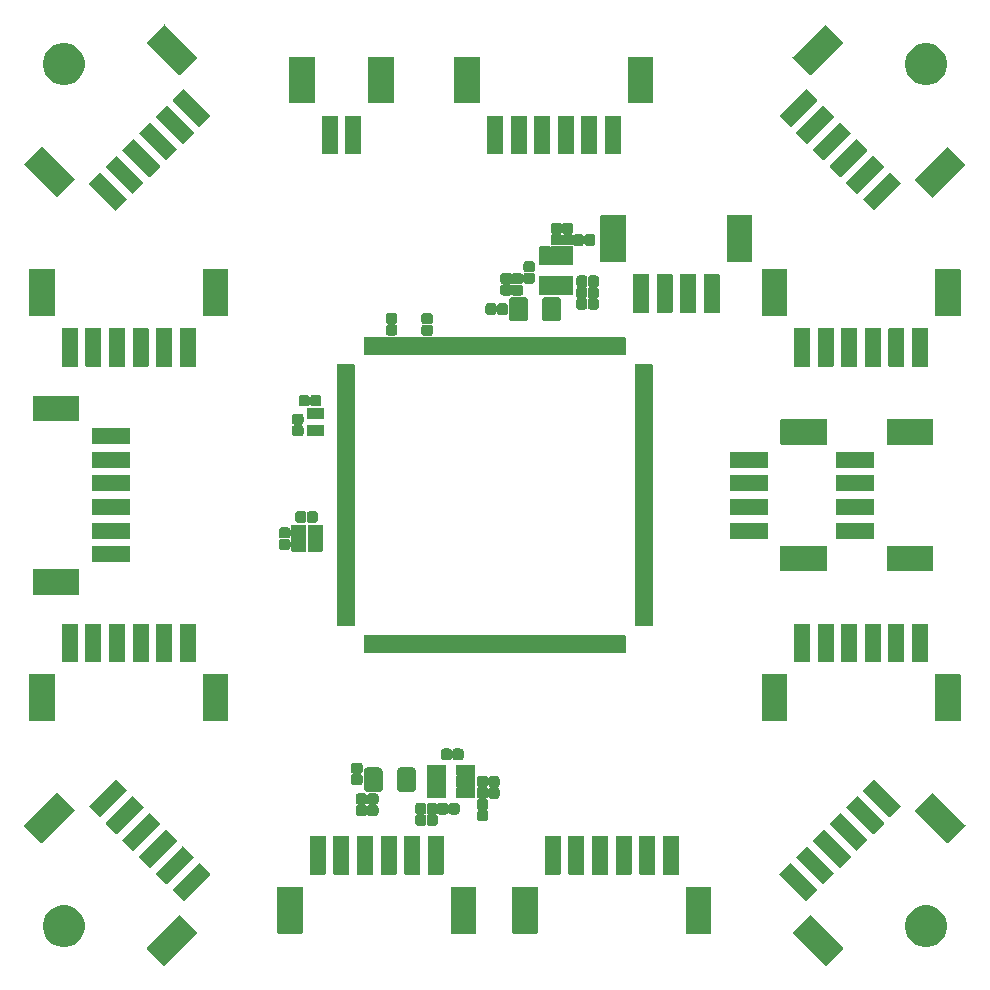
<source format=gbr>
G04 #@! TF.GenerationSoftware,KiCad,Pcbnew,5.0.0-fee4fd1~66~ubuntu16.04.1*
G04 #@! TF.CreationDate,2018-08-28T19:09:17-04:00*
G04 #@! TF.ProjectId,SmallKat Jumbo Motherboard,536D616C6C4B6174204A756D626F204D,rev?*
G04 #@! TF.SameCoordinates,Original*
G04 #@! TF.FileFunction,Soldermask,Top*
G04 #@! TF.FilePolarity,Negative*
%FSLAX46Y46*%
G04 Gerber Fmt 4.6, Leading zero omitted, Abs format (unit mm)*
G04 Created by KiCad (PCBNEW 5.0.0-fee4fd1~66~ubuntu16.04.1) date Tue Aug 28 19:09:17 2018*
%MOMM*%
%LPD*%
G01*
G04 APERTURE LIST*
%ADD10C,0.100000*%
G04 APERTURE END LIST*
D10*
G36*
X13323106Y-75579682D02*
X13332485Y-75582527D01*
X13341130Y-75587148D01*
X13348706Y-75593366D01*
X14801103Y-77045763D01*
X14807321Y-77053339D01*
X14811942Y-77061984D01*
X14814787Y-77071363D01*
X14815748Y-77081118D01*
X14814787Y-77090873D01*
X14811942Y-77100252D01*
X14807321Y-77108897D01*
X14801103Y-77116473D01*
X12075914Y-79841662D01*
X12068338Y-79847880D01*
X12059693Y-79852501D01*
X12050314Y-79855346D01*
X12040559Y-79856307D01*
X12030804Y-79855346D01*
X12021425Y-79852501D01*
X12012780Y-79847880D01*
X12005204Y-79841662D01*
X10552807Y-78389265D01*
X10546589Y-78381689D01*
X10541968Y-78373044D01*
X10539123Y-78363665D01*
X10538162Y-78353910D01*
X10539123Y-78344155D01*
X10541968Y-78334776D01*
X10546589Y-78326131D01*
X10552807Y-78318555D01*
X13277996Y-75593366D01*
X13285572Y-75587148D01*
X13294217Y-75582527D01*
X13303596Y-75579682D01*
X13313351Y-75578721D01*
X13323106Y-75579682D01*
X13323106Y-75579682D01*
G37*
G36*
X66696404Y-75579682D02*
X66705783Y-75582527D01*
X66714428Y-75587148D01*
X66722004Y-75593366D01*
X69447193Y-78318555D01*
X69453411Y-78326131D01*
X69458032Y-78334776D01*
X69460877Y-78344155D01*
X69461838Y-78353910D01*
X69460877Y-78363665D01*
X69458032Y-78373044D01*
X69453411Y-78381689D01*
X69447193Y-78389265D01*
X67994796Y-79841662D01*
X67987220Y-79847880D01*
X67978575Y-79852501D01*
X67969196Y-79855346D01*
X67959441Y-79856307D01*
X67949686Y-79855346D01*
X67940307Y-79852501D01*
X67931662Y-79847880D01*
X67924086Y-79841662D01*
X65198897Y-77116473D01*
X65192679Y-77108897D01*
X65188058Y-77100252D01*
X65185213Y-77090873D01*
X65184252Y-77081118D01*
X65185213Y-77071363D01*
X65188058Y-77061984D01*
X65192679Y-77053339D01*
X65198897Y-77045763D01*
X66651294Y-75593366D01*
X66658870Y-75587148D01*
X66667515Y-75582527D01*
X66676894Y-75579682D01*
X66686649Y-75578721D01*
X66696404Y-75579682D01*
X66696404Y-75579682D01*
G37*
G36*
X3679850Y-74723961D02*
X4013502Y-74790329D01*
X4022881Y-74793174D01*
X4337175Y-74923359D01*
X4345820Y-74927980D01*
X4628677Y-75116979D01*
X4636253Y-75123197D01*
X4876803Y-75363747D01*
X4883021Y-75371323D01*
X5072020Y-75654180D01*
X5076641Y-75662825D01*
X5206826Y-75977119D01*
X5209671Y-75986498D01*
X5276039Y-76320150D01*
X5277000Y-76329905D01*
X5277000Y-76670095D01*
X5276039Y-76679850D01*
X5209671Y-77013502D01*
X5206826Y-77022881D01*
X5076641Y-77337175D01*
X5072020Y-77345820D01*
X4883021Y-77628677D01*
X4876803Y-77636253D01*
X4636253Y-77876803D01*
X4628677Y-77883021D01*
X4345820Y-78072020D01*
X4337175Y-78076641D01*
X4022881Y-78206826D01*
X4013502Y-78209671D01*
X3679850Y-78276039D01*
X3670095Y-78277000D01*
X3329905Y-78277000D01*
X3320150Y-78276039D01*
X2986498Y-78209671D01*
X2977119Y-78206826D01*
X2662825Y-78076641D01*
X2654180Y-78072020D01*
X2371323Y-77883021D01*
X2363747Y-77876803D01*
X2123197Y-77636253D01*
X2116979Y-77628677D01*
X1927980Y-77345820D01*
X1923359Y-77337175D01*
X1793174Y-77022881D01*
X1790329Y-77013502D01*
X1723961Y-76679850D01*
X1723000Y-76670095D01*
X1723000Y-76329905D01*
X1723961Y-76320150D01*
X1790329Y-75986498D01*
X1793174Y-75977119D01*
X1923359Y-75662825D01*
X1927980Y-75654180D01*
X2116979Y-75371323D01*
X2123197Y-75363747D01*
X2363747Y-75123197D01*
X2371323Y-75116979D01*
X2654180Y-74927980D01*
X2662825Y-74923359D01*
X2977119Y-74793174D01*
X2986498Y-74790329D01*
X3320150Y-74723961D01*
X3329905Y-74723000D01*
X3670095Y-74723000D01*
X3679850Y-74723961D01*
X3679850Y-74723961D01*
G37*
G36*
X76679850Y-74723961D02*
X77013502Y-74790329D01*
X77022881Y-74793174D01*
X77337175Y-74923359D01*
X77345820Y-74927980D01*
X77628677Y-75116979D01*
X77636253Y-75123197D01*
X77876803Y-75363747D01*
X77883021Y-75371323D01*
X78072020Y-75654180D01*
X78076641Y-75662825D01*
X78206826Y-75977119D01*
X78209671Y-75986498D01*
X78276039Y-76320150D01*
X78277000Y-76329905D01*
X78277000Y-76670095D01*
X78276039Y-76679850D01*
X78209671Y-77013502D01*
X78206826Y-77022881D01*
X78076641Y-77337175D01*
X78072020Y-77345820D01*
X77883021Y-77628677D01*
X77876803Y-77636253D01*
X77636253Y-77876803D01*
X77628677Y-77883021D01*
X77345820Y-78072020D01*
X77337175Y-78076641D01*
X77022881Y-78206826D01*
X77013502Y-78209671D01*
X76679850Y-78276039D01*
X76670095Y-78277000D01*
X76329905Y-78277000D01*
X76320150Y-78276039D01*
X75986498Y-78209671D01*
X75977119Y-78206826D01*
X75662825Y-78076641D01*
X75654180Y-78072020D01*
X75371323Y-77883021D01*
X75363747Y-77876803D01*
X75123197Y-77636253D01*
X75116979Y-77628677D01*
X74927980Y-77345820D01*
X74923359Y-77337175D01*
X74793174Y-77022881D01*
X74790329Y-77013502D01*
X74723961Y-76679850D01*
X74723000Y-76670095D01*
X74723000Y-76329905D01*
X74723961Y-76320150D01*
X74790329Y-75986498D01*
X74793174Y-75977119D01*
X74923359Y-75662825D01*
X74927980Y-75654180D01*
X75116979Y-75371323D01*
X75123197Y-75363747D01*
X75363747Y-75123197D01*
X75371323Y-75116979D01*
X75654180Y-74927980D01*
X75662825Y-74923359D01*
X75977119Y-74793174D01*
X75986498Y-74790329D01*
X76320150Y-74723961D01*
X76329905Y-74723000D01*
X76670095Y-74723000D01*
X76679850Y-74723961D01*
X76679850Y-74723961D01*
G37*
G36*
X23686755Y-73173961D02*
X23696134Y-73176806D01*
X23704779Y-73181427D01*
X23712355Y-73187645D01*
X23718573Y-73195221D01*
X23723194Y-73203866D01*
X23726039Y-73213245D01*
X23727000Y-73223000D01*
X23727000Y-77077000D01*
X23726039Y-77086755D01*
X23723194Y-77096134D01*
X23718573Y-77104779D01*
X23712355Y-77112355D01*
X23704779Y-77118573D01*
X23696134Y-77123194D01*
X23686755Y-77126039D01*
X23677000Y-77127000D01*
X21623000Y-77127000D01*
X21613245Y-77126039D01*
X21603866Y-77123194D01*
X21595221Y-77118573D01*
X21587645Y-77112355D01*
X21581427Y-77104779D01*
X21576806Y-77096134D01*
X21573961Y-77086755D01*
X21573000Y-77077000D01*
X21573000Y-73223000D01*
X21573961Y-73213245D01*
X21576806Y-73203866D01*
X21581427Y-73195221D01*
X21587645Y-73187645D01*
X21595221Y-73181427D01*
X21603866Y-73176806D01*
X21613245Y-73173961D01*
X21623000Y-73173000D01*
X23677000Y-73173000D01*
X23686755Y-73173961D01*
X23686755Y-73173961D01*
G37*
G36*
X58286755Y-73173961D02*
X58296134Y-73176806D01*
X58304779Y-73181427D01*
X58312355Y-73187645D01*
X58318573Y-73195221D01*
X58323194Y-73203866D01*
X58326039Y-73213245D01*
X58327000Y-73223000D01*
X58327000Y-77077000D01*
X58326039Y-77086755D01*
X58323194Y-77096134D01*
X58318573Y-77104779D01*
X58312355Y-77112355D01*
X58304779Y-77118573D01*
X58296134Y-77123194D01*
X58286755Y-77126039D01*
X58277000Y-77127000D01*
X56223000Y-77127000D01*
X56213245Y-77126039D01*
X56203866Y-77123194D01*
X56195221Y-77118573D01*
X56187645Y-77112355D01*
X56181427Y-77104779D01*
X56176806Y-77096134D01*
X56173961Y-77086755D01*
X56173000Y-77077000D01*
X56173000Y-73223000D01*
X56173961Y-73213245D01*
X56176806Y-73203866D01*
X56181427Y-73195221D01*
X56187645Y-73187645D01*
X56195221Y-73181427D01*
X56203866Y-73176806D01*
X56213245Y-73173961D01*
X56223000Y-73173000D01*
X58277000Y-73173000D01*
X58286755Y-73173961D01*
X58286755Y-73173961D01*
G37*
G36*
X43586755Y-73173961D02*
X43596134Y-73176806D01*
X43604779Y-73181427D01*
X43612355Y-73187645D01*
X43618573Y-73195221D01*
X43623194Y-73203866D01*
X43626039Y-73213245D01*
X43627000Y-73223000D01*
X43627000Y-77077000D01*
X43626039Y-77086755D01*
X43623194Y-77096134D01*
X43618573Y-77104779D01*
X43612355Y-77112355D01*
X43604779Y-77118573D01*
X43596134Y-77123194D01*
X43586755Y-77126039D01*
X43577000Y-77127000D01*
X41523000Y-77127000D01*
X41513245Y-77126039D01*
X41503866Y-77123194D01*
X41495221Y-77118573D01*
X41487645Y-77112355D01*
X41481427Y-77104779D01*
X41476806Y-77096134D01*
X41473961Y-77086755D01*
X41473000Y-77077000D01*
X41473000Y-73223000D01*
X41473961Y-73213245D01*
X41476806Y-73203866D01*
X41481427Y-73195221D01*
X41487645Y-73187645D01*
X41495221Y-73181427D01*
X41503866Y-73176806D01*
X41513245Y-73173961D01*
X41523000Y-73173000D01*
X43577000Y-73173000D01*
X43586755Y-73173961D01*
X43586755Y-73173961D01*
G37*
G36*
X38386755Y-73173961D02*
X38396134Y-73176806D01*
X38404779Y-73181427D01*
X38412355Y-73187645D01*
X38418573Y-73195221D01*
X38423194Y-73203866D01*
X38426039Y-73213245D01*
X38427000Y-73223000D01*
X38427000Y-77077000D01*
X38426039Y-77086755D01*
X38423194Y-77096134D01*
X38418573Y-77104779D01*
X38412355Y-77112355D01*
X38404779Y-77118573D01*
X38396134Y-77123194D01*
X38386755Y-77126039D01*
X38377000Y-77127000D01*
X36323000Y-77127000D01*
X36313245Y-77126039D01*
X36303866Y-77123194D01*
X36295221Y-77118573D01*
X36287645Y-77112355D01*
X36281427Y-77104779D01*
X36276806Y-77096134D01*
X36273961Y-77086755D01*
X36273000Y-77077000D01*
X36273000Y-73223000D01*
X36273961Y-73213245D01*
X36276806Y-73203866D01*
X36281427Y-73195221D01*
X36287645Y-73187645D01*
X36295221Y-73181427D01*
X36303866Y-73176806D01*
X36313245Y-73173961D01*
X36323000Y-73173000D01*
X38377000Y-73173000D01*
X38386755Y-73173961D01*
X38386755Y-73173961D01*
G37*
G36*
X65034703Y-71160265D02*
X65044082Y-71163110D01*
X65052727Y-71167731D01*
X65060303Y-71173949D01*
X67290517Y-73404163D01*
X67296735Y-73411739D01*
X67301356Y-73420384D01*
X67304201Y-73429763D01*
X67305162Y-73439518D01*
X67304201Y-73449273D01*
X67301356Y-73458652D01*
X67296735Y-73467297D01*
X67290517Y-73474873D01*
X66403805Y-74361585D01*
X66396229Y-74367803D01*
X66387584Y-74372424D01*
X66378205Y-74375269D01*
X66368450Y-74376230D01*
X66358695Y-74375269D01*
X66349316Y-74372424D01*
X66340671Y-74367803D01*
X66333095Y-74361585D01*
X64102881Y-72131371D01*
X64096663Y-72123795D01*
X64092042Y-72115150D01*
X64089197Y-72105771D01*
X64088236Y-72096016D01*
X64089197Y-72086261D01*
X64092042Y-72076882D01*
X64096663Y-72068237D01*
X64102881Y-72060661D01*
X64989593Y-71173949D01*
X64997169Y-71167731D01*
X65005814Y-71163110D01*
X65015193Y-71160265D01*
X65024948Y-71159304D01*
X65034703Y-71160265D01*
X65034703Y-71160265D01*
G37*
G36*
X14984807Y-71160265D02*
X14994186Y-71163110D01*
X15002831Y-71167731D01*
X15010407Y-71173949D01*
X15897119Y-72060661D01*
X15903337Y-72068237D01*
X15907958Y-72076882D01*
X15910803Y-72086261D01*
X15911764Y-72096016D01*
X15910803Y-72105771D01*
X15907958Y-72115150D01*
X15903337Y-72123795D01*
X15897119Y-72131371D01*
X13666905Y-74361585D01*
X13659329Y-74367803D01*
X13650684Y-74372424D01*
X13641305Y-74375269D01*
X13631550Y-74376230D01*
X13621795Y-74375269D01*
X13612416Y-74372424D01*
X13603771Y-74367803D01*
X13596195Y-74361585D01*
X12709483Y-73474873D01*
X12703265Y-73467297D01*
X12698644Y-73458652D01*
X12695799Y-73449273D01*
X12694838Y-73439518D01*
X12695799Y-73429763D01*
X12698644Y-73420384D01*
X12703265Y-73411739D01*
X12709483Y-73404163D01*
X14939697Y-71173949D01*
X14947273Y-71167731D01*
X14955918Y-71163110D01*
X14965297Y-71160265D01*
X14975052Y-71159304D01*
X14984807Y-71160265D01*
X14984807Y-71160265D01*
G37*
G36*
X66448917Y-69746051D02*
X66458296Y-69748896D01*
X66466941Y-69753517D01*
X66474517Y-69759735D01*
X68704731Y-71989949D01*
X68710949Y-71997525D01*
X68715570Y-72006170D01*
X68718415Y-72015549D01*
X68719376Y-72025304D01*
X68718415Y-72035059D01*
X68715570Y-72044438D01*
X68710949Y-72053083D01*
X68704731Y-72060659D01*
X67818019Y-72947371D01*
X67810443Y-72953589D01*
X67801798Y-72958210D01*
X67792419Y-72961055D01*
X67782664Y-72962016D01*
X67772909Y-72961055D01*
X67763530Y-72958210D01*
X67754885Y-72953589D01*
X67747309Y-72947371D01*
X65517095Y-70717157D01*
X65510877Y-70709581D01*
X65506256Y-70700936D01*
X65503411Y-70691557D01*
X65502450Y-70681802D01*
X65503411Y-70672047D01*
X65506256Y-70662668D01*
X65510877Y-70654023D01*
X65517095Y-70646447D01*
X66403807Y-69759735D01*
X66411383Y-69753517D01*
X66420028Y-69748896D01*
X66429407Y-69746051D01*
X66439162Y-69745090D01*
X66448917Y-69746051D01*
X66448917Y-69746051D01*
G37*
G36*
X13570593Y-69746051D02*
X13579972Y-69748896D01*
X13588617Y-69753517D01*
X13596193Y-69759735D01*
X14482905Y-70646447D01*
X14489123Y-70654023D01*
X14493744Y-70662668D01*
X14496589Y-70672047D01*
X14497550Y-70681802D01*
X14496589Y-70691557D01*
X14493744Y-70700936D01*
X14489123Y-70709581D01*
X14482905Y-70717157D01*
X12252691Y-72947371D01*
X12245115Y-72953589D01*
X12236470Y-72958210D01*
X12227091Y-72961055D01*
X12217336Y-72962016D01*
X12207581Y-72961055D01*
X12198202Y-72958210D01*
X12189557Y-72953589D01*
X12181981Y-72947371D01*
X11295269Y-72060659D01*
X11289051Y-72053083D01*
X11284430Y-72044438D01*
X11281585Y-72035059D01*
X11280624Y-72025304D01*
X11281585Y-72015549D01*
X11284430Y-72006170D01*
X11289051Y-71997525D01*
X11295269Y-71989949D01*
X13525483Y-69759735D01*
X13533059Y-69753517D01*
X13541704Y-69748896D01*
X13551083Y-69746051D01*
X13560838Y-69745090D01*
X13570593Y-69746051D01*
X13570593Y-69746051D01*
G37*
G36*
X45536755Y-68873961D02*
X45546134Y-68876806D01*
X45554779Y-68881427D01*
X45562355Y-68887645D01*
X45568573Y-68895221D01*
X45573194Y-68903866D01*
X45576039Y-68913245D01*
X45577000Y-68923000D01*
X45577000Y-72077000D01*
X45576039Y-72086755D01*
X45573194Y-72096134D01*
X45568573Y-72104779D01*
X45562355Y-72112355D01*
X45554779Y-72118573D01*
X45546134Y-72123194D01*
X45536755Y-72126039D01*
X45527000Y-72127000D01*
X44273000Y-72127000D01*
X44263245Y-72126039D01*
X44253866Y-72123194D01*
X44245221Y-72118573D01*
X44237645Y-72112355D01*
X44231427Y-72104779D01*
X44226806Y-72096134D01*
X44223961Y-72086755D01*
X44223000Y-72077000D01*
X44223000Y-68923000D01*
X44223961Y-68913245D01*
X44226806Y-68903866D01*
X44231427Y-68895221D01*
X44237645Y-68887645D01*
X44245221Y-68881427D01*
X44253866Y-68876806D01*
X44263245Y-68873961D01*
X44273000Y-68873000D01*
X45527000Y-68873000D01*
X45536755Y-68873961D01*
X45536755Y-68873961D01*
G37*
G36*
X53536755Y-68873961D02*
X53546134Y-68876806D01*
X53554779Y-68881427D01*
X53562355Y-68887645D01*
X53568573Y-68895221D01*
X53573194Y-68903866D01*
X53576039Y-68913245D01*
X53577000Y-68923000D01*
X53577000Y-72077000D01*
X53576039Y-72086755D01*
X53573194Y-72096134D01*
X53568573Y-72104779D01*
X53562355Y-72112355D01*
X53554779Y-72118573D01*
X53546134Y-72123194D01*
X53536755Y-72126039D01*
X53527000Y-72127000D01*
X52273000Y-72127000D01*
X52263245Y-72126039D01*
X52253866Y-72123194D01*
X52245221Y-72118573D01*
X52237645Y-72112355D01*
X52231427Y-72104779D01*
X52226806Y-72096134D01*
X52223961Y-72086755D01*
X52223000Y-72077000D01*
X52223000Y-68923000D01*
X52223961Y-68913245D01*
X52226806Y-68903866D01*
X52231427Y-68895221D01*
X52237645Y-68887645D01*
X52245221Y-68881427D01*
X52253866Y-68876806D01*
X52263245Y-68873961D01*
X52273000Y-68873000D01*
X53527000Y-68873000D01*
X53536755Y-68873961D01*
X53536755Y-68873961D01*
G37*
G36*
X35636755Y-68873961D02*
X35646134Y-68876806D01*
X35654779Y-68881427D01*
X35662355Y-68887645D01*
X35668573Y-68895221D01*
X35673194Y-68903866D01*
X35676039Y-68913245D01*
X35677000Y-68923000D01*
X35677000Y-72077000D01*
X35676039Y-72086755D01*
X35673194Y-72096134D01*
X35668573Y-72104779D01*
X35662355Y-72112355D01*
X35654779Y-72118573D01*
X35646134Y-72123194D01*
X35636755Y-72126039D01*
X35627000Y-72127000D01*
X34373000Y-72127000D01*
X34363245Y-72126039D01*
X34353866Y-72123194D01*
X34345221Y-72118573D01*
X34337645Y-72112355D01*
X34331427Y-72104779D01*
X34326806Y-72096134D01*
X34323961Y-72086755D01*
X34323000Y-72077000D01*
X34323000Y-68923000D01*
X34323961Y-68913245D01*
X34326806Y-68903866D01*
X34331427Y-68895221D01*
X34337645Y-68887645D01*
X34345221Y-68881427D01*
X34353866Y-68876806D01*
X34363245Y-68873961D01*
X34373000Y-68873000D01*
X35627000Y-68873000D01*
X35636755Y-68873961D01*
X35636755Y-68873961D01*
G37*
G36*
X25636755Y-68873961D02*
X25646134Y-68876806D01*
X25654779Y-68881427D01*
X25662355Y-68887645D01*
X25668573Y-68895221D01*
X25673194Y-68903866D01*
X25676039Y-68913245D01*
X25677000Y-68923000D01*
X25677000Y-72077000D01*
X25676039Y-72086755D01*
X25673194Y-72096134D01*
X25668573Y-72104779D01*
X25662355Y-72112355D01*
X25654779Y-72118573D01*
X25646134Y-72123194D01*
X25636755Y-72126039D01*
X25627000Y-72127000D01*
X24373000Y-72127000D01*
X24363245Y-72126039D01*
X24353866Y-72123194D01*
X24345221Y-72118573D01*
X24337645Y-72112355D01*
X24331427Y-72104779D01*
X24326806Y-72096134D01*
X24323961Y-72086755D01*
X24323000Y-72077000D01*
X24323000Y-68923000D01*
X24323961Y-68913245D01*
X24326806Y-68903866D01*
X24331427Y-68895221D01*
X24337645Y-68887645D01*
X24345221Y-68881427D01*
X24353866Y-68876806D01*
X24363245Y-68873961D01*
X24373000Y-68873000D01*
X25627000Y-68873000D01*
X25636755Y-68873961D01*
X25636755Y-68873961D01*
G37*
G36*
X51536755Y-68873961D02*
X51546134Y-68876806D01*
X51554779Y-68881427D01*
X51562355Y-68887645D01*
X51568573Y-68895221D01*
X51573194Y-68903866D01*
X51576039Y-68913245D01*
X51577000Y-68923000D01*
X51577000Y-72077000D01*
X51576039Y-72086755D01*
X51573194Y-72096134D01*
X51568573Y-72104779D01*
X51562355Y-72112355D01*
X51554779Y-72118573D01*
X51546134Y-72123194D01*
X51536755Y-72126039D01*
X51527000Y-72127000D01*
X50273000Y-72127000D01*
X50263245Y-72126039D01*
X50253866Y-72123194D01*
X50245221Y-72118573D01*
X50237645Y-72112355D01*
X50231427Y-72104779D01*
X50226806Y-72096134D01*
X50223961Y-72086755D01*
X50223000Y-72077000D01*
X50223000Y-68923000D01*
X50223961Y-68913245D01*
X50226806Y-68903866D01*
X50231427Y-68895221D01*
X50237645Y-68887645D01*
X50245221Y-68881427D01*
X50253866Y-68876806D01*
X50263245Y-68873961D01*
X50273000Y-68873000D01*
X51527000Y-68873000D01*
X51536755Y-68873961D01*
X51536755Y-68873961D01*
G37*
G36*
X27636755Y-68873961D02*
X27646134Y-68876806D01*
X27654779Y-68881427D01*
X27662355Y-68887645D01*
X27668573Y-68895221D01*
X27673194Y-68903866D01*
X27676039Y-68913245D01*
X27677000Y-68923000D01*
X27677000Y-72077000D01*
X27676039Y-72086755D01*
X27673194Y-72096134D01*
X27668573Y-72104779D01*
X27662355Y-72112355D01*
X27654779Y-72118573D01*
X27646134Y-72123194D01*
X27636755Y-72126039D01*
X27627000Y-72127000D01*
X26373000Y-72127000D01*
X26363245Y-72126039D01*
X26353866Y-72123194D01*
X26345221Y-72118573D01*
X26337645Y-72112355D01*
X26331427Y-72104779D01*
X26326806Y-72096134D01*
X26323961Y-72086755D01*
X26323000Y-72077000D01*
X26323000Y-68923000D01*
X26323961Y-68913245D01*
X26326806Y-68903866D01*
X26331427Y-68895221D01*
X26337645Y-68887645D01*
X26345221Y-68881427D01*
X26353866Y-68876806D01*
X26363245Y-68873961D01*
X26373000Y-68873000D01*
X27627000Y-68873000D01*
X27636755Y-68873961D01*
X27636755Y-68873961D01*
G37*
G36*
X47536755Y-68873961D02*
X47546134Y-68876806D01*
X47554779Y-68881427D01*
X47562355Y-68887645D01*
X47568573Y-68895221D01*
X47573194Y-68903866D01*
X47576039Y-68913245D01*
X47577000Y-68923000D01*
X47577000Y-72077000D01*
X47576039Y-72086755D01*
X47573194Y-72096134D01*
X47568573Y-72104779D01*
X47562355Y-72112355D01*
X47554779Y-72118573D01*
X47546134Y-72123194D01*
X47536755Y-72126039D01*
X47527000Y-72127000D01*
X46273000Y-72127000D01*
X46263245Y-72126039D01*
X46253866Y-72123194D01*
X46245221Y-72118573D01*
X46237645Y-72112355D01*
X46231427Y-72104779D01*
X46226806Y-72096134D01*
X46223961Y-72086755D01*
X46223000Y-72077000D01*
X46223000Y-68923000D01*
X46223961Y-68913245D01*
X46226806Y-68903866D01*
X46231427Y-68895221D01*
X46237645Y-68887645D01*
X46245221Y-68881427D01*
X46253866Y-68876806D01*
X46263245Y-68873961D01*
X46273000Y-68873000D01*
X47527000Y-68873000D01*
X47536755Y-68873961D01*
X47536755Y-68873961D01*
G37*
G36*
X55536755Y-68873961D02*
X55546134Y-68876806D01*
X55554779Y-68881427D01*
X55562355Y-68887645D01*
X55568573Y-68895221D01*
X55573194Y-68903866D01*
X55576039Y-68913245D01*
X55577000Y-68923000D01*
X55577000Y-72077000D01*
X55576039Y-72086755D01*
X55573194Y-72096134D01*
X55568573Y-72104779D01*
X55562355Y-72112355D01*
X55554779Y-72118573D01*
X55546134Y-72123194D01*
X55536755Y-72126039D01*
X55527000Y-72127000D01*
X54273000Y-72127000D01*
X54263245Y-72126039D01*
X54253866Y-72123194D01*
X54245221Y-72118573D01*
X54237645Y-72112355D01*
X54231427Y-72104779D01*
X54226806Y-72096134D01*
X54223961Y-72086755D01*
X54223000Y-72077000D01*
X54223000Y-68923000D01*
X54223961Y-68913245D01*
X54226806Y-68903866D01*
X54231427Y-68895221D01*
X54237645Y-68887645D01*
X54245221Y-68881427D01*
X54253866Y-68876806D01*
X54263245Y-68873961D01*
X54273000Y-68873000D01*
X55527000Y-68873000D01*
X55536755Y-68873961D01*
X55536755Y-68873961D01*
G37*
G36*
X31636755Y-68873961D02*
X31646134Y-68876806D01*
X31654779Y-68881427D01*
X31662355Y-68887645D01*
X31668573Y-68895221D01*
X31673194Y-68903866D01*
X31676039Y-68913245D01*
X31677000Y-68923000D01*
X31677000Y-72077000D01*
X31676039Y-72086755D01*
X31673194Y-72096134D01*
X31668573Y-72104779D01*
X31662355Y-72112355D01*
X31654779Y-72118573D01*
X31646134Y-72123194D01*
X31636755Y-72126039D01*
X31627000Y-72127000D01*
X30373000Y-72127000D01*
X30363245Y-72126039D01*
X30353866Y-72123194D01*
X30345221Y-72118573D01*
X30337645Y-72112355D01*
X30331427Y-72104779D01*
X30326806Y-72096134D01*
X30323961Y-72086755D01*
X30323000Y-72077000D01*
X30323000Y-68923000D01*
X30323961Y-68913245D01*
X30326806Y-68903866D01*
X30331427Y-68895221D01*
X30337645Y-68887645D01*
X30345221Y-68881427D01*
X30353866Y-68876806D01*
X30363245Y-68873961D01*
X30373000Y-68873000D01*
X31627000Y-68873000D01*
X31636755Y-68873961D01*
X31636755Y-68873961D01*
G37*
G36*
X33636755Y-68873961D02*
X33646134Y-68876806D01*
X33654779Y-68881427D01*
X33662355Y-68887645D01*
X33668573Y-68895221D01*
X33673194Y-68903866D01*
X33676039Y-68913245D01*
X33677000Y-68923000D01*
X33677000Y-72077000D01*
X33676039Y-72086755D01*
X33673194Y-72096134D01*
X33668573Y-72104779D01*
X33662355Y-72112355D01*
X33654779Y-72118573D01*
X33646134Y-72123194D01*
X33636755Y-72126039D01*
X33627000Y-72127000D01*
X32373000Y-72127000D01*
X32363245Y-72126039D01*
X32353866Y-72123194D01*
X32345221Y-72118573D01*
X32337645Y-72112355D01*
X32331427Y-72104779D01*
X32326806Y-72096134D01*
X32323961Y-72086755D01*
X32323000Y-72077000D01*
X32323000Y-68923000D01*
X32323961Y-68913245D01*
X32326806Y-68903866D01*
X32331427Y-68895221D01*
X32337645Y-68887645D01*
X32345221Y-68881427D01*
X32353866Y-68876806D01*
X32363245Y-68873961D01*
X32373000Y-68873000D01*
X33627000Y-68873000D01*
X33636755Y-68873961D01*
X33636755Y-68873961D01*
G37*
G36*
X29636755Y-68873961D02*
X29646134Y-68876806D01*
X29654779Y-68881427D01*
X29662355Y-68887645D01*
X29668573Y-68895221D01*
X29673194Y-68903866D01*
X29676039Y-68913245D01*
X29677000Y-68923000D01*
X29677000Y-72077000D01*
X29676039Y-72086755D01*
X29673194Y-72096134D01*
X29668573Y-72104779D01*
X29662355Y-72112355D01*
X29654779Y-72118573D01*
X29646134Y-72123194D01*
X29636755Y-72126039D01*
X29627000Y-72127000D01*
X28373000Y-72127000D01*
X28363245Y-72126039D01*
X28353866Y-72123194D01*
X28345221Y-72118573D01*
X28337645Y-72112355D01*
X28331427Y-72104779D01*
X28326806Y-72096134D01*
X28323961Y-72086755D01*
X28323000Y-72077000D01*
X28323000Y-68923000D01*
X28323961Y-68913245D01*
X28326806Y-68903866D01*
X28331427Y-68895221D01*
X28337645Y-68887645D01*
X28345221Y-68881427D01*
X28353866Y-68876806D01*
X28363245Y-68873961D01*
X28373000Y-68873000D01*
X29627000Y-68873000D01*
X29636755Y-68873961D01*
X29636755Y-68873961D01*
G37*
G36*
X49536755Y-68873961D02*
X49546134Y-68876806D01*
X49554779Y-68881427D01*
X49562355Y-68887645D01*
X49568573Y-68895221D01*
X49573194Y-68903866D01*
X49576039Y-68913245D01*
X49577000Y-68923000D01*
X49577000Y-72077000D01*
X49576039Y-72086755D01*
X49573194Y-72096134D01*
X49568573Y-72104779D01*
X49562355Y-72112355D01*
X49554779Y-72118573D01*
X49546134Y-72123194D01*
X49536755Y-72126039D01*
X49527000Y-72127000D01*
X48273000Y-72127000D01*
X48263245Y-72126039D01*
X48253866Y-72123194D01*
X48245221Y-72118573D01*
X48237645Y-72112355D01*
X48231427Y-72104779D01*
X48226806Y-72096134D01*
X48223961Y-72086755D01*
X48223000Y-72077000D01*
X48223000Y-68923000D01*
X48223961Y-68913245D01*
X48226806Y-68903866D01*
X48231427Y-68895221D01*
X48237645Y-68887645D01*
X48245221Y-68881427D01*
X48253866Y-68876806D01*
X48263245Y-68873961D01*
X48273000Y-68873000D01*
X49527000Y-68873000D01*
X49536755Y-68873961D01*
X49536755Y-68873961D01*
G37*
G36*
X67863130Y-68331838D02*
X67872509Y-68334683D01*
X67881154Y-68339304D01*
X67888730Y-68345522D01*
X70118944Y-70575736D01*
X70125162Y-70583312D01*
X70129783Y-70591957D01*
X70132628Y-70601336D01*
X70133589Y-70611091D01*
X70132628Y-70620846D01*
X70129783Y-70630225D01*
X70125162Y-70638870D01*
X70118944Y-70646446D01*
X69232232Y-71533158D01*
X69224656Y-71539376D01*
X69216011Y-71543997D01*
X69206632Y-71546842D01*
X69196877Y-71547803D01*
X69187122Y-71546842D01*
X69177743Y-71543997D01*
X69169098Y-71539376D01*
X69161522Y-71533158D01*
X66931308Y-69302944D01*
X66925090Y-69295368D01*
X66920469Y-69286723D01*
X66917624Y-69277344D01*
X66916663Y-69267589D01*
X66917624Y-69257834D01*
X66920469Y-69248455D01*
X66925090Y-69239810D01*
X66931308Y-69232234D01*
X67818020Y-68345522D01*
X67825596Y-68339304D01*
X67834241Y-68334683D01*
X67843620Y-68331838D01*
X67853375Y-68330877D01*
X67863130Y-68331838D01*
X67863130Y-68331838D01*
G37*
G36*
X12156380Y-68331838D02*
X12165759Y-68334683D01*
X12174404Y-68339304D01*
X12181980Y-68345522D01*
X13068692Y-69232234D01*
X13074910Y-69239810D01*
X13079531Y-69248455D01*
X13082376Y-69257834D01*
X13083337Y-69267589D01*
X13082376Y-69277344D01*
X13079531Y-69286723D01*
X13074910Y-69295368D01*
X13068692Y-69302944D01*
X10838478Y-71533158D01*
X10830902Y-71539376D01*
X10822257Y-71543997D01*
X10812878Y-71546842D01*
X10803123Y-71547803D01*
X10793368Y-71546842D01*
X10783989Y-71543997D01*
X10775344Y-71539376D01*
X10767768Y-71533158D01*
X9881056Y-70646446D01*
X9874838Y-70638870D01*
X9870217Y-70630225D01*
X9867372Y-70620846D01*
X9866411Y-70611091D01*
X9867372Y-70601336D01*
X9870217Y-70591957D01*
X9874838Y-70583312D01*
X9881056Y-70575736D01*
X12111270Y-68345522D01*
X12118846Y-68339304D01*
X12127491Y-68334683D01*
X12136870Y-68331838D01*
X12146625Y-68330877D01*
X12156380Y-68331838D01*
X12156380Y-68331838D01*
G37*
G36*
X10742166Y-66917624D02*
X10751545Y-66920469D01*
X10760190Y-66925090D01*
X10767766Y-66931308D01*
X11654478Y-67818020D01*
X11660696Y-67825596D01*
X11665317Y-67834241D01*
X11668162Y-67843620D01*
X11669123Y-67853375D01*
X11668162Y-67863130D01*
X11665317Y-67872509D01*
X11660696Y-67881154D01*
X11654478Y-67888730D01*
X9424264Y-70118944D01*
X9416688Y-70125162D01*
X9408043Y-70129783D01*
X9398664Y-70132628D01*
X9388909Y-70133589D01*
X9379154Y-70132628D01*
X9369775Y-70129783D01*
X9361130Y-70125162D01*
X9353554Y-70118944D01*
X8466842Y-69232232D01*
X8460624Y-69224656D01*
X8456003Y-69216011D01*
X8453158Y-69206632D01*
X8452197Y-69196877D01*
X8453158Y-69187122D01*
X8456003Y-69177743D01*
X8460624Y-69169098D01*
X8466842Y-69161522D01*
X10697056Y-66931308D01*
X10704632Y-66925090D01*
X10713277Y-66920469D01*
X10722656Y-66917624D01*
X10732411Y-66916663D01*
X10742166Y-66917624D01*
X10742166Y-66917624D01*
G37*
G36*
X69277344Y-66917624D02*
X69286723Y-66920469D01*
X69295368Y-66925090D01*
X69302944Y-66931308D01*
X71533158Y-69161522D01*
X71539376Y-69169098D01*
X71543997Y-69177743D01*
X71546842Y-69187122D01*
X71547803Y-69196877D01*
X71546842Y-69206632D01*
X71543997Y-69216011D01*
X71539376Y-69224656D01*
X71533158Y-69232232D01*
X70646446Y-70118944D01*
X70638870Y-70125162D01*
X70630225Y-70129783D01*
X70620846Y-70132628D01*
X70611091Y-70133589D01*
X70601336Y-70132628D01*
X70591957Y-70129783D01*
X70583312Y-70125162D01*
X70575736Y-70118944D01*
X68345522Y-67888730D01*
X68339304Y-67881154D01*
X68334683Y-67872509D01*
X68331838Y-67863130D01*
X68330877Y-67853375D01*
X68331838Y-67843620D01*
X68334683Y-67834241D01*
X68339304Y-67825596D01*
X68345522Y-67818020D01*
X69232234Y-66931308D01*
X69239810Y-66925090D01*
X69248455Y-66920469D01*
X69257834Y-66917624D01*
X69267589Y-66916663D01*
X69277344Y-66917624D01*
X69277344Y-66917624D01*
G37*
G36*
X2928637Y-65185213D02*
X2938016Y-65188058D01*
X2946661Y-65192679D01*
X2954237Y-65198897D01*
X4406634Y-66651294D01*
X4412852Y-66658870D01*
X4417473Y-66667515D01*
X4420318Y-66676894D01*
X4421279Y-66686649D01*
X4420318Y-66696404D01*
X4417473Y-66705783D01*
X4412852Y-66714428D01*
X4406634Y-66722004D01*
X1681445Y-69447193D01*
X1673869Y-69453411D01*
X1665224Y-69458032D01*
X1655845Y-69460877D01*
X1646090Y-69461838D01*
X1636335Y-69460877D01*
X1626956Y-69458032D01*
X1618311Y-69453411D01*
X1610735Y-69447193D01*
X158338Y-67994796D01*
X152120Y-67987220D01*
X147499Y-67978575D01*
X144654Y-67969196D01*
X143693Y-67959441D01*
X144654Y-67949686D01*
X147499Y-67940307D01*
X152120Y-67931662D01*
X158338Y-67924086D01*
X2883527Y-65198897D01*
X2891103Y-65192679D01*
X2899748Y-65188058D01*
X2909127Y-65185213D01*
X2918882Y-65184252D01*
X2928637Y-65185213D01*
X2928637Y-65185213D01*
G37*
G36*
X77090873Y-65185213D02*
X77100252Y-65188058D01*
X77108897Y-65192679D01*
X77116473Y-65198897D01*
X79841662Y-67924086D01*
X79847880Y-67931662D01*
X79852501Y-67940307D01*
X79855346Y-67949686D01*
X79856307Y-67959441D01*
X79855346Y-67969196D01*
X79852501Y-67978575D01*
X79847880Y-67987220D01*
X79841662Y-67994796D01*
X78389265Y-69447193D01*
X78381689Y-69453411D01*
X78373044Y-69458032D01*
X78363665Y-69460877D01*
X78353910Y-69461838D01*
X78344155Y-69460877D01*
X78334776Y-69458032D01*
X78326131Y-69453411D01*
X78318555Y-69447193D01*
X75593366Y-66722004D01*
X75587148Y-66714428D01*
X75582527Y-66705783D01*
X75579682Y-66696404D01*
X75578721Y-66686649D01*
X75579682Y-66676894D01*
X75582527Y-66667515D01*
X75587148Y-66658870D01*
X75593366Y-66651294D01*
X77045763Y-65198897D01*
X77053339Y-65192679D01*
X77061984Y-65188058D01*
X77071363Y-65185213D01*
X77081118Y-65184252D01*
X77090873Y-65185213D01*
X77090873Y-65185213D01*
G37*
G36*
X9327953Y-65503411D02*
X9337332Y-65506256D01*
X9345977Y-65510877D01*
X9353553Y-65517095D01*
X10240265Y-66403807D01*
X10246483Y-66411383D01*
X10251104Y-66420028D01*
X10253949Y-66429407D01*
X10254910Y-66439162D01*
X10253949Y-66448917D01*
X10251104Y-66458296D01*
X10246483Y-66466941D01*
X10240265Y-66474517D01*
X8010051Y-68704731D01*
X8002475Y-68710949D01*
X7993830Y-68715570D01*
X7984451Y-68718415D01*
X7974696Y-68719376D01*
X7964941Y-68718415D01*
X7955562Y-68715570D01*
X7946917Y-68710949D01*
X7939341Y-68704731D01*
X7052629Y-67818019D01*
X7046411Y-67810443D01*
X7041790Y-67801798D01*
X7038945Y-67792419D01*
X7037984Y-67782664D01*
X7038945Y-67772909D01*
X7041790Y-67763530D01*
X7046411Y-67754885D01*
X7052629Y-67747309D01*
X9282843Y-65517095D01*
X9290419Y-65510877D01*
X9299064Y-65506256D01*
X9308443Y-65503411D01*
X9318198Y-65502450D01*
X9327953Y-65503411D01*
X9327953Y-65503411D01*
G37*
G36*
X70691557Y-65503411D02*
X70700936Y-65506256D01*
X70709581Y-65510877D01*
X70717157Y-65517095D01*
X72947371Y-67747309D01*
X72953589Y-67754885D01*
X72958210Y-67763530D01*
X72961055Y-67772909D01*
X72962016Y-67782664D01*
X72961055Y-67792419D01*
X72958210Y-67801798D01*
X72953589Y-67810443D01*
X72947371Y-67818019D01*
X72060659Y-68704731D01*
X72053083Y-68710949D01*
X72044438Y-68715570D01*
X72035059Y-68718415D01*
X72025304Y-68719376D01*
X72015549Y-68718415D01*
X72006170Y-68715570D01*
X71997525Y-68710949D01*
X71989949Y-68704731D01*
X69759735Y-66474517D01*
X69753517Y-66466941D01*
X69748896Y-66458296D01*
X69746051Y-66448917D01*
X69745090Y-66439162D01*
X69746051Y-66429407D01*
X69748896Y-66420028D01*
X69753517Y-66411383D01*
X69759735Y-66403807D01*
X70646447Y-65517095D01*
X70654023Y-65510877D01*
X70662668Y-65506256D01*
X70672047Y-65503411D01*
X70681802Y-65502450D01*
X70691557Y-65503411D01*
X70691557Y-65503411D01*
G37*
G36*
X34900900Y-66053241D02*
X34942064Y-66057295D01*
X34951678Y-66059207D01*
X34991260Y-66071214D01*
X35000316Y-66074965D01*
X35036795Y-66094464D01*
X35044944Y-66099909D01*
X35076919Y-66126149D01*
X35083851Y-66133081D01*
X35110091Y-66165056D01*
X35115536Y-66173205D01*
X35125000Y-66190910D01*
X35134464Y-66173205D01*
X35139909Y-66165056D01*
X35166149Y-66133081D01*
X35173081Y-66126149D01*
X35205056Y-66099909D01*
X35213205Y-66094464D01*
X35249684Y-66074965D01*
X35258740Y-66071214D01*
X35298322Y-66059207D01*
X35307936Y-66057295D01*
X35349100Y-66053241D01*
X35354000Y-66053000D01*
X35776000Y-66053000D01*
X35780900Y-66053241D01*
X35822064Y-66057295D01*
X35831678Y-66059207D01*
X35871260Y-66071214D01*
X35880316Y-66074965D01*
X35916795Y-66094464D01*
X35924944Y-66099909D01*
X35956919Y-66126149D01*
X35963851Y-66133081D01*
X35990091Y-66165056D01*
X35995536Y-66173205D01*
X36015035Y-66209684D01*
X36018786Y-66218740D01*
X36030793Y-66258322D01*
X36032705Y-66267936D01*
X36036759Y-66309100D01*
X36037000Y-66314000D01*
X36037000Y-66786000D01*
X36036759Y-66790900D01*
X36032705Y-66832064D01*
X36030793Y-66841678D01*
X36018786Y-66881260D01*
X36015035Y-66890316D01*
X35995536Y-66926795D01*
X35990091Y-66934944D01*
X35963851Y-66966919D01*
X35956919Y-66973851D01*
X35924944Y-67000091D01*
X35916795Y-67005536D01*
X35880316Y-67025035D01*
X35871260Y-67028786D01*
X35831678Y-67040793D01*
X35822064Y-67042705D01*
X35780900Y-67046759D01*
X35776000Y-67047000D01*
X35354000Y-67047000D01*
X35349100Y-67046759D01*
X35307936Y-67042705D01*
X35298322Y-67040793D01*
X35258740Y-67028786D01*
X35249684Y-67025035D01*
X35213205Y-67005536D01*
X35205056Y-67000091D01*
X35173081Y-66973851D01*
X35166149Y-66966919D01*
X35139909Y-66934944D01*
X35134464Y-66926795D01*
X35125000Y-66909090D01*
X35115536Y-66926795D01*
X35110091Y-66934944D01*
X35083851Y-66966919D01*
X35076919Y-66973851D01*
X35044944Y-67000091D01*
X35036795Y-67005536D01*
X35000381Y-67025000D01*
X35036795Y-67044464D01*
X35044944Y-67049909D01*
X35076919Y-67076149D01*
X35083851Y-67083081D01*
X35110091Y-67115056D01*
X35115536Y-67123205D01*
X35135035Y-67159684D01*
X35138786Y-67168740D01*
X35150793Y-67208322D01*
X35152705Y-67217936D01*
X35156759Y-67259100D01*
X35157000Y-67264000D01*
X35157000Y-67736000D01*
X35156759Y-67740900D01*
X35152705Y-67782064D01*
X35150793Y-67791678D01*
X35138786Y-67831260D01*
X35135035Y-67840316D01*
X35115536Y-67876795D01*
X35110091Y-67884944D01*
X35083851Y-67916919D01*
X35076919Y-67923851D01*
X35044944Y-67950091D01*
X35036795Y-67955536D01*
X35000316Y-67975035D01*
X34991260Y-67978786D01*
X34951678Y-67990793D01*
X34942064Y-67992705D01*
X34900900Y-67996759D01*
X34896000Y-67997000D01*
X34474000Y-67997000D01*
X34469100Y-67996759D01*
X34427936Y-67992705D01*
X34418322Y-67990793D01*
X34378740Y-67978786D01*
X34369684Y-67975035D01*
X34333205Y-67955536D01*
X34325056Y-67950091D01*
X34293081Y-67923851D01*
X34286149Y-67916919D01*
X34259909Y-67884944D01*
X34254464Y-67876795D01*
X34234965Y-67840316D01*
X34231214Y-67831260D01*
X34219207Y-67791678D01*
X34217295Y-67782064D01*
X34213241Y-67740900D01*
X34213000Y-67736000D01*
X34213000Y-67264000D01*
X34213241Y-67259100D01*
X34217295Y-67217936D01*
X34219207Y-67208322D01*
X34231214Y-67168740D01*
X34234965Y-67159684D01*
X34254464Y-67123205D01*
X34259909Y-67115056D01*
X34286149Y-67083081D01*
X34293081Y-67076149D01*
X34325056Y-67049909D01*
X34333205Y-67044464D01*
X34369619Y-67025000D01*
X34333205Y-67005536D01*
X34325056Y-67000091D01*
X34293081Y-66973851D01*
X34286149Y-66966919D01*
X34259909Y-66934944D01*
X34254464Y-66926795D01*
X34234965Y-66890316D01*
X34231214Y-66881260D01*
X34219207Y-66841678D01*
X34217295Y-66832064D01*
X34213241Y-66790900D01*
X34213000Y-66786000D01*
X34213000Y-66314000D01*
X34213241Y-66309100D01*
X34217295Y-66267936D01*
X34219207Y-66258322D01*
X34231214Y-66218740D01*
X34234965Y-66209684D01*
X34254464Y-66173205D01*
X34259909Y-66165056D01*
X34286149Y-66133081D01*
X34293081Y-66126149D01*
X34325056Y-66099909D01*
X34333205Y-66094464D01*
X34369684Y-66074965D01*
X34378740Y-66071214D01*
X34418322Y-66059207D01*
X34427936Y-66057295D01*
X34469100Y-66053241D01*
X34474000Y-66053000D01*
X34896000Y-66053000D01*
X34900900Y-66053241D01*
X34900900Y-66053241D01*
G37*
G36*
X33930900Y-66053241D02*
X33972064Y-66057295D01*
X33981678Y-66059207D01*
X34021260Y-66071214D01*
X34030316Y-66074965D01*
X34066795Y-66094464D01*
X34074944Y-66099909D01*
X34106919Y-66126149D01*
X34113851Y-66133081D01*
X34140091Y-66165056D01*
X34145536Y-66173205D01*
X34165035Y-66209684D01*
X34168786Y-66218740D01*
X34180793Y-66258322D01*
X34182705Y-66267936D01*
X34186759Y-66309100D01*
X34187000Y-66314000D01*
X34187000Y-66786000D01*
X34186759Y-66790900D01*
X34182705Y-66832064D01*
X34180793Y-66841678D01*
X34168786Y-66881260D01*
X34165035Y-66890316D01*
X34145536Y-66926795D01*
X34140091Y-66934944D01*
X34113851Y-66966919D01*
X34106919Y-66973851D01*
X34074944Y-67000091D01*
X34066795Y-67005536D01*
X34030381Y-67025000D01*
X34066795Y-67044464D01*
X34074944Y-67049909D01*
X34106919Y-67076149D01*
X34113851Y-67083081D01*
X34140091Y-67115056D01*
X34145536Y-67123205D01*
X34165035Y-67159684D01*
X34168786Y-67168740D01*
X34180793Y-67208322D01*
X34182705Y-67217936D01*
X34186759Y-67259100D01*
X34187000Y-67264000D01*
X34187000Y-67736000D01*
X34186759Y-67740900D01*
X34182705Y-67782064D01*
X34180793Y-67791678D01*
X34168786Y-67831260D01*
X34165035Y-67840316D01*
X34145536Y-67876795D01*
X34140091Y-67884944D01*
X34113851Y-67916919D01*
X34106919Y-67923851D01*
X34074944Y-67950091D01*
X34066795Y-67955536D01*
X34030316Y-67975035D01*
X34021260Y-67978786D01*
X33981678Y-67990793D01*
X33972064Y-67992705D01*
X33930900Y-67996759D01*
X33926000Y-67997000D01*
X33504000Y-67997000D01*
X33499100Y-67996759D01*
X33457936Y-67992705D01*
X33448322Y-67990793D01*
X33408740Y-67978786D01*
X33399684Y-67975035D01*
X33363205Y-67955536D01*
X33355056Y-67950091D01*
X33323081Y-67923851D01*
X33316149Y-67916919D01*
X33289909Y-67884944D01*
X33284464Y-67876795D01*
X33264965Y-67840316D01*
X33261214Y-67831260D01*
X33249207Y-67791678D01*
X33247295Y-67782064D01*
X33243241Y-67740900D01*
X33243000Y-67736000D01*
X33243000Y-67264000D01*
X33243241Y-67259100D01*
X33247295Y-67217936D01*
X33249207Y-67208322D01*
X33261214Y-67168740D01*
X33264965Y-67159684D01*
X33284464Y-67123205D01*
X33289909Y-67115056D01*
X33316149Y-67083081D01*
X33323081Y-67076149D01*
X33355056Y-67049909D01*
X33363205Y-67044464D01*
X33399619Y-67025000D01*
X33363205Y-67005536D01*
X33355056Y-67000091D01*
X33323081Y-66973851D01*
X33316149Y-66966919D01*
X33289909Y-66934944D01*
X33284464Y-66926795D01*
X33264965Y-66890316D01*
X33261214Y-66881260D01*
X33249207Y-66841678D01*
X33247295Y-66832064D01*
X33243241Y-66790900D01*
X33243000Y-66786000D01*
X33243000Y-66314000D01*
X33243241Y-66309100D01*
X33247295Y-66267936D01*
X33249207Y-66258322D01*
X33261214Y-66218740D01*
X33264965Y-66209684D01*
X33284464Y-66173205D01*
X33289909Y-66165056D01*
X33316149Y-66133081D01*
X33323081Y-66126149D01*
X33355056Y-66099909D01*
X33363205Y-66094464D01*
X33399684Y-66074965D01*
X33408740Y-66071214D01*
X33448322Y-66059207D01*
X33457936Y-66057295D01*
X33499100Y-66053241D01*
X33504000Y-66053000D01*
X33926000Y-66053000D01*
X33930900Y-66053241D01*
X33930900Y-66053241D01*
G37*
G36*
X39190900Y-66678241D02*
X39232064Y-66682295D01*
X39241678Y-66684207D01*
X39281260Y-66696214D01*
X39290316Y-66699965D01*
X39326795Y-66719464D01*
X39334944Y-66724909D01*
X39366919Y-66751149D01*
X39373851Y-66758081D01*
X39400091Y-66790056D01*
X39405536Y-66798205D01*
X39425035Y-66834684D01*
X39428786Y-66843740D01*
X39440793Y-66883322D01*
X39442705Y-66892936D01*
X39446759Y-66934100D01*
X39447000Y-66939000D01*
X39447000Y-67361000D01*
X39446759Y-67365900D01*
X39442705Y-67407064D01*
X39440793Y-67416678D01*
X39428786Y-67456260D01*
X39425035Y-67465316D01*
X39405536Y-67501795D01*
X39400091Y-67509944D01*
X39373851Y-67541919D01*
X39366919Y-67548851D01*
X39334944Y-67575091D01*
X39326795Y-67580536D01*
X39290316Y-67600035D01*
X39281260Y-67603786D01*
X39241678Y-67615793D01*
X39232064Y-67617705D01*
X39190900Y-67621759D01*
X39186000Y-67622000D01*
X38714000Y-67622000D01*
X38709100Y-67621759D01*
X38667936Y-67617705D01*
X38658322Y-67615793D01*
X38618740Y-67603786D01*
X38609684Y-67600035D01*
X38573205Y-67580536D01*
X38565056Y-67575091D01*
X38533081Y-67548851D01*
X38526149Y-67541919D01*
X38499909Y-67509944D01*
X38494464Y-67501795D01*
X38474965Y-67465316D01*
X38471214Y-67456260D01*
X38459207Y-67416678D01*
X38457295Y-67407064D01*
X38453241Y-67365900D01*
X38453000Y-67361000D01*
X38453000Y-66939000D01*
X38453241Y-66934100D01*
X38457295Y-66892936D01*
X38459207Y-66883322D01*
X38471214Y-66843740D01*
X38474965Y-66834684D01*
X38494464Y-66798205D01*
X38499909Y-66790056D01*
X38526149Y-66758081D01*
X38533081Y-66751149D01*
X38565056Y-66724909D01*
X38573205Y-66719464D01*
X38609684Y-66699965D01*
X38618740Y-66696214D01*
X38658322Y-66684207D01*
X38667936Y-66682295D01*
X38709100Y-66678241D01*
X38714000Y-66678000D01*
X39186000Y-66678000D01*
X39190900Y-66678241D01*
X39190900Y-66678241D01*
G37*
G36*
X72105771Y-64089197D02*
X72115150Y-64092042D01*
X72123795Y-64096663D01*
X72131371Y-64102881D01*
X74361585Y-66333095D01*
X74367803Y-66340671D01*
X74372424Y-66349316D01*
X74375269Y-66358695D01*
X74376230Y-66368450D01*
X74375269Y-66378205D01*
X74372424Y-66387584D01*
X74367803Y-66396229D01*
X74361585Y-66403805D01*
X73474873Y-67290517D01*
X73467297Y-67296735D01*
X73458652Y-67301356D01*
X73449273Y-67304201D01*
X73439518Y-67305162D01*
X73429763Y-67304201D01*
X73420384Y-67301356D01*
X73411739Y-67296735D01*
X73404163Y-67290517D01*
X71173949Y-65060303D01*
X71167731Y-65052727D01*
X71163110Y-65044082D01*
X71160265Y-65034703D01*
X71159304Y-65024948D01*
X71160265Y-65015193D01*
X71163110Y-65005814D01*
X71167731Y-64997169D01*
X71173949Y-64989593D01*
X72060661Y-64102881D01*
X72068237Y-64096663D01*
X72076882Y-64092042D01*
X72086261Y-64089197D01*
X72096016Y-64088236D01*
X72105771Y-64089197D01*
X72105771Y-64089197D01*
G37*
G36*
X7913739Y-64089197D02*
X7923118Y-64092042D01*
X7931763Y-64096663D01*
X7939339Y-64102881D01*
X8826051Y-64989593D01*
X8832269Y-64997169D01*
X8836890Y-65005814D01*
X8839735Y-65015193D01*
X8840696Y-65024948D01*
X8839735Y-65034703D01*
X8836890Y-65044082D01*
X8832269Y-65052727D01*
X8826051Y-65060303D01*
X6595837Y-67290517D01*
X6588261Y-67296735D01*
X6579616Y-67301356D01*
X6570237Y-67304201D01*
X6560482Y-67305162D01*
X6550727Y-67304201D01*
X6541348Y-67301356D01*
X6532703Y-67296735D01*
X6525127Y-67290517D01*
X5638415Y-66403805D01*
X5632197Y-66396229D01*
X5627576Y-66387584D01*
X5624731Y-66378205D01*
X5623770Y-66368450D01*
X5624731Y-66358695D01*
X5627576Y-66349316D01*
X5632197Y-66340671D01*
X5638415Y-66333095D01*
X7868629Y-64102881D01*
X7876205Y-64096663D01*
X7884850Y-64092042D01*
X7894229Y-64089197D01*
X7903984Y-64088236D01*
X7913739Y-64089197D01*
X7913739Y-64089197D01*
G37*
G36*
X28940900Y-66228241D02*
X28982064Y-66232295D01*
X28991678Y-66234207D01*
X29031260Y-66246214D01*
X29040316Y-66249965D01*
X29076795Y-66269464D01*
X29084944Y-66274909D01*
X29116919Y-66301149D01*
X29123851Y-66308081D01*
X29150091Y-66340056D01*
X29155536Y-66348205D01*
X29175000Y-66384619D01*
X29194464Y-66348205D01*
X29199909Y-66340056D01*
X29226149Y-66308081D01*
X29233081Y-66301149D01*
X29265056Y-66274909D01*
X29273205Y-66269464D01*
X29309684Y-66249965D01*
X29318740Y-66246214D01*
X29358322Y-66234207D01*
X29367936Y-66232295D01*
X29409100Y-66228241D01*
X29414000Y-66228000D01*
X29886000Y-66228000D01*
X29890900Y-66228241D01*
X29932064Y-66232295D01*
X29941678Y-66234207D01*
X29981260Y-66246214D01*
X29990316Y-66249965D01*
X30026795Y-66269464D01*
X30034944Y-66274909D01*
X30066919Y-66301149D01*
X30073851Y-66308081D01*
X30100091Y-66340056D01*
X30105536Y-66348205D01*
X30125035Y-66384684D01*
X30128786Y-66393740D01*
X30140793Y-66433322D01*
X30142705Y-66442936D01*
X30146759Y-66484100D01*
X30147000Y-66489000D01*
X30147000Y-66911000D01*
X30146759Y-66915900D01*
X30142705Y-66957064D01*
X30140793Y-66966678D01*
X30128786Y-67006260D01*
X30125035Y-67015316D01*
X30105536Y-67051795D01*
X30100091Y-67059944D01*
X30073851Y-67091919D01*
X30066919Y-67098851D01*
X30034944Y-67125091D01*
X30026795Y-67130536D01*
X29990316Y-67150035D01*
X29981260Y-67153786D01*
X29941678Y-67165793D01*
X29932064Y-67167705D01*
X29890900Y-67171759D01*
X29886000Y-67172000D01*
X29414000Y-67172000D01*
X29409100Y-67171759D01*
X29367936Y-67167705D01*
X29358322Y-67165793D01*
X29318740Y-67153786D01*
X29309684Y-67150035D01*
X29273205Y-67130536D01*
X29265056Y-67125091D01*
X29233081Y-67098851D01*
X29226149Y-67091919D01*
X29199909Y-67059944D01*
X29194464Y-67051795D01*
X29175000Y-67015381D01*
X29155536Y-67051795D01*
X29150091Y-67059944D01*
X29123851Y-67091919D01*
X29116919Y-67098851D01*
X29084944Y-67125091D01*
X29076795Y-67130536D01*
X29040316Y-67150035D01*
X29031260Y-67153786D01*
X28991678Y-67165793D01*
X28982064Y-67167705D01*
X28940900Y-67171759D01*
X28936000Y-67172000D01*
X28464000Y-67172000D01*
X28459100Y-67171759D01*
X28417936Y-67167705D01*
X28408322Y-67165793D01*
X28368740Y-67153786D01*
X28359684Y-67150035D01*
X28323205Y-67130536D01*
X28315056Y-67125091D01*
X28283081Y-67098851D01*
X28276149Y-67091919D01*
X28249909Y-67059944D01*
X28244464Y-67051795D01*
X28224965Y-67015316D01*
X28221214Y-67006260D01*
X28209207Y-66966678D01*
X28207295Y-66957064D01*
X28203241Y-66915900D01*
X28203000Y-66911000D01*
X28203000Y-66489000D01*
X28203241Y-66484100D01*
X28207295Y-66442936D01*
X28209207Y-66433322D01*
X28221214Y-66393740D01*
X28224965Y-66384684D01*
X28244464Y-66348205D01*
X28249909Y-66340056D01*
X28276149Y-66308081D01*
X28283081Y-66301149D01*
X28315056Y-66274909D01*
X28323205Y-66269464D01*
X28359684Y-66249965D01*
X28368740Y-66246214D01*
X28408322Y-66234207D01*
X28417936Y-66232295D01*
X28459100Y-66228241D01*
X28464000Y-66228000D01*
X28936000Y-66228000D01*
X28940900Y-66228241D01*
X28940900Y-66228241D01*
G37*
G36*
X36750900Y-66053241D02*
X36792064Y-66057295D01*
X36801678Y-66059207D01*
X36841260Y-66071214D01*
X36850316Y-66074965D01*
X36886795Y-66094464D01*
X36894944Y-66099909D01*
X36926919Y-66126149D01*
X36933851Y-66133081D01*
X36960091Y-66165056D01*
X36965536Y-66173205D01*
X36985035Y-66209684D01*
X36988786Y-66218740D01*
X37000793Y-66258322D01*
X37002705Y-66267936D01*
X37006759Y-66309100D01*
X37007000Y-66314000D01*
X37007000Y-66786000D01*
X37006759Y-66790900D01*
X37002705Y-66832064D01*
X37000793Y-66841678D01*
X36988786Y-66881260D01*
X36985035Y-66890316D01*
X36965536Y-66926795D01*
X36960091Y-66934944D01*
X36933851Y-66966919D01*
X36926919Y-66973851D01*
X36894944Y-67000091D01*
X36886795Y-67005536D01*
X36850316Y-67025035D01*
X36841260Y-67028786D01*
X36801678Y-67040793D01*
X36792064Y-67042705D01*
X36750900Y-67046759D01*
X36746000Y-67047000D01*
X36324000Y-67047000D01*
X36319100Y-67046759D01*
X36277936Y-67042705D01*
X36268322Y-67040793D01*
X36228740Y-67028786D01*
X36219684Y-67025035D01*
X36183205Y-67005536D01*
X36175056Y-67000091D01*
X36143081Y-66973851D01*
X36136149Y-66966919D01*
X36109909Y-66934944D01*
X36104464Y-66926795D01*
X36084965Y-66890316D01*
X36081214Y-66881260D01*
X36069207Y-66841678D01*
X36067295Y-66832064D01*
X36063241Y-66790900D01*
X36063000Y-66786000D01*
X36063000Y-66314000D01*
X36063241Y-66309100D01*
X36067295Y-66267936D01*
X36069207Y-66258322D01*
X36081214Y-66218740D01*
X36084965Y-66209684D01*
X36104464Y-66173205D01*
X36109909Y-66165056D01*
X36136149Y-66133081D01*
X36143081Y-66126149D01*
X36175056Y-66099909D01*
X36183205Y-66094464D01*
X36219684Y-66074965D01*
X36228740Y-66071214D01*
X36268322Y-66059207D01*
X36277936Y-66057295D01*
X36319100Y-66053241D01*
X36324000Y-66053000D01*
X36746000Y-66053000D01*
X36750900Y-66053241D01*
X36750900Y-66053241D01*
G37*
G36*
X39190900Y-65708241D02*
X39232064Y-65712295D01*
X39241678Y-65714207D01*
X39281260Y-65726214D01*
X39290316Y-65729965D01*
X39326795Y-65749464D01*
X39334944Y-65754909D01*
X39366919Y-65781149D01*
X39373851Y-65788081D01*
X39400091Y-65820056D01*
X39405536Y-65828205D01*
X39425035Y-65864684D01*
X39428786Y-65873740D01*
X39440793Y-65913322D01*
X39442705Y-65922936D01*
X39446759Y-65964100D01*
X39447000Y-65969000D01*
X39447000Y-66391000D01*
X39446759Y-66395900D01*
X39442705Y-66437064D01*
X39440793Y-66446678D01*
X39428786Y-66486260D01*
X39425035Y-66495316D01*
X39405536Y-66531795D01*
X39400091Y-66539944D01*
X39373851Y-66571919D01*
X39366919Y-66578851D01*
X39334944Y-66605091D01*
X39326795Y-66610536D01*
X39290316Y-66630035D01*
X39281260Y-66633786D01*
X39241678Y-66645793D01*
X39232064Y-66647705D01*
X39190900Y-66651759D01*
X39186000Y-66652000D01*
X38714000Y-66652000D01*
X38709100Y-66651759D01*
X38667936Y-66647705D01*
X38658322Y-66645793D01*
X38618740Y-66633786D01*
X38609684Y-66630035D01*
X38573205Y-66610536D01*
X38565056Y-66605091D01*
X38533081Y-66578851D01*
X38526149Y-66571919D01*
X38499909Y-66539944D01*
X38494464Y-66531795D01*
X38474965Y-66495316D01*
X38471214Y-66486260D01*
X38459207Y-66446678D01*
X38457295Y-66437064D01*
X38453241Y-66395900D01*
X38453000Y-66391000D01*
X38453000Y-65969000D01*
X38453241Y-65964100D01*
X38457295Y-65922936D01*
X38459207Y-65913322D01*
X38471214Y-65873740D01*
X38474965Y-65864684D01*
X38494464Y-65828205D01*
X38499909Y-65820056D01*
X38526149Y-65788081D01*
X38533081Y-65781149D01*
X38565056Y-65754909D01*
X38573205Y-65749464D01*
X38609684Y-65729965D01*
X38618740Y-65726214D01*
X38658322Y-65714207D01*
X38667936Y-65712295D01*
X38709100Y-65708241D01*
X38714000Y-65708000D01*
X39186000Y-65708000D01*
X39190900Y-65708241D01*
X39190900Y-65708241D01*
G37*
G36*
X28940900Y-65258241D02*
X28982064Y-65262295D01*
X28991678Y-65264207D01*
X29031260Y-65276214D01*
X29040316Y-65279965D01*
X29076795Y-65299464D01*
X29084944Y-65304909D01*
X29116919Y-65331149D01*
X29123851Y-65338081D01*
X29150091Y-65370056D01*
X29155536Y-65378205D01*
X29175000Y-65414619D01*
X29194464Y-65378205D01*
X29199909Y-65370056D01*
X29226149Y-65338081D01*
X29233081Y-65331149D01*
X29265056Y-65304909D01*
X29273205Y-65299464D01*
X29309684Y-65279965D01*
X29318740Y-65276214D01*
X29358322Y-65264207D01*
X29367936Y-65262295D01*
X29409100Y-65258241D01*
X29414000Y-65258000D01*
X29886000Y-65258000D01*
X29890900Y-65258241D01*
X29932064Y-65262295D01*
X29941678Y-65264207D01*
X29981260Y-65276214D01*
X29990316Y-65279965D01*
X30026795Y-65299464D01*
X30034944Y-65304909D01*
X30066919Y-65331149D01*
X30073851Y-65338081D01*
X30100091Y-65370056D01*
X30105536Y-65378205D01*
X30125035Y-65414684D01*
X30128786Y-65423740D01*
X30140793Y-65463322D01*
X30142705Y-65472936D01*
X30146759Y-65514100D01*
X30147000Y-65519000D01*
X30147000Y-65941000D01*
X30146759Y-65945900D01*
X30142705Y-65987064D01*
X30140793Y-65996678D01*
X30128786Y-66036260D01*
X30125035Y-66045316D01*
X30105536Y-66081795D01*
X30100091Y-66089944D01*
X30073851Y-66121919D01*
X30066919Y-66128851D01*
X30034944Y-66155091D01*
X30026795Y-66160536D01*
X29990316Y-66180035D01*
X29981260Y-66183786D01*
X29941678Y-66195793D01*
X29932064Y-66197705D01*
X29890900Y-66201759D01*
X29886000Y-66202000D01*
X29414000Y-66202000D01*
X29409100Y-66201759D01*
X29367936Y-66197705D01*
X29358322Y-66195793D01*
X29318740Y-66183786D01*
X29309684Y-66180035D01*
X29273205Y-66160536D01*
X29265056Y-66155091D01*
X29233081Y-66128851D01*
X29226149Y-66121919D01*
X29199909Y-66089944D01*
X29194464Y-66081795D01*
X29175000Y-66045381D01*
X29155536Y-66081795D01*
X29150091Y-66089944D01*
X29123851Y-66121919D01*
X29116919Y-66128851D01*
X29084944Y-66155091D01*
X29076795Y-66160536D01*
X29040316Y-66180035D01*
X29031260Y-66183786D01*
X28991678Y-66195793D01*
X28982064Y-66197705D01*
X28940900Y-66201759D01*
X28936000Y-66202000D01*
X28464000Y-66202000D01*
X28459100Y-66201759D01*
X28417936Y-66197705D01*
X28408322Y-66195793D01*
X28368740Y-66183786D01*
X28359684Y-66180035D01*
X28323205Y-66160536D01*
X28315056Y-66155091D01*
X28283081Y-66128851D01*
X28276149Y-66121919D01*
X28249909Y-66089944D01*
X28244464Y-66081795D01*
X28224965Y-66045316D01*
X28221214Y-66036260D01*
X28209207Y-65996678D01*
X28207295Y-65987064D01*
X28203241Y-65945900D01*
X28203000Y-65941000D01*
X28203000Y-65519000D01*
X28203241Y-65514100D01*
X28207295Y-65472936D01*
X28209207Y-65463322D01*
X28221214Y-65423740D01*
X28224965Y-65414684D01*
X28244464Y-65378205D01*
X28249909Y-65370056D01*
X28276149Y-65338081D01*
X28283081Y-65331149D01*
X28315056Y-65304909D01*
X28323205Y-65299464D01*
X28359684Y-65279965D01*
X28368740Y-65276214D01*
X28408322Y-65264207D01*
X28417936Y-65262295D01*
X28459100Y-65258241D01*
X28464000Y-65258000D01*
X28936000Y-65258000D01*
X28940900Y-65258241D01*
X28940900Y-65258241D01*
G37*
G36*
X39165900Y-63753241D02*
X39207064Y-63757295D01*
X39216678Y-63759207D01*
X39256260Y-63771214D01*
X39265316Y-63774965D01*
X39301795Y-63794464D01*
X39309944Y-63799909D01*
X39341919Y-63826149D01*
X39348851Y-63833081D01*
X39375091Y-63865056D01*
X39380536Y-63873205D01*
X39400035Y-63909684D01*
X39403786Y-63918740D01*
X39415793Y-63958322D01*
X39417705Y-63967936D01*
X39421759Y-64009100D01*
X39422000Y-64014000D01*
X39422000Y-64486000D01*
X39421759Y-64490900D01*
X39417705Y-64532064D01*
X39415793Y-64541678D01*
X39403786Y-64581260D01*
X39400035Y-64590316D01*
X39380536Y-64626795D01*
X39375091Y-64634944D01*
X39348851Y-64666919D01*
X39341919Y-64673851D01*
X39309944Y-64700091D01*
X39301795Y-64705536D01*
X39265381Y-64725000D01*
X39301795Y-64744464D01*
X39309944Y-64749909D01*
X39341919Y-64776149D01*
X39348851Y-64783081D01*
X39375091Y-64815056D01*
X39380536Y-64823205D01*
X39400035Y-64859684D01*
X39403786Y-64868740D01*
X39415793Y-64908322D01*
X39417705Y-64917936D01*
X39421759Y-64959100D01*
X39422000Y-64964000D01*
X39422000Y-65436000D01*
X39421759Y-65440900D01*
X39417705Y-65482064D01*
X39415793Y-65491678D01*
X39403786Y-65531260D01*
X39400035Y-65540316D01*
X39380536Y-65576795D01*
X39375091Y-65584944D01*
X39348851Y-65616919D01*
X39341919Y-65623851D01*
X39309944Y-65650091D01*
X39301795Y-65655536D01*
X39265316Y-65675035D01*
X39256260Y-65678786D01*
X39216678Y-65690793D01*
X39207064Y-65692705D01*
X39165900Y-65696759D01*
X39161000Y-65697000D01*
X38739000Y-65697000D01*
X38734100Y-65696759D01*
X38692936Y-65692705D01*
X38683322Y-65690793D01*
X38643740Y-65678786D01*
X38634684Y-65675035D01*
X38598205Y-65655536D01*
X38590056Y-65650091D01*
X38558081Y-65623851D01*
X38551149Y-65616919D01*
X38524909Y-65584944D01*
X38519464Y-65576795D01*
X38499965Y-65540316D01*
X38496214Y-65531260D01*
X38484207Y-65491678D01*
X38482295Y-65482064D01*
X38478241Y-65440900D01*
X38478000Y-65436000D01*
X38478000Y-64964000D01*
X38478241Y-64959100D01*
X38482295Y-64917936D01*
X38484207Y-64908322D01*
X38496214Y-64868740D01*
X38499965Y-64859684D01*
X38519464Y-64823205D01*
X38524909Y-64815056D01*
X38551149Y-64783081D01*
X38558081Y-64776149D01*
X38590056Y-64749909D01*
X38598205Y-64744464D01*
X38634619Y-64725000D01*
X38598205Y-64705536D01*
X38590056Y-64700091D01*
X38558081Y-64673851D01*
X38551149Y-64666919D01*
X38524909Y-64634944D01*
X38519464Y-64626795D01*
X38499965Y-64590316D01*
X38496214Y-64581260D01*
X38484207Y-64541678D01*
X38482295Y-64532064D01*
X38478241Y-64490900D01*
X38478000Y-64486000D01*
X38478000Y-64014000D01*
X38478241Y-64009100D01*
X38482295Y-63967936D01*
X38484207Y-63958322D01*
X38496214Y-63918740D01*
X38499965Y-63909684D01*
X38519464Y-63873205D01*
X38524909Y-63865056D01*
X38551149Y-63833081D01*
X38558081Y-63826149D01*
X38590056Y-63799909D01*
X38598205Y-63794464D01*
X38634684Y-63774965D01*
X38643740Y-63771214D01*
X38683322Y-63759207D01*
X38692936Y-63757295D01*
X38734100Y-63753241D01*
X38739000Y-63753000D01*
X39161000Y-63753000D01*
X39165900Y-63753241D01*
X39165900Y-63753241D01*
G37*
G36*
X40135900Y-63753241D02*
X40177064Y-63757295D01*
X40186678Y-63759207D01*
X40226260Y-63771214D01*
X40235316Y-63774965D01*
X40271795Y-63794464D01*
X40279944Y-63799909D01*
X40311919Y-63826149D01*
X40318851Y-63833081D01*
X40345091Y-63865056D01*
X40350536Y-63873205D01*
X40370035Y-63909684D01*
X40373786Y-63918740D01*
X40385793Y-63958322D01*
X40387705Y-63967936D01*
X40391759Y-64009100D01*
X40392000Y-64014000D01*
X40392000Y-64486000D01*
X40391759Y-64490900D01*
X40387705Y-64532064D01*
X40385793Y-64541678D01*
X40373786Y-64581260D01*
X40370035Y-64590316D01*
X40350536Y-64626795D01*
X40345091Y-64634944D01*
X40318851Y-64666919D01*
X40311919Y-64673851D01*
X40279944Y-64700091D01*
X40271795Y-64705536D01*
X40235381Y-64725000D01*
X40271795Y-64744464D01*
X40279944Y-64749909D01*
X40311919Y-64776149D01*
X40318851Y-64783081D01*
X40345091Y-64815056D01*
X40350536Y-64823205D01*
X40370035Y-64859684D01*
X40373786Y-64868740D01*
X40385793Y-64908322D01*
X40387705Y-64917936D01*
X40391759Y-64959100D01*
X40392000Y-64964000D01*
X40392000Y-65436000D01*
X40391759Y-65440900D01*
X40387705Y-65482064D01*
X40385793Y-65491678D01*
X40373786Y-65531260D01*
X40370035Y-65540316D01*
X40350536Y-65576795D01*
X40345091Y-65584944D01*
X40318851Y-65616919D01*
X40311919Y-65623851D01*
X40279944Y-65650091D01*
X40271795Y-65655536D01*
X40235316Y-65675035D01*
X40226260Y-65678786D01*
X40186678Y-65690793D01*
X40177064Y-65692705D01*
X40135900Y-65696759D01*
X40131000Y-65697000D01*
X39709000Y-65697000D01*
X39704100Y-65696759D01*
X39662936Y-65692705D01*
X39653322Y-65690793D01*
X39613740Y-65678786D01*
X39604684Y-65675035D01*
X39568205Y-65655536D01*
X39560056Y-65650091D01*
X39528081Y-65623851D01*
X39521149Y-65616919D01*
X39494909Y-65584944D01*
X39489464Y-65576795D01*
X39469965Y-65540316D01*
X39466214Y-65531260D01*
X39454207Y-65491678D01*
X39452295Y-65482064D01*
X39448241Y-65440900D01*
X39448000Y-65436000D01*
X39448000Y-64964000D01*
X39448241Y-64959100D01*
X39452295Y-64917936D01*
X39454207Y-64908322D01*
X39466214Y-64868740D01*
X39469965Y-64859684D01*
X39489464Y-64823205D01*
X39494909Y-64815056D01*
X39521149Y-64783081D01*
X39528081Y-64776149D01*
X39560056Y-64749909D01*
X39568205Y-64744464D01*
X39604619Y-64725000D01*
X39568205Y-64705536D01*
X39560056Y-64700091D01*
X39528081Y-64673851D01*
X39521149Y-64666919D01*
X39494909Y-64634944D01*
X39489464Y-64626795D01*
X39469965Y-64590316D01*
X39466214Y-64581260D01*
X39454207Y-64541678D01*
X39452295Y-64532064D01*
X39448241Y-64490900D01*
X39448000Y-64486000D01*
X39448000Y-64014000D01*
X39448241Y-64009100D01*
X39452295Y-63967936D01*
X39454207Y-63958322D01*
X39466214Y-63918740D01*
X39469965Y-63909684D01*
X39489464Y-63873205D01*
X39494909Y-63865056D01*
X39521149Y-63833081D01*
X39528081Y-63826149D01*
X39560056Y-63799909D01*
X39568205Y-63794464D01*
X39604684Y-63774965D01*
X39613740Y-63771214D01*
X39653322Y-63759207D01*
X39662936Y-63757295D01*
X39704100Y-63753241D01*
X39709000Y-63753000D01*
X40131000Y-63753000D01*
X40135900Y-63753241D01*
X40135900Y-63753241D01*
G37*
G36*
X35811755Y-62823961D02*
X35821134Y-62826806D01*
X35829779Y-62831427D01*
X35837355Y-62837645D01*
X35843573Y-62845221D01*
X35848194Y-62853866D01*
X35851039Y-62863245D01*
X35852000Y-62873000D01*
X35852000Y-63727000D01*
X35851039Y-63736755D01*
X35848194Y-63746134D01*
X35843573Y-63754779D01*
X35837355Y-63762355D01*
X35829779Y-63768573D01*
X35821134Y-63773194D01*
X35815180Y-63775000D01*
X35821134Y-63776806D01*
X35829779Y-63781427D01*
X35837355Y-63787645D01*
X35843573Y-63795221D01*
X35848194Y-63803866D01*
X35851039Y-63813245D01*
X35852000Y-63823000D01*
X35852000Y-64677000D01*
X35851039Y-64686755D01*
X35848194Y-64696134D01*
X35843573Y-64704779D01*
X35837355Y-64712355D01*
X35829779Y-64718573D01*
X35821134Y-64723194D01*
X35815180Y-64725000D01*
X35821134Y-64726806D01*
X35829779Y-64731427D01*
X35837355Y-64737645D01*
X35843573Y-64745221D01*
X35848194Y-64753866D01*
X35851039Y-64763245D01*
X35852000Y-64773000D01*
X35852000Y-65627000D01*
X35851039Y-65636755D01*
X35848194Y-65646134D01*
X35843573Y-65654779D01*
X35837355Y-65662355D01*
X35829779Y-65668573D01*
X35821134Y-65673194D01*
X35811755Y-65676039D01*
X35802000Y-65677000D01*
X34298000Y-65677000D01*
X34288245Y-65676039D01*
X34278866Y-65673194D01*
X34270221Y-65668573D01*
X34262645Y-65662355D01*
X34256427Y-65654779D01*
X34251806Y-65646134D01*
X34248961Y-65636755D01*
X34248000Y-65627000D01*
X34248000Y-64773000D01*
X34248961Y-64763245D01*
X34251806Y-64753866D01*
X34256427Y-64745221D01*
X34262645Y-64737645D01*
X34270221Y-64731427D01*
X34278866Y-64726806D01*
X34284820Y-64725000D01*
X34278866Y-64723194D01*
X34270221Y-64718573D01*
X34262645Y-64712355D01*
X34256427Y-64704779D01*
X34251806Y-64696134D01*
X34248961Y-64686755D01*
X34248000Y-64677000D01*
X34248000Y-63823000D01*
X34248961Y-63813245D01*
X34251806Y-63803866D01*
X34256427Y-63795221D01*
X34262645Y-63787645D01*
X34270221Y-63781427D01*
X34278866Y-63776806D01*
X34284820Y-63775000D01*
X34278866Y-63773194D01*
X34270221Y-63768573D01*
X34262645Y-63762355D01*
X34256427Y-63754779D01*
X34251806Y-63746134D01*
X34248961Y-63736755D01*
X34248000Y-63727000D01*
X34248000Y-62873000D01*
X34248961Y-62863245D01*
X34251806Y-62853866D01*
X34256427Y-62845221D01*
X34262645Y-62837645D01*
X34270221Y-62831427D01*
X34278866Y-62826806D01*
X34288245Y-62823961D01*
X34298000Y-62823000D01*
X35802000Y-62823000D01*
X35811755Y-62823961D01*
X35811755Y-62823961D01*
G37*
G36*
X38311755Y-62823961D02*
X38321134Y-62826806D01*
X38329779Y-62831427D01*
X38337355Y-62837645D01*
X38343573Y-62845221D01*
X38348194Y-62853866D01*
X38351039Y-62863245D01*
X38352000Y-62873000D01*
X38352000Y-63727000D01*
X38351039Y-63736755D01*
X38348194Y-63746134D01*
X38343573Y-63754779D01*
X38337355Y-63762355D01*
X38329779Y-63768573D01*
X38321134Y-63773194D01*
X38315180Y-63775000D01*
X38321134Y-63776806D01*
X38329779Y-63781427D01*
X38337355Y-63787645D01*
X38343573Y-63795221D01*
X38348194Y-63803866D01*
X38351039Y-63813245D01*
X38352000Y-63823000D01*
X38352000Y-64677000D01*
X38351039Y-64686755D01*
X38348194Y-64696134D01*
X38343573Y-64704779D01*
X38337355Y-64712355D01*
X38329779Y-64718573D01*
X38321134Y-64723194D01*
X38315180Y-64725000D01*
X38321134Y-64726806D01*
X38329779Y-64731427D01*
X38337355Y-64737645D01*
X38343573Y-64745221D01*
X38348194Y-64753866D01*
X38351039Y-64763245D01*
X38352000Y-64773000D01*
X38352000Y-65627000D01*
X38351039Y-65636755D01*
X38348194Y-65646134D01*
X38343573Y-65654779D01*
X38337355Y-65662355D01*
X38329779Y-65668573D01*
X38321134Y-65673194D01*
X38311755Y-65676039D01*
X38302000Y-65677000D01*
X36798000Y-65677000D01*
X36788245Y-65676039D01*
X36778866Y-65673194D01*
X36770221Y-65668573D01*
X36762645Y-65662355D01*
X36756427Y-65654779D01*
X36751806Y-65646134D01*
X36748961Y-65636755D01*
X36748000Y-65627000D01*
X36748000Y-64773000D01*
X36748961Y-64763245D01*
X36751806Y-64753866D01*
X36756427Y-64745221D01*
X36762645Y-64737645D01*
X36770221Y-64731427D01*
X36778866Y-64726806D01*
X36784820Y-64725000D01*
X36778866Y-64723194D01*
X36770221Y-64718573D01*
X36762645Y-64712355D01*
X36756427Y-64704779D01*
X36751806Y-64696134D01*
X36748961Y-64686755D01*
X36748000Y-64677000D01*
X36748000Y-63823000D01*
X36748961Y-63813245D01*
X36751806Y-63803866D01*
X36756427Y-63795221D01*
X36762645Y-63787645D01*
X36770221Y-63781427D01*
X36778866Y-63776806D01*
X36784820Y-63775000D01*
X36778866Y-63773194D01*
X36770221Y-63768573D01*
X36762645Y-63762355D01*
X36756427Y-63754779D01*
X36751806Y-63746134D01*
X36748961Y-63736755D01*
X36748000Y-63727000D01*
X36748000Y-62873000D01*
X36748961Y-62863245D01*
X36751806Y-62853866D01*
X36756427Y-62845221D01*
X36762645Y-62837645D01*
X36770221Y-62831427D01*
X36778866Y-62826806D01*
X36788245Y-62823961D01*
X36798000Y-62823000D01*
X38302000Y-62823000D01*
X38311755Y-62823961D01*
X38311755Y-62823961D01*
G37*
G36*
X32956101Y-63048241D02*
X33014784Y-63054021D01*
X33024397Y-63055933D01*
X33080825Y-63073050D01*
X33089881Y-63076801D01*
X33141886Y-63104598D01*
X33150036Y-63110043D01*
X33195618Y-63147451D01*
X33202549Y-63154382D01*
X33239957Y-63199964D01*
X33245402Y-63208114D01*
X33273199Y-63260119D01*
X33276950Y-63269175D01*
X33294067Y-63325603D01*
X33295979Y-63335216D01*
X33301759Y-63393899D01*
X33302000Y-63398800D01*
X33302000Y-64801200D01*
X33301759Y-64806101D01*
X33295979Y-64864784D01*
X33294067Y-64874397D01*
X33276950Y-64930825D01*
X33273199Y-64939881D01*
X33245402Y-64991886D01*
X33239957Y-65000036D01*
X33202549Y-65045618D01*
X33195618Y-65052549D01*
X33150036Y-65089957D01*
X33141886Y-65095402D01*
X33089881Y-65123199D01*
X33080825Y-65126950D01*
X33024397Y-65144067D01*
X33014784Y-65145979D01*
X32956101Y-65151759D01*
X32951200Y-65152000D01*
X32048800Y-65152000D01*
X32043899Y-65151759D01*
X31985216Y-65145979D01*
X31975603Y-65144067D01*
X31919175Y-65126950D01*
X31910119Y-65123199D01*
X31858114Y-65095402D01*
X31849964Y-65089957D01*
X31804382Y-65052549D01*
X31797451Y-65045618D01*
X31760043Y-65000036D01*
X31754598Y-64991886D01*
X31726801Y-64939881D01*
X31723050Y-64930825D01*
X31705933Y-64874397D01*
X31704021Y-64864784D01*
X31698241Y-64806101D01*
X31698000Y-64801200D01*
X31698000Y-63398800D01*
X31698241Y-63393899D01*
X31704021Y-63335216D01*
X31705933Y-63325603D01*
X31723050Y-63269175D01*
X31726801Y-63260119D01*
X31754598Y-63208114D01*
X31760043Y-63199964D01*
X31797451Y-63154382D01*
X31804382Y-63147451D01*
X31849964Y-63110043D01*
X31858114Y-63104598D01*
X31910119Y-63076801D01*
X31919175Y-63073050D01*
X31975603Y-63055933D01*
X31985216Y-63054021D01*
X32043899Y-63048241D01*
X32048800Y-63048000D01*
X32951200Y-63048000D01*
X32956101Y-63048241D01*
X32956101Y-63048241D01*
G37*
G36*
X30156101Y-63048241D02*
X30214784Y-63054021D01*
X30224397Y-63055933D01*
X30280825Y-63073050D01*
X30289881Y-63076801D01*
X30341886Y-63104598D01*
X30350036Y-63110043D01*
X30395618Y-63147451D01*
X30402549Y-63154382D01*
X30439957Y-63199964D01*
X30445402Y-63208114D01*
X30473199Y-63260119D01*
X30476950Y-63269175D01*
X30494067Y-63325603D01*
X30495979Y-63335216D01*
X30501759Y-63393899D01*
X30502000Y-63398800D01*
X30502000Y-64801200D01*
X30501759Y-64806101D01*
X30495979Y-64864784D01*
X30494067Y-64874397D01*
X30476950Y-64930825D01*
X30473199Y-64939881D01*
X30445402Y-64991886D01*
X30439957Y-65000036D01*
X30402549Y-65045618D01*
X30395618Y-65052549D01*
X30350036Y-65089957D01*
X30341886Y-65095402D01*
X30289881Y-65123199D01*
X30280825Y-65126950D01*
X30224397Y-65144067D01*
X30214784Y-65145979D01*
X30156101Y-65151759D01*
X30151200Y-65152000D01*
X29248800Y-65152000D01*
X29243899Y-65151759D01*
X29185216Y-65145979D01*
X29175603Y-65144067D01*
X29119175Y-65126950D01*
X29110119Y-65123199D01*
X29058114Y-65095402D01*
X29049964Y-65089957D01*
X29004382Y-65052549D01*
X28997451Y-65045618D01*
X28960043Y-65000036D01*
X28954598Y-64991886D01*
X28926801Y-64939881D01*
X28923050Y-64930825D01*
X28905933Y-64874397D01*
X28904021Y-64864784D01*
X28898241Y-64806101D01*
X28898000Y-64801200D01*
X28898000Y-63398800D01*
X28898241Y-63393899D01*
X28904021Y-63335216D01*
X28905933Y-63325603D01*
X28923050Y-63269175D01*
X28926801Y-63260119D01*
X28954598Y-63208114D01*
X28960043Y-63199964D01*
X28997451Y-63154382D01*
X29004382Y-63147451D01*
X29049964Y-63110043D01*
X29058114Y-63104598D01*
X29110119Y-63076801D01*
X29119175Y-63073050D01*
X29175603Y-63055933D01*
X29185216Y-63054021D01*
X29243899Y-63048241D01*
X29248800Y-63048000D01*
X30151200Y-63048000D01*
X30156101Y-63048241D01*
X30156101Y-63048241D01*
G37*
G36*
X28540900Y-63613241D02*
X28582064Y-63617295D01*
X28591678Y-63619207D01*
X28631260Y-63631214D01*
X28640316Y-63634965D01*
X28676795Y-63654464D01*
X28684944Y-63659909D01*
X28716919Y-63686149D01*
X28723851Y-63693081D01*
X28750091Y-63725056D01*
X28755536Y-63733205D01*
X28775035Y-63769684D01*
X28778786Y-63778740D01*
X28790793Y-63818322D01*
X28792705Y-63827936D01*
X28796759Y-63869100D01*
X28797000Y-63874000D01*
X28797000Y-64296000D01*
X28796759Y-64300900D01*
X28792705Y-64342064D01*
X28790793Y-64351678D01*
X28778786Y-64391260D01*
X28775035Y-64400316D01*
X28755536Y-64436795D01*
X28750091Y-64444944D01*
X28723851Y-64476919D01*
X28716919Y-64483851D01*
X28684944Y-64510091D01*
X28676795Y-64515536D01*
X28640316Y-64535035D01*
X28631260Y-64538786D01*
X28591678Y-64550793D01*
X28582064Y-64552705D01*
X28540900Y-64556759D01*
X28536000Y-64557000D01*
X28064000Y-64557000D01*
X28059100Y-64556759D01*
X28017936Y-64552705D01*
X28008322Y-64550793D01*
X27968740Y-64538786D01*
X27959684Y-64535035D01*
X27923205Y-64515536D01*
X27915056Y-64510091D01*
X27883081Y-64483851D01*
X27876149Y-64476919D01*
X27849909Y-64444944D01*
X27844464Y-64436795D01*
X27824965Y-64400316D01*
X27821214Y-64391260D01*
X27809207Y-64351678D01*
X27807295Y-64342064D01*
X27803241Y-64300900D01*
X27803000Y-64296000D01*
X27803000Y-63874000D01*
X27803241Y-63869100D01*
X27807295Y-63827936D01*
X27809207Y-63818322D01*
X27821214Y-63778740D01*
X27824965Y-63769684D01*
X27844464Y-63733205D01*
X27849909Y-63725056D01*
X27876149Y-63693081D01*
X27883081Y-63686149D01*
X27915056Y-63659909D01*
X27923205Y-63654464D01*
X27959684Y-63634965D01*
X27968740Y-63631214D01*
X28008322Y-63619207D01*
X28017936Y-63617295D01*
X28059100Y-63613241D01*
X28064000Y-63613000D01*
X28536000Y-63613000D01*
X28540900Y-63613241D01*
X28540900Y-63613241D01*
G37*
G36*
X28540900Y-62643241D02*
X28582064Y-62647295D01*
X28591678Y-62649207D01*
X28631260Y-62661214D01*
X28640316Y-62664965D01*
X28676795Y-62684464D01*
X28684944Y-62689909D01*
X28716919Y-62716149D01*
X28723851Y-62723081D01*
X28750091Y-62755056D01*
X28755536Y-62763205D01*
X28775035Y-62799684D01*
X28778786Y-62808740D01*
X28790793Y-62848322D01*
X28792705Y-62857936D01*
X28796759Y-62899100D01*
X28797000Y-62904000D01*
X28797000Y-63326000D01*
X28796759Y-63330900D01*
X28792705Y-63372064D01*
X28790793Y-63381678D01*
X28778786Y-63421260D01*
X28775035Y-63430316D01*
X28755536Y-63466795D01*
X28750091Y-63474944D01*
X28723851Y-63506919D01*
X28716919Y-63513851D01*
X28684944Y-63540091D01*
X28676795Y-63545536D01*
X28640316Y-63565035D01*
X28631260Y-63568786D01*
X28591678Y-63580793D01*
X28582064Y-63582705D01*
X28540900Y-63586759D01*
X28536000Y-63587000D01*
X28064000Y-63587000D01*
X28059100Y-63586759D01*
X28017936Y-63582705D01*
X28008322Y-63580793D01*
X27968740Y-63568786D01*
X27959684Y-63565035D01*
X27923205Y-63545536D01*
X27915056Y-63540091D01*
X27883081Y-63513851D01*
X27876149Y-63506919D01*
X27849909Y-63474944D01*
X27844464Y-63466795D01*
X27824965Y-63430316D01*
X27821214Y-63421260D01*
X27809207Y-63381678D01*
X27807295Y-63372064D01*
X27803241Y-63330900D01*
X27803000Y-63326000D01*
X27803000Y-62904000D01*
X27803241Y-62899100D01*
X27807295Y-62857936D01*
X27809207Y-62848322D01*
X27821214Y-62808740D01*
X27824965Y-62799684D01*
X27844464Y-62763205D01*
X27849909Y-62755056D01*
X27876149Y-62723081D01*
X27883081Y-62716149D01*
X27915056Y-62689909D01*
X27923205Y-62684464D01*
X27959684Y-62664965D01*
X27968740Y-62661214D01*
X28008322Y-62649207D01*
X28017936Y-62647295D01*
X28059100Y-62643241D01*
X28064000Y-62643000D01*
X28536000Y-62643000D01*
X28540900Y-62643241D01*
X28540900Y-62643241D01*
G37*
G36*
X36115900Y-61453241D02*
X36157064Y-61457295D01*
X36166678Y-61459207D01*
X36206260Y-61471214D01*
X36215316Y-61474965D01*
X36251795Y-61494464D01*
X36259944Y-61499909D01*
X36291919Y-61526149D01*
X36298851Y-61533081D01*
X36325091Y-61565056D01*
X36330536Y-61573205D01*
X36350035Y-61609684D01*
X36353786Y-61618740D01*
X36365793Y-61658322D01*
X36367705Y-61667936D01*
X36371759Y-61709100D01*
X36372000Y-61714000D01*
X36372000Y-62186000D01*
X36371759Y-62190900D01*
X36367705Y-62232064D01*
X36365793Y-62241678D01*
X36353786Y-62281260D01*
X36350035Y-62290316D01*
X36330536Y-62326795D01*
X36325091Y-62334944D01*
X36298851Y-62366919D01*
X36291919Y-62373851D01*
X36259944Y-62400091D01*
X36251795Y-62405536D01*
X36215316Y-62425035D01*
X36206260Y-62428786D01*
X36166678Y-62440793D01*
X36157064Y-62442705D01*
X36115900Y-62446759D01*
X36111000Y-62447000D01*
X35689000Y-62447000D01*
X35684100Y-62446759D01*
X35642936Y-62442705D01*
X35633322Y-62440793D01*
X35593740Y-62428786D01*
X35584684Y-62425035D01*
X35548205Y-62405536D01*
X35540056Y-62400091D01*
X35508081Y-62373851D01*
X35501149Y-62366919D01*
X35474909Y-62334944D01*
X35469464Y-62326795D01*
X35449965Y-62290316D01*
X35446214Y-62281260D01*
X35434207Y-62241678D01*
X35432295Y-62232064D01*
X35428241Y-62190900D01*
X35428000Y-62186000D01*
X35428000Y-61714000D01*
X35428241Y-61709100D01*
X35432295Y-61667936D01*
X35434207Y-61658322D01*
X35446214Y-61618740D01*
X35449965Y-61609684D01*
X35469464Y-61573205D01*
X35474909Y-61565056D01*
X35501149Y-61533081D01*
X35508081Y-61526149D01*
X35540056Y-61499909D01*
X35548205Y-61494464D01*
X35584684Y-61474965D01*
X35593740Y-61471214D01*
X35633322Y-61459207D01*
X35642936Y-61457295D01*
X35684100Y-61453241D01*
X35689000Y-61453000D01*
X36111000Y-61453000D01*
X36115900Y-61453241D01*
X36115900Y-61453241D01*
G37*
G36*
X37085900Y-61453241D02*
X37127064Y-61457295D01*
X37136678Y-61459207D01*
X37176260Y-61471214D01*
X37185316Y-61474965D01*
X37221795Y-61494464D01*
X37229944Y-61499909D01*
X37261919Y-61526149D01*
X37268851Y-61533081D01*
X37295091Y-61565056D01*
X37300536Y-61573205D01*
X37320035Y-61609684D01*
X37323786Y-61618740D01*
X37335793Y-61658322D01*
X37337705Y-61667936D01*
X37341759Y-61709100D01*
X37342000Y-61714000D01*
X37342000Y-62186000D01*
X37341759Y-62190900D01*
X37337705Y-62232064D01*
X37335793Y-62241678D01*
X37323786Y-62281260D01*
X37320035Y-62290316D01*
X37300536Y-62326795D01*
X37295091Y-62334944D01*
X37268851Y-62366919D01*
X37261919Y-62373851D01*
X37229944Y-62400091D01*
X37221795Y-62405536D01*
X37185316Y-62425035D01*
X37176260Y-62428786D01*
X37136678Y-62440793D01*
X37127064Y-62442705D01*
X37085900Y-62446759D01*
X37081000Y-62447000D01*
X36659000Y-62447000D01*
X36654100Y-62446759D01*
X36612936Y-62442705D01*
X36603322Y-62440793D01*
X36563740Y-62428786D01*
X36554684Y-62425035D01*
X36518205Y-62405536D01*
X36510056Y-62400091D01*
X36478081Y-62373851D01*
X36471149Y-62366919D01*
X36444909Y-62334944D01*
X36439464Y-62326795D01*
X36419965Y-62290316D01*
X36416214Y-62281260D01*
X36404207Y-62241678D01*
X36402295Y-62232064D01*
X36398241Y-62190900D01*
X36398000Y-62186000D01*
X36398000Y-61714000D01*
X36398241Y-61709100D01*
X36402295Y-61667936D01*
X36404207Y-61658322D01*
X36416214Y-61618740D01*
X36419965Y-61609684D01*
X36439464Y-61573205D01*
X36444909Y-61565056D01*
X36471149Y-61533081D01*
X36478081Y-61526149D01*
X36510056Y-61499909D01*
X36518205Y-61494464D01*
X36554684Y-61474965D01*
X36563740Y-61471214D01*
X36603322Y-61459207D01*
X36612936Y-61457295D01*
X36654100Y-61453241D01*
X36659000Y-61453000D01*
X37081000Y-61453000D01*
X37085900Y-61453241D01*
X37085900Y-61453241D01*
G37*
G36*
X79386755Y-55173961D02*
X79396134Y-55176806D01*
X79404779Y-55181427D01*
X79412355Y-55187645D01*
X79418573Y-55195221D01*
X79423194Y-55203866D01*
X79426039Y-55213245D01*
X79427000Y-55223000D01*
X79427000Y-59077000D01*
X79426039Y-59086755D01*
X79423194Y-59096134D01*
X79418573Y-59104779D01*
X79412355Y-59112355D01*
X79404779Y-59118573D01*
X79396134Y-59123194D01*
X79386755Y-59126039D01*
X79377000Y-59127000D01*
X77323000Y-59127000D01*
X77313245Y-59126039D01*
X77303866Y-59123194D01*
X77295221Y-59118573D01*
X77287645Y-59112355D01*
X77281427Y-59104779D01*
X77276806Y-59096134D01*
X77273961Y-59086755D01*
X77273000Y-59077000D01*
X77273000Y-55223000D01*
X77273961Y-55213245D01*
X77276806Y-55203866D01*
X77281427Y-55195221D01*
X77287645Y-55187645D01*
X77295221Y-55181427D01*
X77303866Y-55176806D01*
X77313245Y-55173961D01*
X77323000Y-55173000D01*
X79377000Y-55173000D01*
X79386755Y-55173961D01*
X79386755Y-55173961D01*
G37*
G36*
X64686755Y-55173961D02*
X64696134Y-55176806D01*
X64704779Y-55181427D01*
X64712355Y-55187645D01*
X64718573Y-55195221D01*
X64723194Y-55203866D01*
X64726039Y-55213245D01*
X64727000Y-55223000D01*
X64727000Y-59077000D01*
X64726039Y-59086755D01*
X64723194Y-59096134D01*
X64718573Y-59104779D01*
X64712355Y-59112355D01*
X64704779Y-59118573D01*
X64696134Y-59123194D01*
X64686755Y-59126039D01*
X64677000Y-59127000D01*
X62623000Y-59127000D01*
X62613245Y-59126039D01*
X62603866Y-59123194D01*
X62595221Y-59118573D01*
X62587645Y-59112355D01*
X62581427Y-59104779D01*
X62576806Y-59096134D01*
X62573961Y-59086755D01*
X62573000Y-59077000D01*
X62573000Y-55223000D01*
X62573961Y-55213245D01*
X62576806Y-55203866D01*
X62581427Y-55195221D01*
X62587645Y-55187645D01*
X62595221Y-55181427D01*
X62603866Y-55176806D01*
X62613245Y-55173961D01*
X62623000Y-55173000D01*
X64677000Y-55173000D01*
X64686755Y-55173961D01*
X64686755Y-55173961D01*
G37*
G36*
X2686755Y-55173961D02*
X2696134Y-55176806D01*
X2704779Y-55181427D01*
X2712355Y-55187645D01*
X2718573Y-55195221D01*
X2723194Y-55203866D01*
X2726039Y-55213245D01*
X2727000Y-55223000D01*
X2727000Y-59077000D01*
X2726039Y-59086755D01*
X2723194Y-59096134D01*
X2718573Y-59104779D01*
X2712355Y-59112355D01*
X2704779Y-59118573D01*
X2696134Y-59123194D01*
X2686755Y-59126039D01*
X2677000Y-59127000D01*
X623000Y-59127000D01*
X613245Y-59126039D01*
X603866Y-59123194D01*
X595221Y-59118573D01*
X587645Y-59112355D01*
X581427Y-59104779D01*
X576806Y-59096134D01*
X573961Y-59086755D01*
X573000Y-59077000D01*
X573000Y-55223000D01*
X573961Y-55213245D01*
X576806Y-55203866D01*
X581427Y-55195221D01*
X587645Y-55187645D01*
X595221Y-55181427D01*
X603866Y-55176806D01*
X613245Y-55173961D01*
X623000Y-55173000D01*
X2677000Y-55173000D01*
X2686755Y-55173961D01*
X2686755Y-55173961D01*
G37*
G36*
X17386755Y-55173961D02*
X17396134Y-55176806D01*
X17404779Y-55181427D01*
X17412355Y-55187645D01*
X17418573Y-55195221D01*
X17423194Y-55203866D01*
X17426039Y-55213245D01*
X17427000Y-55223000D01*
X17427000Y-59077000D01*
X17426039Y-59086755D01*
X17423194Y-59096134D01*
X17418573Y-59104779D01*
X17412355Y-59112355D01*
X17404779Y-59118573D01*
X17396134Y-59123194D01*
X17386755Y-59126039D01*
X17377000Y-59127000D01*
X15323000Y-59127000D01*
X15313245Y-59126039D01*
X15303866Y-59123194D01*
X15295221Y-59118573D01*
X15287645Y-59112355D01*
X15281427Y-59104779D01*
X15276806Y-59096134D01*
X15273961Y-59086755D01*
X15273000Y-59077000D01*
X15273000Y-55223000D01*
X15273961Y-55213245D01*
X15276806Y-55203866D01*
X15281427Y-55195221D01*
X15287645Y-55187645D01*
X15295221Y-55181427D01*
X15303866Y-55176806D01*
X15313245Y-55173961D01*
X15323000Y-55173000D01*
X17377000Y-55173000D01*
X17386755Y-55173961D01*
X17386755Y-55173961D01*
G37*
G36*
X4636755Y-50873961D02*
X4646134Y-50876806D01*
X4654779Y-50881427D01*
X4662355Y-50887645D01*
X4668573Y-50895221D01*
X4673194Y-50903866D01*
X4676039Y-50913245D01*
X4677000Y-50923000D01*
X4677000Y-54077000D01*
X4676039Y-54086755D01*
X4673194Y-54096134D01*
X4668573Y-54104779D01*
X4662355Y-54112355D01*
X4654779Y-54118573D01*
X4646134Y-54123194D01*
X4636755Y-54126039D01*
X4627000Y-54127000D01*
X3373000Y-54127000D01*
X3363245Y-54126039D01*
X3353866Y-54123194D01*
X3345221Y-54118573D01*
X3337645Y-54112355D01*
X3331427Y-54104779D01*
X3326806Y-54096134D01*
X3323961Y-54086755D01*
X3323000Y-54077000D01*
X3323000Y-50923000D01*
X3323961Y-50913245D01*
X3326806Y-50903866D01*
X3331427Y-50895221D01*
X3337645Y-50887645D01*
X3345221Y-50881427D01*
X3353866Y-50876806D01*
X3363245Y-50873961D01*
X3373000Y-50873000D01*
X4627000Y-50873000D01*
X4636755Y-50873961D01*
X4636755Y-50873961D01*
G37*
G36*
X72636755Y-50873961D02*
X72646134Y-50876806D01*
X72654779Y-50881427D01*
X72662355Y-50887645D01*
X72668573Y-50895221D01*
X72673194Y-50903866D01*
X72676039Y-50913245D01*
X72677000Y-50923000D01*
X72677000Y-54077000D01*
X72676039Y-54086755D01*
X72673194Y-54096134D01*
X72668573Y-54104779D01*
X72662355Y-54112355D01*
X72654779Y-54118573D01*
X72646134Y-54123194D01*
X72636755Y-54126039D01*
X72627000Y-54127000D01*
X71373000Y-54127000D01*
X71363245Y-54126039D01*
X71353866Y-54123194D01*
X71345221Y-54118573D01*
X71337645Y-54112355D01*
X71331427Y-54104779D01*
X71326806Y-54096134D01*
X71323961Y-54086755D01*
X71323000Y-54077000D01*
X71323000Y-50923000D01*
X71323961Y-50913245D01*
X71326806Y-50903866D01*
X71331427Y-50895221D01*
X71337645Y-50887645D01*
X71345221Y-50881427D01*
X71353866Y-50876806D01*
X71363245Y-50873961D01*
X71373000Y-50873000D01*
X72627000Y-50873000D01*
X72636755Y-50873961D01*
X72636755Y-50873961D01*
G37*
G36*
X70636755Y-50873961D02*
X70646134Y-50876806D01*
X70654779Y-50881427D01*
X70662355Y-50887645D01*
X70668573Y-50895221D01*
X70673194Y-50903866D01*
X70676039Y-50913245D01*
X70677000Y-50923000D01*
X70677000Y-54077000D01*
X70676039Y-54086755D01*
X70673194Y-54096134D01*
X70668573Y-54104779D01*
X70662355Y-54112355D01*
X70654779Y-54118573D01*
X70646134Y-54123194D01*
X70636755Y-54126039D01*
X70627000Y-54127000D01*
X69373000Y-54127000D01*
X69363245Y-54126039D01*
X69353866Y-54123194D01*
X69345221Y-54118573D01*
X69337645Y-54112355D01*
X69331427Y-54104779D01*
X69326806Y-54096134D01*
X69323961Y-54086755D01*
X69323000Y-54077000D01*
X69323000Y-50923000D01*
X69323961Y-50913245D01*
X69326806Y-50903866D01*
X69331427Y-50895221D01*
X69337645Y-50887645D01*
X69345221Y-50881427D01*
X69353866Y-50876806D01*
X69363245Y-50873961D01*
X69373000Y-50873000D01*
X70627000Y-50873000D01*
X70636755Y-50873961D01*
X70636755Y-50873961D01*
G37*
G36*
X68636755Y-50873961D02*
X68646134Y-50876806D01*
X68654779Y-50881427D01*
X68662355Y-50887645D01*
X68668573Y-50895221D01*
X68673194Y-50903866D01*
X68676039Y-50913245D01*
X68677000Y-50923000D01*
X68677000Y-54077000D01*
X68676039Y-54086755D01*
X68673194Y-54096134D01*
X68668573Y-54104779D01*
X68662355Y-54112355D01*
X68654779Y-54118573D01*
X68646134Y-54123194D01*
X68636755Y-54126039D01*
X68627000Y-54127000D01*
X67373000Y-54127000D01*
X67363245Y-54126039D01*
X67353866Y-54123194D01*
X67345221Y-54118573D01*
X67337645Y-54112355D01*
X67331427Y-54104779D01*
X67326806Y-54096134D01*
X67323961Y-54086755D01*
X67323000Y-54077000D01*
X67323000Y-50923000D01*
X67323961Y-50913245D01*
X67326806Y-50903866D01*
X67331427Y-50895221D01*
X67337645Y-50887645D01*
X67345221Y-50881427D01*
X67353866Y-50876806D01*
X67363245Y-50873961D01*
X67373000Y-50873000D01*
X68627000Y-50873000D01*
X68636755Y-50873961D01*
X68636755Y-50873961D01*
G37*
G36*
X66636755Y-50873961D02*
X66646134Y-50876806D01*
X66654779Y-50881427D01*
X66662355Y-50887645D01*
X66668573Y-50895221D01*
X66673194Y-50903866D01*
X66676039Y-50913245D01*
X66677000Y-50923000D01*
X66677000Y-54077000D01*
X66676039Y-54086755D01*
X66673194Y-54096134D01*
X66668573Y-54104779D01*
X66662355Y-54112355D01*
X66654779Y-54118573D01*
X66646134Y-54123194D01*
X66636755Y-54126039D01*
X66627000Y-54127000D01*
X65373000Y-54127000D01*
X65363245Y-54126039D01*
X65353866Y-54123194D01*
X65345221Y-54118573D01*
X65337645Y-54112355D01*
X65331427Y-54104779D01*
X65326806Y-54096134D01*
X65323961Y-54086755D01*
X65323000Y-54077000D01*
X65323000Y-50923000D01*
X65323961Y-50913245D01*
X65326806Y-50903866D01*
X65331427Y-50895221D01*
X65337645Y-50887645D01*
X65345221Y-50881427D01*
X65353866Y-50876806D01*
X65363245Y-50873961D01*
X65373000Y-50873000D01*
X66627000Y-50873000D01*
X66636755Y-50873961D01*
X66636755Y-50873961D01*
G37*
G36*
X6636755Y-50873961D02*
X6646134Y-50876806D01*
X6654779Y-50881427D01*
X6662355Y-50887645D01*
X6668573Y-50895221D01*
X6673194Y-50903866D01*
X6676039Y-50913245D01*
X6677000Y-50923000D01*
X6677000Y-54077000D01*
X6676039Y-54086755D01*
X6673194Y-54096134D01*
X6668573Y-54104779D01*
X6662355Y-54112355D01*
X6654779Y-54118573D01*
X6646134Y-54123194D01*
X6636755Y-54126039D01*
X6627000Y-54127000D01*
X5373000Y-54127000D01*
X5363245Y-54126039D01*
X5353866Y-54123194D01*
X5345221Y-54118573D01*
X5337645Y-54112355D01*
X5331427Y-54104779D01*
X5326806Y-54096134D01*
X5323961Y-54086755D01*
X5323000Y-54077000D01*
X5323000Y-50923000D01*
X5323961Y-50913245D01*
X5326806Y-50903866D01*
X5331427Y-50895221D01*
X5337645Y-50887645D01*
X5345221Y-50881427D01*
X5353866Y-50876806D01*
X5363245Y-50873961D01*
X5373000Y-50873000D01*
X6627000Y-50873000D01*
X6636755Y-50873961D01*
X6636755Y-50873961D01*
G37*
G36*
X8636755Y-50873961D02*
X8646134Y-50876806D01*
X8654779Y-50881427D01*
X8662355Y-50887645D01*
X8668573Y-50895221D01*
X8673194Y-50903866D01*
X8676039Y-50913245D01*
X8677000Y-50923000D01*
X8677000Y-54077000D01*
X8676039Y-54086755D01*
X8673194Y-54096134D01*
X8668573Y-54104779D01*
X8662355Y-54112355D01*
X8654779Y-54118573D01*
X8646134Y-54123194D01*
X8636755Y-54126039D01*
X8627000Y-54127000D01*
X7373000Y-54127000D01*
X7363245Y-54126039D01*
X7353866Y-54123194D01*
X7345221Y-54118573D01*
X7337645Y-54112355D01*
X7331427Y-54104779D01*
X7326806Y-54096134D01*
X7323961Y-54086755D01*
X7323000Y-54077000D01*
X7323000Y-50923000D01*
X7323961Y-50913245D01*
X7326806Y-50903866D01*
X7331427Y-50895221D01*
X7337645Y-50887645D01*
X7345221Y-50881427D01*
X7353866Y-50876806D01*
X7363245Y-50873961D01*
X7373000Y-50873000D01*
X8627000Y-50873000D01*
X8636755Y-50873961D01*
X8636755Y-50873961D01*
G37*
G36*
X12636755Y-50873961D02*
X12646134Y-50876806D01*
X12654779Y-50881427D01*
X12662355Y-50887645D01*
X12668573Y-50895221D01*
X12673194Y-50903866D01*
X12676039Y-50913245D01*
X12677000Y-50923000D01*
X12677000Y-54077000D01*
X12676039Y-54086755D01*
X12673194Y-54096134D01*
X12668573Y-54104779D01*
X12662355Y-54112355D01*
X12654779Y-54118573D01*
X12646134Y-54123194D01*
X12636755Y-54126039D01*
X12627000Y-54127000D01*
X11373000Y-54127000D01*
X11363245Y-54126039D01*
X11353866Y-54123194D01*
X11345221Y-54118573D01*
X11337645Y-54112355D01*
X11331427Y-54104779D01*
X11326806Y-54096134D01*
X11323961Y-54086755D01*
X11323000Y-54077000D01*
X11323000Y-50923000D01*
X11323961Y-50913245D01*
X11326806Y-50903866D01*
X11331427Y-50895221D01*
X11337645Y-50887645D01*
X11345221Y-50881427D01*
X11353866Y-50876806D01*
X11363245Y-50873961D01*
X11373000Y-50873000D01*
X12627000Y-50873000D01*
X12636755Y-50873961D01*
X12636755Y-50873961D01*
G37*
G36*
X14636755Y-50873961D02*
X14646134Y-50876806D01*
X14654779Y-50881427D01*
X14662355Y-50887645D01*
X14668573Y-50895221D01*
X14673194Y-50903866D01*
X14676039Y-50913245D01*
X14677000Y-50923000D01*
X14677000Y-54077000D01*
X14676039Y-54086755D01*
X14673194Y-54096134D01*
X14668573Y-54104779D01*
X14662355Y-54112355D01*
X14654779Y-54118573D01*
X14646134Y-54123194D01*
X14636755Y-54126039D01*
X14627000Y-54127000D01*
X13373000Y-54127000D01*
X13363245Y-54126039D01*
X13353866Y-54123194D01*
X13345221Y-54118573D01*
X13337645Y-54112355D01*
X13331427Y-54104779D01*
X13326806Y-54096134D01*
X13323961Y-54086755D01*
X13323000Y-54077000D01*
X13323000Y-50923000D01*
X13323961Y-50913245D01*
X13326806Y-50903866D01*
X13331427Y-50895221D01*
X13337645Y-50887645D01*
X13345221Y-50881427D01*
X13353866Y-50876806D01*
X13363245Y-50873961D01*
X13373000Y-50873000D01*
X14627000Y-50873000D01*
X14636755Y-50873961D01*
X14636755Y-50873961D01*
G37*
G36*
X10636755Y-50873961D02*
X10646134Y-50876806D01*
X10654779Y-50881427D01*
X10662355Y-50887645D01*
X10668573Y-50895221D01*
X10673194Y-50903866D01*
X10676039Y-50913245D01*
X10677000Y-50923000D01*
X10677000Y-54077000D01*
X10676039Y-54086755D01*
X10673194Y-54096134D01*
X10668573Y-54104779D01*
X10662355Y-54112355D01*
X10654779Y-54118573D01*
X10646134Y-54123194D01*
X10636755Y-54126039D01*
X10627000Y-54127000D01*
X9373000Y-54127000D01*
X9363245Y-54126039D01*
X9353866Y-54123194D01*
X9345221Y-54118573D01*
X9337645Y-54112355D01*
X9331427Y-54104779D01*
X9326806Y-54096134D01*
X9323961Y-54086755D01*
X9323000Y-54077000D01*
X9323000Y-50923000D01*
X9323961Y-50913245D01*
X9326806Y-50903866D01*
X9331427Y-50895221D01*
X9337645Y-50887645D01*
X9345221Y-50881427D01*
X9353866Y-50876806D01*
X9363245Y-50873961D01*
X9373000Y-50873000D01*
X10627000Y-50873000D01*
X10636755Y-50873961D01*
X10636755Y-50873961D01*
G37*
G36*
X74636755Y-50873961D02*
X74646134Y-50876806D01*
X74654779Y-50881427D01*
X74662355Y-50887645D01*
X74668573Y-50895221D01*
X74673194Y-50903866D01*
X74676039Y-50913245D01*
X74677000Y-50923000D01*
X74677000Y-54077000D01*
X74676039Y-54086755D01*
X74673194Y-54096134D01*
X74668573Y-54104779D01*
X74662355Y-54112355D01*
X74654779Y-54118573D01*
X74646134Y-54123194D01*
X74636755Y-54126039D01*
X74627000Y-54127000D01*
X73373000Y-54127000D01*
X73363245Y-54126039D01*
X73353866Y-54123194D01*
X73345221Y-54118573D01*
X73337645Y-54112355D01*
X73331427Y-54104779D01*
X73326806Y-54096134D01*
X73323961Y-54086755D01*
X73323000Y-54077000D01*
X73323000Y-50923000D01*
X73323961Y-50913245D01*
X73326806Y-50903866D01*
X73331427Y-50895221D01*
X73337645Y-50887645D01*
X73345221Y-50881427D01*
X73353866Y-50876806D01*
X73363245Y-50873961D01*
X73373000Y-50873000D01*
X74627000Y-50873000D01*
X74636755Y-50873961D01*
X74636755Y-50873961D01*
G37*
G36*
X76636755Y-50873961D02*
X76646134Y-50876806D01*
X76654779Y-50881427D01*
X76662355Y-50887645D01*
X76668573Y-50895221D01*
X76673194Y-50903866D01*
X76676039Y-50913245D01*
X76677000Y-50923000D01*
X76677000Y-54077000D01*
X76676039Y-54086755D01*
X76673194Y-54096134D01*
X76668573Y-54104779D01*
X76662355Y-54112355D01*
X76654779Y-54118573D01*
X76646134Y-54123194D01*
X76636755Y-54126039D01*
X76627000Y-54127000D01*
X75373000Y-54127000D01*
X75363245Y-54126039D01*
X75353866Y-54123194D01*
X75345221Y-54118573D01*
X75337645Y-54112355D01*
X75331427Y-54104779D01*
X75326806Y-54096134D01*
X75323961Y-54086755D01*
X75323000Y-54077000D01*
X75323000Y-50923000D01*
X75323961Y-50913245D01*
X75326806Y-50903866D01*
X75331427Y-50895221D01*
X75337645Y-50887645D01*
X75345221Y-50881427D01*
X75353866Y-50876806D01*
X75363245Y-50873961D01*
X75373000Y-50873000D01*
X76627000Y-50873000D01*
X76636755Y-50873961D01*
X76636755Y-50873961D01*
G37*
G36*
X51036755Y-51883961D02*
X51046134Y-51886806D01*
X51054779Y-51891427D01*
X51062355Y-51897645D01*
X51068573Y-51905221D01*
X51073194Y-51913866D01*
X51076039Y-51923245D01*
X51077000Y-51933000D01*
X51077000Y-53307000D01*
X51076039Y-53316755D01*
X51073194Y-53326134D01*
X51068573Y-53334779D01*
X51062355Y-53342355D01*
X51054779Y-53348573D01*
X51046134Y-53353194D01*
X51036755Y-53356039D01*
X51027000Y-53357000D01*
X28973000Y-53357000D01*
X28963245Y-53356039D01*
X28953866Y-53353194D01*
X28945221Y-53348573D01*
X28937645Y-53342355D01*
X28931427Y-53334779D01*
X28926806Y-53326134D01*
X28923961Y-53316755D01*
X28923000Y-53307000D01*
X28923000Y-51933000D01*
X28923961Y-51923245D01*
X28926806Y-51913866D01*
X28931427Y-51905221D01*
X28937645Y-51897645D01*
X28945221Y-51891427D01*
X28953866Y-51886806D01*
X28963245Y-51883961D01*
X28973000Y-51883000D01*
X51027000Y-51883000D01*
X51036755Y-51883961D01*
X51036755Y-51883961D01*
G37*
G36*
X28076755Y-28923961D02*
X28086134Y-28926806D01*
X28094779Y-28931427D01*
X28102355Y-28937645D01*
X28108573Y-28945221D01*
X28113194Y-28953866D01*
X28116039Y-28963245D01*
X28117000Y-28973000D01*
X28117000Y-51027000D01*
X28116039Y-51036755D01*
X28113194Y-51046134D01*
X28108573Y-51054779D01*
X28102355Y-51062355D01*
X28094779Y-51068573D01*
X28086134Y-51073194D01*
X28076755Y-51076039D01*
X28067000Y-51077000D01*
X26693000Y-51077000D01*
X26683245Y-51076039D01*
X26673866Y-51073194D01*
X26665221Y-51068573D01*
X26657645Y-51062355D01*
X26651427Y-51054779D01*
X26646806Y-51046134D01*
X26643961Y-51036755D01*
X26643000Y-51027000D01*
X26643000Y-28973000D01*
X26643961Y-28963245D01*
X26646806Y-28953866D01*
X26651427Y-28945221D01*
X26657645Y-28937645D01*
X26665221Y-28931427D01*
X26673866Y-28926806D01*
X26683245Y-28923961D01*
X26693000Y-28923000D01*
X28067000Y-28923000D01*
X28076755Y-28923961D01*
X28076755Y-28923961D01*
G37*
G36*
X53316755Y-28923961D02*
X53326134Y-28926806D01*
X53334779Y-28931427D01*
X53342355Y-28937645D01*
X53348573Y-28945221D01*
X53353194Y-28953866D01*
X53356039Y-28963245D01*
X53357000Y-28973000D01*
X53357000Y-51027000D01*
X53356039Y-51036755D01*
X53353194Y-51046134D01*
X53348573Y-51054779D01*
X53342355Y-51062355D01*
X53334779Y-51068573D01*
X53326134Y-51073194D01*
X53316755Y-51076039D01*
X53307000Y-51077000D01*
X51933000Y-51077000D01*
X51923245Y-51076039D01*
X51913866Y-51073194D01*
X51905221Y-51068573D01*
X51897645Y-51062355D01*
X51891427Y-51054779D01*
X51886806Y-51046134D01*
X51883961Y-51036755D01*
X51883000Y-51027000D01*
X51883000Y-28973000D01*
X51883961Y-28963245D01*
X51886806Y-28953866D01*
X51891427Y-28945221D01*
X51897645Y-28937645D01*
X51905221Y-28931427D01*
X51913866Y-28926806D01*
X51923245Y-28923961D01*
X51933000Y-28923000D01*
X53307000Y-28923000D01*
X53316755Y-28923961D01*
X53316755Y-28923961D01*
G37*
G36*
X4786755Y-46273961D02*
X4796134Y-46276806D01*
X4804779Y-46281427D01*
X4812355Y-46287645D01*
X4818573Y-46295221D01*
X4823194Y-46303866D01*
X4826039Y-46313245D01*
X4827000Y-46323000D01*
X4827000Y-48377000D01*
X4826039Y-48386755D01*
X4823194Y-48396134D01*
X4818573Y-48404779D01*
X4812355Y-48412355D01*
X4804779Y-48418573D01*
X4796134Y-48423194D01*
X4786755Y-48426039D01*
X4777000Y-48427000D01*
X923000Y-48427000D01*
X913245Y-48426039D01*
X903866Y-48423194D01*
X895221Y-48418573D01*
X887645Y-48412355D01*
X881427Y-48404779D01*
X876806Y-48396134D01*
X873961Y-48386755D01*
X873000Y-48377000D01*
X873000Y-46323000D01*
X873961Y-46313245D01*
X876806Y-46303866D01*
X881427Y-46295221D01*
X887645Y-46287645D01*
X895221Y-46281427D01*
X903866Y-46276806D01*
X913245Y-46273961D01*
X923000Y-46273000D01*
X4777000Y-46273000D01*
X4786755Y-46273961D01*
X4786755Y-46273961D01*
G37*
G36*
X77086755Y-44273961D02*
X77096134Y-44276806D01*
X77104779Y-44281427D01*
X77112355Y-44287645D01*
X77118573Y-44295221D01*
X77123194Y-44303866D01*
X77126039Y-44313245D01*
X77127000Y-44323000D01*
X77127000Y-46377000D01*
X77126039Y-46386755D01*
X77123194Y-46396134D01*
X77118573Y-46404779D01*
X77112355Y-46412355D01*
X77104779Y-46418573D01*
X77096134Y-46423194D01*
X77086755Y-46426039D01*
X77077000Y-46427000D01*
X73223000Y-46427000D01*
X73213245Y-46426039D01*
X73203866Y-46423194D01*
X73195221Y-46418573D01*
X73187645Y-46412355D01*
X73181427Y-46404779D01*
X73176806Y-46396134D01*
X73173961Y-46386755D01*
X73173000Y-46377000D01*
X73173000Y-44323000D01*
X73173961Y-44313245D01*
X73176806Y-44303866D01*
X73181427Y-44295221D01*
X73187645Y-44287645D01*
X73195221Y-44281427D01*
X73203866Y-44276806D01*
X73213245Y-44273961D01*
X73223000Y-44273000D01*
X77077000Y-44273000D01*
X77086755Y-44273961D01*
X77086755Y-44273961D01*
G37*
G36*
X68086755Y-44273961D02*
X68096134Y-44276806D01*
X68104779Y-44281427D01*
X68112355Y-44287645D01*
X68118573Y-44295221D01*
X68123194Y-44303866D01*
X68126039Y-44313245D01*
X68127000Y-44323000D01*
X68127000Y-46377000D01*
X68126039Y-46386755D01*
X68123194Y-46396134D01*
X68118573Y-46404779D01*
X68112355Y-46412355D01*
X68104779Y-46418573D01*
X68096134Y-46423194D01*
X68086755Y-46426039D01*
X68077000Y-46427000D01*
X64223000Y-46427000D01*
X64213245Y-46426039D01*
X64203866Y-46423194D01*
X64195221Y-46418573D01*
X64187645Y-46412355D01*
X64181427Y-46404779D01*
X64176806Y-46396134D01*
X64173961Y-46386755D01*
X64173000Y-46377000D01*
X64173000Y-44323000D01*
X64173961Y-44313245D01*
X64176806Y-44303866D01*
X64181427Y-44295221D01*
X64187645Y-44287645D01*
X64195221Y-44281427D01*
X64203866Y-44276806D01*
X64213245Y-44273961D01*
X64223000Y-44273000D01*
X68077000Y-44273000D01*
X68086755Y-44273961D01*
X68086755Y-44273961D01*
G37*
G36*
X9086755Y-44323961D02*
X9096134Y-44326806D01*
X9104779Y-44331427D01*
X9112355Y-44337645D01*
X9118573Y-44345221D01*
X9123194Y-44353866D01*
X9126039Y-44363245D01*
X9127000Y-44373000D01*
X9127000Y-45627000D01*
X9126039Y-45636755D01*
X9123194Y-45646134D01*
X9118573Y-45654779D01*
X9112355Y-45662355D01*
X9104779Y-45668573D01*
X9096134Y-45673194D01*
X9086755Y-45676039D01*
X9077000Y-45677000D01*
X5923000Y-45677000D01*
X5913245Y-45676039D01*
X5903866Y-45673194D01*
X5895221Y-45668573D01*
X5887645Y-45662355D01*
X5881427Y-45654779D01*
X5876806Y-45646134D01*
X5873961Y-45636755D01*
X5873000Y-45627000D01*
X5873000Y-44373000D01*
X5873961Y-44363245D01*
X5876806Y-44353866D01*
X5881427Y-44345221D01*
X5887645Y-44337645D01*
X5895221Y-44331427D01*
X5903866Y-44326806D01*
X5913245Y-44323961D01*
X5923000Y-44323000D01*
X9077000Y-44323000D01*
X9086755Y-44323961D01*
X9086755Y-44323961D01*
G37*
G36*
X23986755Y-42523961D02*
X23996134Y-42526806D01*
X24004779Y-42531427D01*
X24012355Y-42537645D01*
X24018573Y-42545221D01*
X24023194Y-42553866D01*
X24026039Y-42563245D01*
X24027000Y-42573000D01*
X24027000Y-43627000D01*
X24026039Y-43636755D01*
X24023194Y-43646134D01*
X24021128Y-43650000D01*
X24023194Y-43653866D01*
X24026039Y-43663245D01*
X24027000Y-43673000D01*
X24027000Y-44727000D01*
X24026039Y-44736755D01*
X24023194Y-44746134D01*
X24018573Y-44754779D01*
X24012355Y-44762355D01*
X24004779Y-44768573D01*
X23996134Y-44773194D01*
X23986755Y-44776039D01*
X23977000Y-44777000D01*
X22823000Y-44777000D01*
X22813245Y-44776039D01*
X22803866Y-44773194D01*
X22795221Y-44768573D01*
X22787645Y-44762355D01*
X22781427Y-44754779D01*
X22776806Y-44746134D01*
X22773961Y-44736755D01*
X22773000Y-44727000D01*
X22773000Y-43673000D01*
X22773961Y-43663245D01*
X22776806Y-43653866D01*
X22778872Y-43650000D01*
X22776806Y-43646134D01*
X22773961Y-43636755D01*
X22773000Y-43627000D01*
X22773000Y-42573000D01*
X22773961Y-42563245D01*
X22776806Y-42553866D01*
X22781427Y-42545221D01*
X22787645Y-42537645D01*
X22795221Y-42531427D01*
X22803866Y-42526806D01*
X22813245Y-42523961D01*
X22823000Y-42523000D01*
X23977000Y-42523000D01*
X23986755Y-42523961D01*
X23986755Y-42523961D01*
G37*
G36*
X25386755Y-42523961D02*
X25396134Y-42526806D01*
X25404779Y-42531427D01*
X25412355Y-42537645D01*
X25418573Y-42545221D01*
X25423194Y-42553866D01*
X25426039Y-42563245D01*
X25427000Y-42573000D01*
X25427000Y-43627000D01*
X25426039Y-43636755D01*
X25423194Y-43646134D01*
X25421128Y-43650000D01*
X25423194Y-43653866D01*
X25426039Y-43663245D01*
X25427000Y-43673000D01*
X25427000Y-44727000D01*
X25426039Y-44736755D01*
X25423194Y-44746134D01*
X25418573Y-44754779D01*
X25412355Y-44762355D01*
X25404779Y-44768573D01*
X25396134Y-44773194D01*
X25386755Y-44776039D01*
X25377000Y-44777000D01*
X24223000Y-44777000D01*
X24213245Y-44776039D01*
X24203866Y-44773194D01*
X24195221Y-44768573D01*
X24187645Y-44762355D01*
X24181427Y-44754779D01*
X24176806Y-44746134D01*
X24173961Y-44736755D01*
X24173000Y-44727000D01*
X24173000Y-43673000D01*
X24173961Y-43663245D01*
X24176806Y-43653866D01*
X24178872Y-43650000D01*
X24176806Y-43646134D01*
X24173961Y-43636755D01*
X24173000Y-43627000D01*
X24173000Y-42573000D01*
X24173961Y-42563245D01*
X24176806Y-42553866D01*
X24181427Y-42545221D01*
X24187645Y-42537645D01*
X24195221Y-42531427D01*
X24203866Y-42526806D01*
X24213245Y-42523961D01*
X24223000Y-42523000D01*
X25377000Y-42523000D01*
X25386755Y-42523961D01*
X25386755Y-42523961D01*
G37*
G36*
X22440900Y-43698241D02*
X22482064Y-43702295D01*
X22491678Y-43704207D01*
X22531260Y-43716214D01*
X22540316Y-43719965D01*
X22576795Y-43739464D01*
X22584944Y-43744909D01*
X22616919Y-43771149D01*
X22623851Y-43778081D01*
X22650091Y-43810056D01*
X22655536Y-43818205D01*
X22675035Y-43854684D01*
X22678786Y-43863740D01*
X22690793Y-43903322D01*
X22692705Y-43912936D01*
X22696759Y-43954100D01*
X22697000Y-43959000D01*
X22697000Y-44381000D01*
X22696759Y-44385900D01*
X22692705Y-44427064D01*
X22690793Y-44436678D01*
X22678786Y-44476260D01*
X22675035Y-44485316D01*
X22655536Y-44521795D01*
X22650091Y-44529944D01*
X22623851Y-44561919D01*
X22616919Y-44568851D01*
X22584944Y-44595091D01*
X22576795Y-44600536D01*
X22540316Y-44620035D01*
X22531260Y-44623786D01*
X22491678Y-44635793D01*
X22482064Y-44637705D01*
X22440900Y-44641759D01*
X22436000Y-44642000D01*
X21964000Y-44642000D01*
X21959100Y-44641759D01*
X21917936Y-44637705D01*
X21908322Y-44635793D01*
X21868740Y-44623786D01*
X21859684Y-44620035D01*
X21823205Y-44600536D01*
X21815056Y-44595091D01*
X21783081Y-44568851D01*
X21776149Y-44561919D01*
X21749909Y-44529944D01*
X21744464Y-44521795D01*
X21724965Y-44485316D01*
X21721214Y-44476260D01*
X21709207Y-44436678D01*
X21707295Y-44427064D01*
X21703241Y-44385900D01*
X21703000Y-44381000D01*
X21703000Y-43959000D01*
X21703241Y-43954100D01*
X21707295Y-43912936D01*
X21709207Y-43903322D01*
X21721214Y-43863740D01*
X21724965Y-43854684D01*
X21744464Y-43818205D01*
X21749909Y-43810056D01*
X21776149Y-43778081D01*
X21783081Y-43771149D01*
X21815056Y-43744909D01*
X21823205Y-43739464D01*
X21859684Y-43719965D01*
X21868740Y-43716214D01*
X21908322Y-43704207D01*
X21917936Y-43702295D01*
X21959100Y-43698241D01*
X21964000Y-43698000D01*
X22436000Y-43698000D01*
X22440900Y-43698241D01*
X22440900Y-43698241D01*
G37*
G36*
X63086755Y-42323961D02*
X63096134Y-42326806D01*
X63104779Y-42331427D01*
X63112355Y-42337645D01*
X63118573Y-42345221D01*
X63123194Y-42353866D01*
X63126039Y-42363245D01*
X63127000Y-42373000D01*
X63127000Y-43627000D01*
X63126039Y-43636755D01*
X63123194Y-43646134D01*
X63118573Y-43654779D01*
X63112355Y-43662355D01*
X63104779Y-43668573D01*
X63096134Y-43673194D01*
X63086755Y-43676039D01*
X63077000Y-43677000D01*
X59923000Y-43677000D01*
X59913245Y-43676039D01*
X59903866Y-43673194D01*
X59895221Y-43668573D01*
X59887645Y-43662355D01*
X59881427Y-43654779D01*
X59876806Y-43646134D01*
X59873961Y-43636755D01*
X59873000Y-43627000D01*
X59873000Y-42373000D01*
X59873961Y-42363245D01*
X59876806Y-42353866D01*
X59881427Y-42345221D01*
X59887645Y-42337645D01*
X59895221Y-42331427D01*
X59903866Y-42326806D01*
X59913245Y-42323961D01*
X59923000Y-42323000D01*
X63077000Y-42323000D01*
X63086755Y-42323961D01*
X63086755Y-42323961D01*
G37*
G36*
X9086755Y-42323961D02*
X9096134Y-42326806D01*
X9104779Y-42331427D01*
X9112355Y-42337645D01*
X9118573Y-42345221D01*
X9123194Y-42353866D01*
X9126039Y-42363245D01*
X9127000Y-42373000D01*
X9127000Y-43627000D01*
X9126039Y-43636755D01*
X9123194Y-43646134D01*
X9118573Y-43654779D01*
X9112355Y-43662355D01*
X9104779Y-43668573D01*
X9096134Y-43673194D01*
X9086755Y-43676039D01*
X9077000Y-43677000D01*
X5923000Y-43677000D01*
X5913245Y-43676039D01*
X5903866Y-43673194D01*
X5895221Y-43668573D01*
X5887645Y-43662355D01*
X5881427Y-43654779D01*
X5876806Y-43646134D01*
X5873961Y-43636755D01*
X5873000Y-43627000D01*
X5873000Y-42373000D01*
X5873961Y-42363245D01*
X5876806Y-42353866D01*
X5881427Y-42345221D01*
X5887645Y-42337645D01*
X5895221Y-42331427D01*
X5903866Y-42326806D01*
X5913245Y-42323961D01*
X5923000Y-42323000D01*
X9077000Y-42323000D01*
X9086755Y-42323961D01*
X9086755Y-42323961D01*
G37*
G36*
X72086755Y-42323961D02*
X72096134Y-42326806D01*
X72104779Y-42331427D01*
X72112355Y-42337645D01*
X72118573Y-42345221D01*
X72123194Y-42353866D01*
X72126039Y-42363245D01*
X72127000Y-42373000D01*
X72127000Y-43627000D01*
X72126039Y-43636755D01*
X72123194Y-43646134D01*
X72118573Y-43654779D01*
X72112355Y-43662355D01*
X72104779Y-43668573D01*
X72096134Y-43673194D01*
X72086755Y-43676039D01*
X72077000Y-43677000D01*
X68923000Y-43677000D01*
X68913245Y-43676039D01*
X68903866Y-43673194D01*
X68895221Y-43668573D01*
X68887645Y-43662355D01*
X68881427Y-43654779D01*
X68876806Y-43646134D01*
X68873961Y-43636755D01*
X68873000Y-43627000D01*
X68873000Y-42373000D01*
X68873961Y-42363245D01*
X68876806Y-42353866D01*
X68881427Y-42345221D01*
X68887645Y-42337645D01*
X68895221Y-42331427D01*
X68903866Y-42326806D01*
X68913245Y-42323961D01*
X68923000Y-42323000D01*
X72077000Y-42323000D01*
X72086755Y-42323961D01*
X72086755Y-42323961D01*
G37*
G36*
X22440900Y-42728241D02*
X22482064Y-42732295D01*
X22491678Y-42734207D01*
X22531260Y-42746214D01*
X22540316Y-42749965D01*
X22576795Y-42769464D01*
X22584944Y-42774909D01*
X22616919Y-42801149D01*
X22623851Y-42808081D01*
X22650091Y-42840056D01*
X22655536Y-42848205D01*
X22675035Y-42884684D01*
X22678786Y-42893740D01*
X22690793Y-42933322D01*
X22692705Y-42942936D01*
X22696759Y-42984100D01*
X22697000Y-42989000D01*
X22697000Y-43411000D01*
X22696759Y-43415900D01*
X22692705Y-43457064D01*
X22690793Y-43466678D01*
X22678786Y-43506260D01*
X22675035Y-43515316D01*
X22655536Y-43551795D01*
X22650091Y-43559944D01*
X22623851Y-43591919D01*
X22616919Y-43598851D01*
X22584944Y-43625091D01*
X22576795Y-43630536D01*
X22540316Y-43650035D01*
X22531260Y-43653786D01*
X22491678Y-43665793D01*
X22482064Y-43667705D01*
X22440900Y-43671759D01*
X22436000Y-43672000D01*
X21964000Y-43672000D01*
X21959100Y-43671759D01*
X21917936Y-43667705D01*
X21908322Y-43665793D01*
X21868740Y-43653786D01*
X21859684Y-43650035D01*
X21823205Y-43630536D01*
X21815056Y-43625091D01*
X21783081Y-43598851D01*
X21776149Y-43591919D01*
X21749909Y-43559944D01*
X21744464Y-43551795D01*
X21724965Y-43515316D01*
X21721214Y-43506260D01*
X21709207Y-43466678D01*
X21707295Y-43457064D01*
X21703241Y-43415900D01*
X21703000Y-43411000D01*
X21703000Y-42989000D01*
X21703241Y-42984100D01*
X21707295Y-42942936D01*
X21709207Y-42933322D01*
X21721214Y-42893740D01*
X21724965Y-42884684D01*
X21744464Y-42848205D01*
X21749909Y-42840056D01*
X21776149Y-42808081D01*
X21783081Y-42801149D01*
X21815056Y-42774909D01*
X21823205Y-42769464D01*
X21859684Y-42749965D01*
X21868740Y-42746214D01*
X21908322Y-42734207D01*
X21917936Y-42732295D01*
X21959100Y-42728241D01*
X21964000Y-42728000D01*
X22436000Y-42728000D01*
X22440900Y-42728241D01*
X22440900Y-42728241D01*
G37*
G36*
X23780900Y-41353241D02*
X23822064Y-41357295D01*
X23831678Y-41359207D01*
X23871260Y-41371214D01*
X23880316Y-41374965D01*
X23916795Y-41394464D01*
X23924944Y-41399909D01*
X23956919Y-41426149D01*
X23963851Y-41433081D01*
X23990091Y-41465056D01*
X23995536Y-41473205D01*
X24015035Y-41509684D01*
X24018786Y-41518740D01*
X24030793Y-41558322D01*
X24032705Y-41567936D01*
X24036759Y-41609100D01*
X24037000Y-41614000D01*
X24037000Y-42086000D01*
X24036759Y-42090900D01*
X24032705Y-42132064D01*
X24030793Y-42141678D01*
X24018786Y-42181260D01*
X24015035Y-42190316D01*
X23995536Y-42226795D01*
X23990091Y-42234944D01*
X23963851Y-42266919D01*
X23956919Y-42273851D01*
X23924944Y-42300091D01*
X23916795Y-42305536D01*
X23880316Y-42325035D01*
X23871260Y-42328786D01*
X23831678Y-42340793D01*
X23822064Y-42342705D01*
X23780900Y-42346759D01*
X23776000Y-42347000D01*
X23354000Y-42347000D01*
X23349100Y-42346759D01*
X23307936Y-42342705D01*
X23298322Y-42340793D01*
X23258740Y-42328786D01*
X23249684Y-42325035D01*
X23213205Y-42305536D01*
X23205056Y-42300091D01*
X23173081Y-42273851D01*
X23166149Y-42266919D01*
X23139909Y-42234944D01*
X23134464Y-42226795D01*
X23114965Y-42190316D01*
X23111214Y-42181260D01*
X23099207Y-42141678D01*
X23097295Y-42132064D01*
X23093241Y-42090900D01*
X23093000Y-42086000D01*
X23093000Y-41614000D01*
X23093241Y-41609100D01*
X23097295Y-41567936D01*
X23099207Y-41558322D01*
X23111214Y-41518740D01*
X23114965Y-41509684D01*
X23134464Y-41473205D01*
X23139909Y-41465056D01*
X23166149Y-41433081D01*
X23173081Y-41426149D01*
X23205056Y-41399909D01*
X23213205Y-41394464D01*
X23249684Y-41374965D01*
X23258740Y-41371214D01*
X23298322Y-41359207D01*
X23307936Y-41357295D01*
X23349100Y-41353241D01*
X23354000Y-41353000D01*
X23776000Y-41353000D01*
X23780900Y-41353241D01*
X23780900Y-41353241D01*
G37*
G36*
X24750900Y-41353241D02*
X24792064Y-41357295D01*
X24801678Y-41359207D01*
X24841260Y-41371214D01*
X24850316Y-41374965D01*
X24886795Y-41394464D01*
X24894944Y-41399909D01*
X24926919Y-41426149D01*
X24933851Y-41433081D01*
X24960091Y-41465056D01*
X24965536Y-41473205D01*
X24985035Y-41509684D01*
X24988786Y-41518740D01*
X25000793Y-41558322D01*
X25002705Y-41567936D01*
X25006759Y-41609100D01*
X25007000Y-41614000D01*
X25007000Y-42086000D01*
X25006759Y-42090900D01*
X25002705Y-42132064D01*
X25000793Y-42141678D01*
X24988786Y-42181260D01*
X24985035Y-42190316D01*
X24965536Y-42226795D01*
X24960091Y-42234944D01*
X24933851Y-42266919D01*
X24926919Y-42273851D01*
X24894944Y-42300091D01*
X24886795Y-42305536D01*
X24850316Y-42325035D01*
X24841260Y-42328786D01*
X24801678Y-42340793D01*
X24792064Y-42342705D01*
X24750900Y-42346759D01*
X24746000Y-42347000D01*
X24324000Y-42347000D01*
X24319100Y-42346759D01*
X24277936Y-42342705D01*
X24268322Y-42340793D01*
X24228740Y-42328786D01*
X24219684Y-42325035D01*
X24183205Y-42305536D01*
X24175056Y-42300091D01*
X24143081Y-42273851D01*
X24136149Y-42266919D01*
X24109909Y-42234944D01*
X24104464Y-42226795D01*
X24084965Y-42190316D01*
X24081214Y-42181260D01*
X24069207Y-42141678D01*
X24067295Y-42132064D01*
X24063241Y-42090900D01*
X24063000Y-42086000D01*
X24063000Y-41614000D01*
X24063241Y-41609100D01*
X24067295Y-41567936D01*
X24069207Y-41558322D01*
X24081214Y-41518740D01*
X24084965Y-41509684D01*
X24104464Y-41473205D01*
X24109909Y-41465056D01*
X24136149Y-41433081D01*
X24143081Y-41426149D01*
X24175056Y-41399909D01*
X24183205Y-41394464D01*
X24219684Y-41374965D01*
X24228740Y-41371214D01*
X24268322Y-41359207D01*
X24277936Y-41357295D01*
X24319100Y-41353241D01*
X24324000Y-41353000D01*
X24746000Y-41353000D01*
X24750900Y-41353241D01*
X24750900Y-41353241D01*
G37*
G36*
X63086755Y-40323961D02*
X63096134Y-40326806D01*
X63104779Y-40331427D01*
X63112355Y-40337645D01*
X63118573Y-40345221D01*
X63123194Y-40353866D01*
X63126039Y-40363245D01*
X63127000Y-40373000D01*
X63127000Y-41627000D01*
X63126039Y-41636755D01*
X63123194Y-41646134D01*
X63118573Y-41654779D01*
X63112355Y-41662355D01*
X63104779Y-41668573D01*
X63096134Y-41673194D01*
X63086755Y-41676039D01*
X63077000Y-41677000D01*
X59923000Y-41677000D01*
X59913245Y-41676039D01*
X59903866Y-41673194D01*
X59895221Y-41668573D01*
X59887645Y-41662355D01*
X59881427Y-41654779D01*
X59876806Y-41646134D01*
X59873961Y-41636755D01*
X59873000Y-41627000D01*
X59873000Y-40373000D01*
X59873961Y-40363245D01*
X59876806Y-40353866D01*
X59881427Y-40345221D01*
X59887645Y-40337645D01*
X59895221Y-40331427D01*
X59903866Y-40326806D01*
X59913245Y-40323961D01*
X59923000Y-40323000D01*
X63077000Y-40323000D01*
X63086755Y-40323961D01*
X63086755Y-40323961D01*
G37*
G36*
X72086755Y-40323961D02*
X72096134Y-40326806D01*
X72104779Y-40331427D01*
X72112355Y-40337645D01*
X72118573Y-40345221D01*
X72123194Y-40353866D01*
X72126039Y-40363245D01*
X72127000Y-40373000D01*
X72127000Y-41627000D01*
X72126039Y-41636755D01*
X72123194Y-41646134D01*
X72118573Y-41654779D01*
X72112355Y-41662355D01*
X72104779Y-41668573D01*
X72096134Y-41673194D01*
X72086755Y-41676039D01*
X72077000Y-41677000D01*
X68923000Y-41677000D01*
X68913245Y-41676039D01*
X68903866Y-41673194D01*
X68895221Y-41668573D01*
X68887645Y-41662355D01*
X68881427Y-41654779D01*
X68876806Y-41646134D01*
X68873961Y-41636755D01*
X68873000Y-41627000D01*
X68873000Y-40373000D01*
X68873961Y-40363245D01*
X68876806Y-40353866D01*
X68881427Y-40345221D01*
X68887645Y-40337645D01*
X68895221Y-40331427D01*
X68903866Y-40326806D01*
X68913245Y-40323961D01*
X68923000Y-40323000D01*
X72077000Y-40323000D01*
X72086755Y-40323961D01*
X72086755Y-40323961D01*
G37*
G36*
X9086755Y-40323961D02*
X9096134Y-40326806D01*
X9104779Y-40331427D01*
X9112355Y-40337645D01*
X9118573Y-40345221D01*
X9123194Y-40353866D01*
X9126039Y-40363245D01*
X9127000Y-40373000D01*
X9127000Y-41627000D01*
X9126039Y-41636755D01*
X9123194Y-41646134D01*
X9118573Y-41654779D01*
X9112355Y-41662355D01*
X9104779Y-41668573D01*
X9096134Y-41673194D01*
X9086755Y-41676039D01*
X9077000Y-41677000D01*
X5923000Y-41677000D01*
X5913245Y-41676039D01*
X5903866Y-41673194D01*
X5895221Y-41668573D01*
X5887645Y-41662355D01*
X5881427Y-41654779D01*
X5876806Y-41646134D01*
X5873961Y-41636755D01*
X5873000Y-41627000D01*
X5873000Y-40373000D01*
X5873961Y-40363245D01*
X5876806Y-40353866D01*
X5881427Y-40345221D01*
X5887645Y-40337645D01*
X5895221Y-40331427D01*
X5903866Y-40326806D01*
X5913245Y-40323961D01*
X5923000Y-40323000D01*
X9077000Y-40323000D01*
X9086755Y-40323961D01*
X9086755Y-40323961D01*
G37*
G36*
X72086755Y-38323961D02*
X72096134Y-38326806D01*
X72104779Y-38331427D01*
X72112355Y-38337645D01*
X72118573Y-38345221D01*
X72123194Y-38353866D01*
X72126039Y-38363245D01*
X72127000Y-38373000D01*
X72127000Y-39627000D01*
X72126039Y-39636755D01*
X72123194Y-39646134D01*
X72118573Y-39654779D01*
X72112355Y-39662355D01*
X72104779Y-39668573D01*
X72096134Y-39673194D01*
X72086755Y-39676039D01*
X72077000Y-39677000D01*
X68923000Y-39677000D01*
X68913245Y-39676039D01*
X68903866Y-39673194D01*
X68895221Y-39668573D01*
X68887645Y-39662355D01*
X68881427Y-39654779D01*
X68876806Y-39646134D01*
X68873961Y-39636755D01*
X68873000Y-39627000D01*
X68873000Y-38373000D01*
X68873961Y-38363245D01*
X68876806Y-38353866D01*
X68881427Y-38345221D01*
X68887645Y-38337645D01*
X68895221Y-38331427D01*
X68903866Y-38326806D01*
X68913245Y-38323961D01*
X68923000Y-38323000D01*
X72077000Y-38323000D01*
X72086755Y-38323961D01*
X72086755Y-38323961D01*
G37*
G36*
X63086755Y-38323961D02*
X63096134Y-38326806D01*
X63104779Y-38331427D01*
X63112355Y-38337645D01*
X63118573Y-38345221D01*
X63123194Y-38353866D01*
X63126039Y-38363245D01*
X63127000Y-38373000D01*
X63127000Y-39627000D01*
X63126039Y-39636755D01*
X63123194Y-39646134D01*
X63118573Y-39654779D01*
X63112355Y-39662355D01*
X63104779Y-39668573D01*
X63096134Y-39673194D01*
X63086755Y-39676039D01*
X63077000Y-39677000D01*
X59923000Y-39677000D01*
X59913245Y-39676039D01*
X59903866Y-39673194D01*
X59895221Y-39668573D01*
X59887645Y-39662355D01*
X59881427Y-39654779D01*
X59876806Y-39646134D01*
X59873961Y-39636755D01*
X59873000Y-39627000D01*
X59873000Y-38373000D01*
X59873961Y-38363245D01*
X59876806Y-38353866D01*
X59881427Y-38345221D01*
X59887645Y-38337645D01*
X59895221Y-38331427D01*
X59903866Y-38326806D01*
X59913245Y-38323961D01*
X59923000Y-38323000D01*
X63077000Y-38323000D01*
X63086755Y-38323961D01*
X63086755Y-38323961D01*
G37*
G36*
X9086755Y-38323961D02*
X9096134Y-38326806D01*
X9104779Y-38331427D01*
X9112355Y-38337645D01*
X9118573Y-38345221D01*
X9123194Y-38353866D01*
X9126039Y-38363245D01*
X9127000Y-38373000D01*
X9127000Y-39627000D01*
X9126039Y-39636755D01*
X9123194Y-39646134D01*
X9118573Y-39654779D01*
X9112355Y-39662355D01*
X9104779Y-39668573D01*
X9096134Y-39673194D01*
X9086755Y-39676039D01*
X9077000Y-39677000D01*
X5923000Y-39677000D01*
X5913245Y-39676039D01*
X5903866Y-39673194D01*
X5895221Y-39668573D01*
X5887645Y-39662355D01*
X5881427Y-39654779D01*
X5876806Y-39646134D01*
X5873961Y-39636755D01*
X5873000Y-39627000D01*
X5873000Y-38373000D01*
X5873961Y-38363245D01*
X5876806Y-38353866D01*
X5881427Y-38345221D01*
X5887645Y-38337645D01*
X5895221Y-38331427D01*
X5903866Y-38326806D01*
X5913245Y-38323961D01*
X5923000Y-38323000D01*
X9077000Y-38323000D01*
X9086755Y-38323961D01*
X9086755Y-38323961D01*
G37*
G36*
X63086755Y-36323961D02*
X63096134Y-36326806D01*
X63104779Y-36331427D01*
X63112355Y-36337645D01*
X63118573Y-36345221D01*
X63123194Y-36353866D01*
X63126039Y-36363245D01*
X63127000Y-36373000D01*
X63127000Y-37627000D01*
X63126039Y-37636755D01*
X63123194Y-37646134D01*
X63118573Y-37654779D01*
X63112355Y-37662355D01*
X63104779Y-37668573D01*
X63096134Y-37673194D01*
X63086755Y-37676039D01*
X63077000Y-37677000D01*
X59923000Y-37677000D01*
X59913245Y-37676039D01*
X59903866Y-37673194D01*
X59895221Y-37668573D01*
X59887645Y-37662355D01*
X59881427Y-37654779D01*
X59876806Y-37646134D01*
X59873961Y-37636755D01*
X59873000Y-37627000D01*
X59873000Y-36373000D01*
X59873961Y-36363245D01*
X59876806Y-36353866D01*
X59881427Y-36345221D01*
X59887645Y-36337645D01*
X59895221Y-36331427D01*
X59903866Y-36326806D01*
X59913245Y-36323961D01*
X59923000Y-36323000D01*
X63077000Y-36323000D01*
X63086755Y-36323961D01*
X63086755Y-36323961D01*
G37*
G36*
X9086755Y-36323961D02*
X9096134Y-36326806D01*
X9104779Y-36331427D01*
X9112355Y-36337645D01*
X9118573Y-36345221D01*
X9123194Y-36353866D01*
X9126039Y-36363245D01*
X9127000Y-36373000D01*
X9127000Y-37627000D01*
X9126039Y-37636755D01*
X9123194Y-37646134D01*
X9118573Y-37654779D01*
X9112355Y-37662355D01*
X9104779Y-37668573D01*
X9096134Y-37673194D01*
X9086755Y-37676039D01*
X9077000Y-37677000D01*
X5923000Y-37677000D01*
X5913245Y-37676039D01*
X5903866Y-37673194D01*
X5895221Y-37668573D01*
X5887645Y-37662355D01*
X5881427Y-37654779D01*
X5876806Y-37646134D01*
X5873961Y-37636755D01*
X5873000Y-37627000D01*
X5873000Y-36373000D01*
X5873961Y-36363245D01*
X5876806Y-36353866D01*
X5881427Y-36345221D01*
X5887645Y-36337645D01*
X5895221Y-36331427D01*
X5903866Y-36326806D01*
X5913245Y-36323961D01*
X5923000Y-36323000D01*
X9077000Y-36323000D01*
X9086755Y-36323961D01*
X9086755Y-36323961D01*
G37*
G36*
X72086755Y-36323961D02*
X72096134Y-36326806D01*
X72104779Y-36331427D01*
X72112355Y-36337645D01*
X72118573Y-36345221D01*
X72123194Y-36353866D01*
X72126039Y-36363245D01*
X72127000Y-36373000D01*
X72127000Y-37627000D01*
X72126039Y-37636755D01*
X72123194Y-37646134D01*
X72118573Y-37654779D01*
X72112355Y-37662355D01*
X72104779Y-37668573D01*
X72096134Y-37673194D01*
X72086755Y-37676039D01*
X72077000Y-37677000D01*
X68923000Y-37677000D01*
X68913245Y-37676039D01*
X68903866Y-37673194D01*
X68895221Y-37668573D01*
X68887645Y-37662355D01*
X68881427Y-37654779D01*
X68876806Y-37646134D01*
X68873961Y-37636755D01*
X68873000Y-37627000D01*
X68873000Y-36373000D01*
X68873961Y-36363245D01*
X68876806Y-36353866D01*
X68881427Y-36345221D01*
X68887645Y-36337645D01*
X68895221Y-36331427D01*
X68903866Y-36326806D01*
X68913245Y-36323961D01*
X68923000Y-36323000D01*
X72077000Y-36323000D01*
X72086755Y-36323961D01*
X72086755Y-36323961D01*
G37*
G36*
X77086755Y-33573961D02*
X77096134Y-33576806D01*
X77104779Y-33581427D01*
X77112355Y-33587645D01*
X77118573Y-33595221D01*
X77123194Y-33603866D01*
X77126039Y-33613245D01*
X77127000Y-33623000D01*
X77127000Y-35677000D01*
X77126039Y-35686755D01*
X77123194Y-35696134D01*
X77118573Y-35704779D01*
X77112355Y-35712355D01*
X77104779Y-35718573D01*
X77096134Y-35723194D01*
X77086755Y-35726039D01*
X77077000Y-35727000D01*
X73223000Y-35727000D01*
X73213245Y-35726039D01*
X73203866Y-35723194D01*
X73195221Y-35718573D01*
X73187645Y-35712355D01*
X73181427Y-35704779D01*
X73176806Y-35696134D01*
X73173961Y-35686755D01*
X73173000Y-35677000D01*
X73173000Y-33623000D01*
X73173961Y-33613245D01*
X73176806Y-33603866D01*
X73181427Y-33595221D01*
X73187645Y-33587645D01*
X73195221Y-33581427D01*
X73203866Y-33576806D01*
X73213245Y-33573961D01*
X73223000Y-33573000D01*
X77077000Y-33573000D01*
X77086755Y-33573961D01*
X77086755Y-33573961D01*
G37*
G36*
X68086755Y-33573961D02*
X68096134Y-33576806D01*
X68104779Y-33581427D01*
X68112355Y-33587645D01*
X68118573Y-33595221D01*
X68123194Y-33603866D01*
X68126039Y-33613245D01*
X68127000Y-33623000D01*
X68127000Y-35677000D01*
X68126039Y-35686755D01*
X68123194Y-35696134D01*
X68118573Y-35704779D01*
X68112355Y-35712355D01*
X68104779Y-35718573D01*
X68096134Y-35723194D01*
X68086755Y-35726039D01*
X68077000Y-35727000D01*
X64223000Y-35727000D01*
X64213245Y-35726039D01*
X64203866Y-35723194D01*
X64195221Y-35718573D01*
X64187645Y-35712355D01*
X64181427Y-35704779D01*
X64176806Y-35696134D01*
X64173961Y-35686755D01*
X64173000Y-35677000D01*
X64173000Y-33623000D01*
X64173961Y-33613245D01*
X64176806Y-33603866D01*
X64181427Y-33595221D01*
X64187645Y-33587645D01*
X64195221Y-33581427D01*
X64203866Y-33576806D01*
X64213245Y-33573961D01*
X64223000Y-33573000D01*
X68077000Y-33573000D01*
X68086755Y-33573961D01*
X68086755Y-33573961D01*
G37*
G36*
X9086755Y-34323961D02*
X9096134Y-34326806D01*
X9104779Y-34331427D01*
X9112355Y-34337645D01*
X9118573Y-34345221D01*
X9123194Y-34353866D01*
X9126039Y-34363245D01*
X9127000Y-34373000D01*
X9127000Y-35627000D01*
X9126039Y-35636755D01*
X9123194Y-35646134D01*
X9118573Y-35654779D01*
X9112355Y-35662355D01*
X9104779Y-35668573D01*
X9096134Y-35673194D01*
X9086755Y-35676039D01*
X9077000Y-35677000D01*
X5923000Y-35677000D01*
X5913245Y-35676039D01*
X5903866Y-35673194D01*
X5895221Y-35668573D01*
X5887645Y-35662355D01*
X5881427Y-35654779D01*
X5876806Y-35646134D01*
X5873961Y-35636755D01*
X5873000Y-35627000D01*
X5873000Y-34373000D01*
X5873961Y-34363245D01*
X5876806Y-34353866D01*
X5881427Y-34345221D01*
X5887645Y-34337645D01*
X5895221Y-34331427D01*
X5903866Y-34326806D01*
X5913245Y-34323961D01*
X5923000Y-34323000D01*
X9077000Y-34323000D01*
X9086755Y-34323961D01*
X9086755Y-34323961D01*
G37*
G36*
X23540900Y-34068241D02*
X23582064Y-34072295D01*
X23591678Y-34074207D01*
X23631260Y-34086214D01*
X23640316Y-34089965D01*
X23676795Y-34109464D01*
X23684944Y-34114909D01*
X23716919Y-34141149D01*
X23723851Y-34148081D01*
X23750091Y-34180056D01*
X23755536Y-34188205D01*
X23775035Y-34224684D01*
X23778786Y-34233740D01*
X23790793Y-34273322D01*
X23792705Y-34282936D01*
X23796759Y-34324100D01*
X23797000Y-34329000D01*
X23797000Y-34751000D01*
X23796759Y-34755900D01*
X23792705Y-34797064D01*
X23790793Y-34806678D01*
X23778786Y-34846260D01*
X23775035Y-34855316D01*
X23755536Y-34891795D01*
X23750091Y-34899944D01*
X23723851Y-34931919D01*
X23716919Y-34938851D01*
X23684944Y-34965091D01*
X23676795Y-34970536D01*
X23640316Y-34990035D01*
X23631260Y-34993786D01*
X23591678Y-35005793D01*
X23582064Y-35007705D01*
X23540900Y-35011759D01*
X23536000Y-35012000D01*
X23064000Y-35012000D01*
X23059100Y-35011759D01*
X23017936Y-35007705D01*
X23008322Y-35005793D01*
X22968740Y-34993786D01*
X22959684Y-34990035D01*
X22923205Y-34970536D01*
X22915056Y-34965091D01*
X22883081Y-34938851D01*
X22876149Y-34931919D01*
X22849909Y-34899944D01*
X22844464Y-34891795D01*
X22824965Y-34855316D01*
X22821214Y-34846260D01*
X22809207Y-34806678D01*
X22807295Y-34797064D01*
X22803241Y-34755900D01*
X22803000Y-34751000D01*
X22803000Y-34329000D01*
X22803241Y-34324100D01*
X22807295Y-34282936D01*
X22809207Y-34273322D01*
X22821214Y-34233740D01*
X22824965Y-34224684D01*
X22844464Y-34188205D01*
X22849909Y-34180056D01*
X22876149Y-34148081D01*
X22883081Y-34141149D01*
X22915056Y-34114909D01*
X22923205Y-34109464D01*
X22959684Y-34089965D01*
X22968740Y-34086214D01*
X23008322Y-34074207D01*
X23017936Y-34072295D01*
X23059100Y-34068241D01*
X23064000Y-34068000D01*
X23536000Y-34068000D01*
X23540900Y-34068241D01*
X23540900Y-34068241D01*
G37*
G36*
X25476755Y-34033961D02*
X25486134Y-34036806D01*
X25494779Y-34041427D01*
X25502355Y-34047645D01*
X25508573Y-34055221D01*
X25513194Y-34063866D01*
X25516039Y-34073245D01*
X25517000Y-34083000D01*
X25517000Y-34937000D01*
X25516039Y-34946755D01*
X25513194Y-34956134D01*
X25508573Y-34964779D01*
X25502355Y-34972355D01*
X25494779Y-34978573D01*
X25486134Y-34983194D01*
X25476755Y-34986039D01*
X25467000Y-34987000D01*
X24113000Y-34987000D01*
X24103245Y-34986039D01*
X24093866Y-34983194D01*
X24085221Y-34978573D01*
X24077645Y-34972355D01*
X24071427Y-34964779D01*
X24066806Y-34956134D01*
X24063961Y-34946755D01*
X24063000Y-34937000D01*
X24063000Y-34083000D01*
X24063961Y-34073245D01*
X24066806Y-34063866D01*
X24071427Y-34055221D01*
X24077645Y-34047645D01*
X24085221Y-34041427D01*
X24093866Y-34036806D01*
X24103245Y-34033961D01*
X24113000Y-34033000D01*
X25467000Y-34033000D01*
X25476755Y-34033961D01*
X25476755Y-34033961D01*
G37*
G36*
X23540900Y-33098241D02*
X23582064Y-33102295D01*
X23591678Y-33104207D01*
X23631260Y-33116214D01*
X23640316Y-33119965D01*
X23676795Y-33139464D01*
X23684944Y-33144909D01*
X23716919Y-33171149D01*
X23723851Y-33178081D01*
X23750091Y-33210056D01*
X23755536Y-33218205D01*
X23775035Y-33254684D01*
X23778786Y-33263740D01*
X23790793Y-33303322D01*
X23792705Y-33312936D01*
X23796759Y-33354100D01*
X23797000Y-33359000D01*
X23797000Y-33781000D01*
X23796759Y-33785900D01*
X23792705Y-33827064D01*
X23790793Y-33836678D01*
X23778786Y-33876260D01*
X23775035Y-33885316D01*
X23755536Y-33921795D01*
X23750091Y-33929944D01*
X23723851Y-33961919D01*
X23716919Y-33968851D01*
X23684944Y-33995091D01*
X23676795Y-34000536D01*
X23640316Y-34020035D01*
X23631260Y-34023786D01*
X23591678Y-34035793D01*
X23582064Y-34037705D01*
X23540900Y-34041759D01*
X23536000Y-34042000D01*
X23064000Y-34042000D01*
X23059100Y-34041759D01*
X23017936Y-34037705D01*
X23008322Y-34035793D01*
X22968740Y-34023786D01*
X22959684Y-34020035D01*
X22923205Y-34000536D01*
X22915056Y-33995091D01*
X22883081Y-33968851D01*
X22876149Y-33961919D01*
X22849909Y-33929944D01*
X22844464Y-33921795D01*
X22824965Y-33885316D01*
X22821214Y-33876260D01*
X22809207Y-33836678D01*
X22807295Y-33827064D01*
X22803241Y-33785900D01*
X22803000Y-33781000D01*
X22803000Y-33359000D01*
X22803241Y-33354100D01*
X22807295Y-33312936D01*
X22809207Y-33303322D01*
X22821214Y-33263740D01*
X22824965Y-33254684D01*
X22844464Y-33218205D01*
X22849909Y-33210056D01*
X22876149Y-33178081D01*
X22883081Y-33171149D01*
X22915056Y-33144909D01*
X22923205Y-33139464D01*
X22959684Y-33119965D01*
X22968740Y-33116214D01*
X23008322Y-33104207D01*
X23017936Y-33102295D01*
X23059100Y-33098241D01*
X23064000Y-33098000D01*
X23536000Y-33098000D01*
X23540900Y-33098241D01*
X23540900Y-33098241D01*
G37*
G36*
X4786755Y-31573961D02*
X4796134Y-31576806D01*
X4804779Y-31581427D01*
X4812355Y-31587645D01*
X4818573Y-31595221D01*
X4823194Y-31603866D01*
X4826039Y-31613245D01*
X4827000Y-31623000D01*
X4827000Y-33677000D01*
X4826039Y-33686755D01*
X4823194Y-33696134D01*
X4818573Y-33704779D01*
X4812355Y-33712355D01*
X4804779Y-33718573D01*
X4796134Y-33723194D01*
X4786755Y-33726039D01*
X4777000Y-33727000D01*
X923000Y-33727000D01*
X913245Y-33726039D01*
X903866Y-33723194D01*
X895221Y-33718573D01*
X887645Y-33712355D01*
X881427Y-33704779D01*
X876806Y-33696134D01*
X873961Y-33686755D01*
X873000Y-33677000D01*
X873000Y-31623000D01*
X873961Y-31613245D01*
X876806Y-31603866D01*
X881427Y-31595221D01*
X887645Y-31587645D01*
X895221Y-31581427D01*
X903866Y-31576806D01*
X913245Y-31573961D01*
X923000Y-31573000D01*
X4777000Y-31573000D01*
X4786755Y-31573961D01*
X4786755Y-31573961D01*
G37*
G36*
X25476755Y-32633961D02*
X25486134Y-32636806D01*
X25494779Y-32641427D01*
X25502355Y-32647645D01*
X25508573Y-32655221D01*
X25513194Y-32663866D01*
X25516039Y-32673245D01*
X25517000Y-32683000D01*
X25517000Y-33537000D01*
X25516039Y-33546755D01*
X25513194Y-33556134D01*
X25508573Y-33564779D01*
X25502355Y-33572355D01*
X25494779Y-33578573D01*
X25486134Y-33583194D01*
X25476755Y-33586039D01*
X25467000Y-33587000D01*
X24113000Y-33587000D01*
X24103245Y-33586039D01*
X24093866Y-33583194D01*
X24085221Y-33578573D01*
X24077645Y-33572355D01*
X24071427Y-33564779D01*
X24066806Y-33556134D01*
X24063961Y-33546755D01*
X24063000Y-33537000D01*
X24063000Y-32683000D01*
X24063961Y-32673245D01*
X24066806Y-32663866D01*
X24071427Y-32655221D01*
X24077645Y-32647645D01*
X24085221Y-32641427D01*
X24093866Y-32636806D01*
X24103245Y-32633961D01*
X24113000Y-32633000D01*
X25467000Y-32633000D01*
X25476755Y-32633961D01*
X25476755Y-32633961D01*
G37*
G36*
X24065900Y-31503241D02*
X24107064Y-31507295D01*
X24116678Y-31509207D01*
X24156260Y-31521214D01*
X24165316Y-31524965D01*
X24201795Y-31544464D01*
X24209944Y-31549909D01*
X24241919Y-31576149D01*
X24248851Y-31583081D01*
X24275091Y-31615056D01*
X24280536Y-31623205D01*
X24300035Y-31659684D01*
X24303786Y-31668740D01*
X24315793Y-31708322D01*
X24317705Y-31717936D01*
X24321759Y-31759100D01*
X24322000Y-31764000D01*
X24322000Y-32236000D01*
X24321759Y-32240900D01*
X24317705Y-32282064D01*
X24315793Y-32291678D01*
X24303786Y-32331260D01*
X24300035Y-32340316D01*
X24280536Y-32376795D01*
X24275091Y-32384944D01*
X24248851Y-32416919D01*
X24241919Y-32423851D01*
X24209944Y-32450091D01*
X24201795Y-32455536D01*
X24165316Y-32475035D01*
X24156260Y-32478786D01*
X24116678Y-32490793D01*
X24107064Y-32492705D01*
X24065900Y-32496759D01*
X24061000Y-32497000D01*
X23639000Y-32497000D01*
X23634100Y-32496759D01*
X23592936Y-32492705D01*
X23583322Y-32490793D01*
X23543740Y-32478786D01*
X23534684Y-32475035D01*
X23498205Y-32455536D01*
X23490056Y-32450091D01*
X23458081Y-32423851D01*
X23451149Y-32416919D01*
X23424909Y-32384944D01*
X23419464Y-32376795D01*
X23399965Y-32340316D01*
X23396214Y-32331260D01*
X23384207Y-32291678D01*
X23382295Y-32282064D01*
X23378241Y-32240900D01*
X23378000Y-32236000D01*
X23378000Y-31764000D01*
X23378241Y-31759100D01*
X23382295Y-31717936D01*
X23384207Y-31708322D01*
X23396214Y-31668740D01*
X23399965Y-31659684D01*
X23419464Y-31623205D01*
X23424909Y-31615056D01*
X23451149Y-31583081D01*
X23458081Y-31576149D01*
X23490056Y-31549909D01*
X23498205Y-31544464D01*
X23534684Y-31524965D01*
X23543740Y-31521214D01*
X23583322Y-31509207D01*
X23592936Y-31507295D01*
X23634100Y-31503241D01*
X23639000Y-31503000D01*
X24061000Y-31503000D01*
X24065900Y-31503241D01*
X24065900Y-31503241D01*
G37*
G36*
X25035900Y-31503241D02*
X25077064Y-31507295D01*
X25086678Y-31509207D01*
X25126260Y-31521214D01*
X25135316Y-31524965D01*
X25171795Y-31544464D01*
X25179944Y-31549909D01*
X25211919Y-31576149D01*
X25218851Y-31583081D01*
X25245091Y-31615056D01*
X25250536Y-31623205D01*
X25270035Y-31659684D01*
X25273786Y-31668740D01*
X25285793Y-31708322D01*
X25287705Y-31717936D01*
X25291759Y-31759100D01*
X25292000Y-31764000D01*
X25292000Y-32236000D01*
X25291759Y-32240900D01*
X25287705Y-32282064D01*
X25285793Y-32291678D01*
X25273786Y-32331260D01*
X25270035Y-32340316D01*
X25250536Y-32376795D01*
X25245091Y-32384944D01*
X25218851Y-32416919D01*
X25211919Y-32423851D01*
X25179944Y-32450091D01*
X25171795Y-32455536D01*
X25135316Y-32475035D01*
X25126260Y-32478786D01*
X25086678Y-32490793D01*
X25077064Y-32492705D01*
X25035900Y-32496759D01*
X25031000Y-32497000D01*
X24609000Y-32497000D01*
X24604100Y-32496759D01*
X24562936Y-32492705D01*
X24553322Y-32490793D01*
X24513740Y-32478786D01*
X24504684Y-32475035D01*
X24468205Y-32455536D01*
X24460056Y-32450091D01*
X24428081Y-32423851D01*
X24421149Y-32416919D01*
X24394909Y-32384944D01*
X24389464Y-32376795D01*
X24369965Y-32340316D01*
X24366214Y-32331260D01*
X24354207Y-32291678D01*
X24352295Y-32282064D01*
X24348241Y-32240900D01*
X24348000Y-32236000D01*
X24348000Y-31764000D01*
X24348241Y-31759100D01*
X24352295Y-31717936D01*
X24354207Y-31708322D01*
X24366214Y-31668740D01*
X24369965Y-31659684D01*
X24389464Y-31623205D01*
X24394909Y-31615056D01*
X24421149Y-31583081D01*
X24428081Y-31576149D01*
X24460056Y-31549909D01*
X24468205Y-31544464D01*
X24504684Y-31524965D01*
X24513740Y-31521214D01*
X24553322Y-31509207D01*
X24562936Y-31507295D01*
X24604100Y-31503241D01*
X24609000Y-31503000D01*
X25031000Y-31503000D01*
X25035900Y-31503241D01*
X25035900Y-31503241D01*
G37*
G36*
X14636755Y-25873961D02*
X14646134Y-25876806D01*
X14654779Y-25881427D01*
X14662355Y-25887645D01*
X14668573Y-25895221D01*
X14673194Y-25903866D01*
X14676039Y-25913245D01*
X14677000Y-25923000D01*
X14677000Y-29077000D01*
X14676039Y-29086755D01*
X14673194Y-29096134D01*
X14668573Y-29104779D01*
X14662355Y-29112355D01*
X14654779Y-29118573D01*
X14646134Y-29123194D01*
X14636755Y-29126039D01*
X14627000Y-29127000D01*
X13373000Y-29127000D01*
X13363245Y-29126039D01*
X13353866Y-29123194D01*
X13345221Y-29118573D01*
X13337645Y-29112355D01*
X13331427Y-29104779D01*
X13326806Y-29096134D01*
X13323961Y-29086755D01*
X13323000Y-29077000D01*
X13323000Y-25923000D01*
X13323961Y-25913245D01*
X13326806Y-25903866D01*
X13331427Y-25895221D01*
X13337645Y-25887645D01*
X13345221Y-25881427D01*
X13353866Y-25876806D01*
X13363245Y-25873961D01*
X13373000Y-25873000D01*
X14627000Y-25873000D01*
X14636755Y-25873961D01*
X14636755Y-25873961D01*
G37*
G36*
X76636755Y-25873961D02*
X76646134Y-25876806D01*
X76654779Y-25881427D01*
X76662355Y-25887645D01*
X76668573Y-25895221D01*
X76673194Y-25903866D01*
X76676039Y-25913245D01*
X76677000Y-25923000D01*
X76677000Y-29077000D01*
X76676039Y-29086755D01*
X76673194Y-29096134D01*
X76668573Y-29104779D01*
X76662355Y-29112355D01*
X76654779Y-29118573D01*
X76646134Y-29123194D01*
X76636755Y-29126039D01*
X76627000Y-29127000D01*
X75373000Y-29127000D01*
X75363245Y-29126039D01*
X75353866Y-29123194D01*
X75345221Y-29118573D01*
X75337645Y-29112355D01*
X75331427Y-29104779D01*
X75326806Y-29096134D01*
X75323961Y-29086755D01*
X75323000Y-29077000D01*
X75323000Y-25923000D01*
X75323961Y-25913245D01*
X75326806Y-25903866D01*
X75331427Y-25895221D01*
X75337645Y-25887645D01*
X75345221Y-25881427D01*
X75353866Y-25876806D01*
X75363245Y-25873961D01*
X75373000Y-25873000D01*
X76627000Y-25873000D01*
X76636755Y-25873961D01*
X76636755Y-25873961D01*
G37*
G36*
X8636755Y-25873961D02*
X8646134Y-25876806D01*
X8654779Y-25881427D01*
X8662355Y-25887645D01*
X8668573Y-25895221D01*
X8673194Y-25903866D01*
X8676039Y-25913245D01*
X8677000Y-25923000D01*
X8677000Y-29077000D01*
X8676039Y-29086755D01*
X8673194Y-29096134D01*
X8668573Y-29104779D01*
X8662355Y-29112355D01*
X8654779Y-29118573D01*
X8646134Y-29123194D01*
X8636755Y-29126039D01*
X8627000Y-29127000D01*
X7373000Y-29127000D01*
X7363245Y-29126039D01*
X7353866Y-29123194D01*
X7345221Y-29118573D01*
X7337645Y-29112355D01*
X7331427Y-29104779D01*
X7326806Y-29096134D01*
X7323961Y-29086755D01*
X7323000Y-29077000D01*
X7323000Y-25923000D01*
X7323961Y-25913245D01*
X7326806Y-25903866D01*
X7331427Y-25895221D01*
X7337645Y-25887645D01*
X7345221Y-25881427D01*
X7353866Y-25876806D01*
X7363245Y-25873961D01*
X7373000Y-25873000D01*
X8627000Y-25873000D01*
X8636755Y-25873961D01*
X8636755Y-25873961D01*
G37*
G36*
X74636755Y-25873961D02*
X74646134Y-25876806D01*
X74654779Y-25881427D01*
X74662355Y-25887645D01*
X74668573Y-25895221D01*
X74673194Y-25903866D01*
X74676039Y-25913245D01*
X74677000Y-25923000D01*
X74677000Y-29077000D01*
X74676039Y-29086755D01*
X74673194Y-29096134D01*
X74668573Y-29104779D01*
X74662355Y-29112355D01*
X74654779Y-29118573D01*
X74646134Y-29123194D01*
X74636755Y-29126039D01*
X74627000Y-29127000D01*
X73373000Y-29127000D01*
X73363245Y-29126039D01*
X73353866Y-29123194D01*
X73345221Y-29118573D01*
X73337645Y-29112355D01*
X73331427Y-29104779D01*
X73326806Y-29096134D01*
X73323961Y-29086755D01*
X73323000Y-29077000D01*
X73323000Y-25923000D01*
X73323961Y-25913245D01*
X73326806Y-25903866D01*
X73331427Y-25895221D01*
X73337645Y-25887645D01*
X73345221Y-25881427D01*
X73353866Y-25876806D01*
X73363245Y-25873961D01*
X73373000Y-25873000D01*
X74627000Y-25873000D01*
X74636755Y-25873961D01*
X74636755Y-25873961D01*
G37*
G36*
X70636755Y-25873961D02*
X70646134Y-25876806D01*
X70654779Y-25881427D01*
X70662355Y-25887645D01*
X70668573Y-25895221D01*
X70673194Y-25903866D01*
X70676039Y-25913245D01*
X70677000Y-25923000D01*
X70677000Y-29077000D01*
X70676039Y-29086755D01*
X70673194Y-29096134D01*
X70668573Y-29104779D01*
X70662355Y-29112355D01*
X70654779Y-29118573D01*
X70646134Y-29123194D01*
X70636755Y-29126039D01*
X70627000Y-29127000D01*
X69373000Y-29127000D01*
X69363245Y-29126039D01*
X69353866Y-29123194D01*
X69345221Y-29118573D01*
X69337645Y-29112355D01*
X69331427Y-29104779D01*
X69326806Y-29096134D01*
X69323961Y-29086755D01*
X69323000Y-29077000D01*
X69323000Y-25923000D01*
X69323961Y-25913245D01*
X69326806Y-25903866D01*
X69331427Y-25895221D01*
X69337645Y-25887645D01*
X69345221Y-25881427D01*
X69353866Y-25876806D01*
X69363245Y-25873961D01*
X69373000Y-25873000D01*
X70627000Y-25873000D01*
X70636755Y-25873961D01*
X70636755Y-25873961D01*
G37*
G36*
X68636755Y-25873961D02*
X68646134Y-25876806D01*
X68654779Y-25881427D01*
X68662355Y-25887645D01*
X68668573Y-25895221D01*
X68673194Y-25903866D01*
X68676039Y-25913245D01*
X68677000Y-25923000D01*
X68677000Y-29077000D01*
X68676039Y-29086755D01*
X68673194Y-29096134D01*
X68668573Y-29104779D01*
X68662355Y-29112355D01*
X68654779Y-29118573D01*
X68646134Y-29123194D01*
X68636755Y-29126039D01*
X68627000Y-29127000D01*
X67373000Y-29127000D01*
X67363245Y-29126039D01*
X67353866Y-29123194D01*
X67345221Y-29118573D01*
X67337645Y-29112355D01*
X67331427Y-29104779D01*
X67326806Y-29096134D01*
X67323961Y-29086755D01*
X67323000Y-29077000D01*
X67323000Y-25923000D01*
X67323961Y-25913245D01*
X67326806Y-25903866D01*
X67331427Y-25895221D01*
X67337645Y-25887645D01*
X67345221Y-25881427D01*
X67353866Y-25876806D01*
X67363245Y-25873961D01*
X67373000Y-25873000D01*
X68627000Y-25873000D01*
X68636755Y-25873961D01*
X68636755Y-25873961D01*
G37*
G36*
X66636755Y-25873961D02*
X66646134Y-25876806D01*
X66654779Y-25881427D01*
X66662355Y-25887645D01*
X66668573Y-25895221D01*
X66673194Y-25903866D01*
X66676039Y-25913245D01*
X66677000Y-25923000D01*
X66677000Y-29077000D01*
X66676039Y-29086755D01*
X66673194Y-29096134D01*
X66668573Y-29104779D01*
X66662355Y-29112355D01*
X66654779Y-29118573D01*
X66646134Y-29123194D01*
X66636755Y-29126039D01*
X66627000Y-29127000D01*
X65373000Y-29127000D01*
X65363245Y-29126039D01*
X65353866Y-29123194D01*
X65345221Y-29118573D01*
X65337645Y-29112355D01*
X65331427Y-29104779D01*
X65326806Y-29096134D01*
X65323961Y-29086755D01*
X65323000Y-29077000D01*
X65323000Y-25923000D01*
X65323961Y-25913245D01*
X65326806Y-25903866D01*
X65331427Y-25895221D01*
X65337645Y-25887645D01*
X65345221Y-25881427D01*
X65353866Y-25876806D01*
X65363245Y-25873961D01*
X65373000Y-25873000D01*
X66627000Y-25873000D01*
X66636755Y-25873961D01*
X66636755Y-25873961D01*
G37*
G36*
X10636755Y-25873961D02*
X10646134Y-25876806D01*
X10654779Y-25881427D01*
X10662355Y-25887645D01*
X10668573Y-25895221D01*
X10673194Y-25903866D01*
X10676039Y-25913245D01*
X10677000Y-25923000D01*
X10677000Y-29077000D01*
X10676039Y-29086755D01*
X10673194Y-29096134D01*
X10668573Y-29104779D01*
X10662355Y-29112355D01*
X10654779Y-29118573D01*
X10646134Y-29123194D01*
X10636755Y-29126039D01*
X10627000Y-29127000D01*
X9373000Y-29127000D01*
X9363245Y-29126039D01*
X9353866Y-29123194D01*
X9345221Y-29118573D01*
X9337645Y-29112355D01*
X9331427Y-29104779D01*
X9326806Y-29096134D01*
X9323961Y-29086755D01*
X9323000Y-29077000D01*
X9323000Y-25923000D01*
X9323961Y-25913245D01*
X9326806Y-25903866D01*
X9331427Y-25895221D01*
X9337645Y-25887645D01*
X9345221Y-25881427D01*
X9353866Y-25876806D01*
X9363245Y-25873961D01*
X9373000Y-25873000D01*
X10627000Y-25873000D01*
X10636755Y-25873961D01*
X10636755Y-25873961D01*
G37*
G36*
X12636755Y-25873961D02*
X12646134Y-25876806D01*
X12654779Y-25881427D01*
X12662355Y-25887645D01*
X12668573Y-25895221D01*
X12673194Y-25903866D01*
X12676039Y-25913245D01*
X12677000Y-25923000D01*
X12677000Y-29077000D01*
X12676039Y-29086755D01*
X12673194Y-29096134D01*
X12668573Y-29104779D01*
X12662355Y-29112355D01*
X12654779Y-29118573D01*
X12646134Y-29123194D01*
X12636755Y-29126039D01*
X12627000Y-29127000D01*
X11373000Y-29127000D01*
X11363245Y-29126039D01*
X11353866Y-29123194D01*
X11345221Y-29118573D01*
X11337645Y-29112355D01*
X11331427Y-29104779D01*
X11326806Y-29096134D01*
X11323961Y-29086755D01*
X11323000Y-29077000D01*
X11323000Y-25923000D01*
X11323961Y-25913245D01*
X11326806Y-25903866D01*
X11331427Y-25895221D01*
X11337645Y-25887645D01*
X11345221Y-25881427D01*
X11353866Y-25876806D01*
X11363245Y-25873961D01*
X11373000Y-25873000D01*
X12627000Y-25873000D01*
X12636755Y-25873961D01*
X12636755Y-25873961D01*
G37*
G36*
X4636755Y-25873961D02*
X4646134Y-25876806D01*
X4654779Y-25881427D01*
X4662355Y-25887645D01*
X4668573Y-25895221D01*
X4673194Y-25903866D01*
X4676039Y-25913245D01*
X4677000Y-25923000D01*
X4677000Y-29077000D01*
X4676039Y-29086755D01*
X4673194Y-29096134D01*
X4668573Y-29104779D01*
X4662355Y-29112355D01*
X4654779Y-29118573D01*
X4646134Y-29123194D01*
X4636755Y-29126039D01*
X4627000Y-29127000D01*
X3373000Y-29127000D01*
X3363245Y-29126039D01*
X3353866Y-29123194D01*
X3345221Y-29118573D01*
X3337645Y-29112355D01*
X3331427Y-29104779D01*
X3326806Y-29096134D01*
X3323961Y-29086755D01*
X3323000Y-29077000D01*
X3323000Y-25923000D01*
X3323961Y-25913245D01*
X3326806Y-25903866D01*
X3331427Y-25895221D01*
X3337645Y-25887645D01*
X3345221Y-25881427D01*
X3353866Y-25876806D01*
X3363245Y-25873961D01*
X3373000Y-25873000D01*
X4627000Y-25873000D01*
X4636755Y-25873961D01*
X4636755Y-25873961D01*
G37*
G36*
X72636755Y-25873961D02*
X72646134Y-25876806D01*
X72654779Y-25881427D01*
X72662355Y-25887645D01*
X72668573Y-25895221D01*
X72673194Y-25903866D01*
X72676039Y-25913245D01*
X72677000Y-25923000D01*
X72677000Y-29077000D01*
X72676039Y-29086755D01*
X72673194Y-29096134D01*
X72668573Y-29104779D01*
X72662355Y-29112355D01*
X72654779Y-29118573D01*
X72646134Y-29123194D01*
X72636755Y-29126039D01*
X72627000Y-29127000D01*
X71373000Y-29127000D01*
X71363245Y-29126039D01*
X71353866Y-29123194D01*
X71345221Y-29118573D01*
X71337645Y-29112355D01*
X71331427Y-29104779D01*
X71326806Y-29096134D01*
X71323961Y-29086755D01*
X71323000Y-29077000D01*
X71323000Y-25923000D01*
X71323961Y-25913245D01*
X71326806Y-25903866D01*
X71331427Y-25895221D01*
X71337645Y-25887645D01*
X71345221Y-25881427D01*
X71353866Y-25876806D01*
X71363245Y-25873961D01*
X71373000Y-25873000D01*
X72627000Y-25873000D01*
X72636755Y-25873961D01*
X72636755Y-25873961D01*
G37*
G36*
X6636755Y-25873961D02*
X6646134Y-25876806D01*
X6654779Y-25881427D01*
X6662355Y-25887645D01*
X6668573Y-25895221D01*
X6673194Y-25903866D01*
X6676039Y-25913245D01*
X6677000Y-25923000D01*
X6677000Y-29077000D01*
X6676039Y-29086755D01*
X6673194Y-29096134D01*
X6668573Y-29104779D01*
X6662355Y-29112355D01*
X6654779Y-29118573D01*
X6646134Y-29123194D01*
X6636755Y-29126039D01*
X6627000Y-29127000D01*
X5373000Y-29127000D01*
X5363245Y-29126039D01*
X5353866Y-29123194D01*
X5345221Y-29118573D01*
X5337645Y-29112355D01*
X5331427Y-29104779D01*
X5326806Y-29096134D01*
X5323961Y-29086755D01*
X5323000Y-29077000D01*
X5323000Y-25923000D01*
X5323961Y-25913245D01*
X5326806Y-25903866D01*
X5331427Y-25895221D01*
X5337645Y-25887645D01*
X5345221Y-25881427D01*
X5353866Y-25876806D01*
X5363245Y-25873961D01*
X5373000Y-25873000D01*
X6627000Y-25873000D01*
X6636755Y-25873961D01*
X6636755Y-25873961D01*
G37*
G36*
X51036755Y-26643961D02*
X51046134Y-26646806D01*
X51054779Y-26651427D01*
X51062355Y-26657645D01*
X51068573Y-26665221D01*
X51073194Y-26673866D01*
X51076039Y-26683245D01*
X51077000Y-26693000D01*
X51077000Y-28067000D01*
X51076039Y-28076755D01*
X51073194Y-28086134D01*
X51068573Y-28094779D01*
X51062355Y-28102355D01*
X51054779Y-28108573D01*
X51046134Y-28113194D01*
X51036755Y-28116039D01*
X51027000Y-28117000D01*
X28973000Y-28117000D01*
X28963245Y-28116039D01*
X28953866Y-28113194D01*
X28945221Y-28108573D01*
X28937645Y-28102355D01*
X28931427Y-28094779D01*
X28926806Y-28086134D01*
X28923961Y-28076755D01*
X28923000Y-28067000D01*
X28923000Y-26693000D01*
X28923961Y-26683245D01*
X28926806Y-26673866D01*
X28931427Y-26665221D01*
X28937645Y-26657645D01*
X28945221Y-26651427D01*
X28953866Y-26646806D01*
X28963245Y-26643961D01*
X28973000Y-26643000D01*
X51027000Y-26643000D01*
X51036755Y-26643961D01*
X51036755Y-26643961D01*
G37*
G36*
X34500900Y-25568241D02*
X34542064Y-25572295D01*
X34551678Y-25574207D01*
X34591260Y-25586214D01*
X34600316Y-25589965D01*
X34636795Y-25609464D01*
X34644944Y-25614909D01*
X34676919Y-25641149D01*
X34683851Y-25648081D01*
X34710091Y-25680056D01*
X34715536Y-25688205D01*
X34735035Y-25724684D01*
X34738786Y-25733740D01*
X34750793Y-25773322D01*
X34752705Y-25782936D01*
X34756759Y-25824100D01*
X34757000Y-25829000D01*
X34757000Y-26251000D01*
X34756759Y-26255900D01*
X34752705Y-26297064D01*
X34750793Y-26306678D01*
X34738786Y-26346260D01*
X34735035Y-26355316D01*
X34715536Y-26391795D01*
X34710091Y-26399944D01*
X34683851Y-26431919D01*
X34676919Y-26438851D01*
X34644944Y-26465091D01*
X34636795Y-26470536D01*
X34600316Y-26490035D01*
X34591260Y-26493786D01*
X34551678Y-26505793D01*
X34542064Y-26507705D01*
X34500900Y-26511759D01*
X34496000Y-26512000D01*
X34024000Y-26512000D01*
X34019100Y-26511759D01*
X33977936Y-26507705D01*
X33968322Y-26505793D01*
X33928740Y-26493786D01*
X33919684Y-26490035D01*
X33883205Y-26470536D01*
X33875056Y-26465091D01*
X33843081Y-26438851D01*
X33836149Y-26431919D01*
X33809909Y-26399944D01*
X33804464Y-26391795D01*
X33784965Y-26355316D01*
X33781214Y-26346260D01*
X33769207Y-26306678D01*
X33767295Y-26297064D01*
X33763241Y-26255900D01*
X33763000Y-26251000D01*
X33763000Y-25829000D01*
X33763241Y-25824100D01*
X33767295Y-25782936D01*
X33769207Y-25773322D01*
X33781214Y-25733740D01*
X33784965Y-25724684D01*
X33804464Y-25688205D01*
X33809909Y-25680056D01*
X33836149Y-25648081D01*
X33843081Y-25641149D01*
X33875056Y-25614909D01*
X33883205Y-25609464D01*
X33919684Y-25589965D01*
X33928740Y-25586214D01*
X33968322Y-25574207D01*
X33977936Y-25572295D01*
X34019100Y-25568241D01*
X34024000Y-25568000D01*
X34496000Y-25568000D01*
X34500900Y-25568241D01*
X34500900Y-25568241D01*
G37*
G36*
X31490900Y-25548241D02*
X31532064Y-25552295D01*
X31541678Y-25554207D01*
X31581260Y-25566214D01*
X31590316Y-25569965D01*
X31626795Y-25589464D01*
X31634944Y-25594909D01*
X31666919Y-25621149D01*
X31673851Y-25628081D01*
X31700091Y-25660056D01*
X31705536Y-25668205D01*
X31725035Y-25704684D01*
X31728786Y-25713740D01*
X31740793Y-25753322D01*
X31742705Y-25762936D01*
X31746759Y-25804100D01*
X31747000Y-25809000D01*
X31747000Y-26231000D01*
X31746759Y-26235900D01*
X31742705Y-26277064D01*
X31740793Y-26286678D01*
X31728786Y-26326260D01*
X31725035Y-26335316D01*
X31705536Y-26371795D01*
X31700091Y-26379944D01*
X31673851Y-26411919D01*
X31666919Y-26418851D01*
X31634944Y-26445091D01*
X31626795Y-26450536D01*
X31590316Y-26470035D01*
X31581260Y-26473786D01*
X31541678Y-26485793D01*
X31532064Y-26487705D01*
X31490900Y-26491759D01*
X31486000Y-26492000D01*
X31014000Y-26492000D01*
X31009100Y-26491759D01*
X30967936Y-26487705D01*
X30958322Y-26485793D01*
X30918740Y-26473786D01*
X30909684Y-26470035D01*
X30873205Y-26450536D01*
X30865056Y-26445091D01*
X30833081Y-26418851D01*
X30826149Y-26411919D01*
X30799909Y-26379944D01*
X30794464Y-26371795D01*
X30774965Y-26335316D01*
X30771214Y-26326260D01*
X30759207Y-26286678D01*
X30757295Y-26277064D01*
X30753241Y-26235900D01*
X30753000Y-26231000D01*
X30753000Y-25809000D01*
X30753241Y-25804100D01*
X30757295Y-25762936D01*
X30759207Y-25753322D01*
X30771214Y-25713740D01*
X30774965Y-25704684D01*
X30794464Y-25668205D01*
X30799909Y-25660056D01*
X30826149Y-25628081D01*
X30833081Y-25621149D01*
X30865056Y-25594909D01*
X30873205Y-25589464D01*
X30909684Y-25569965D01*
X30918740Y-25566214D01*
X30958322Y-25554207D01*
X30967936Y-25552295D01*
X31009100Y-25548241D01*
X31014000Y-25548000D01*
X31486000Y-25548000D01*
X31490900Y-25548241D01*
X31490900Y-25548241D01*
G37*
G36*
X34500900Y-24598241D02*
X34542064Y-24602295D01*
X34551678Y-24604207D01*
X34591260Y-24616214D01*
X34600316Y-24619965D01*
X34636795Y-24639464D01*
X34644944Y-24644909D01*
X34676919Y-24671149D01*
X34683851Y-24678081D01*
X34710091Y-24710056D01*
X34715536Y-24718205D01*
X34735035Y-24754684D01*
X34738786Y-24763740D01*
X34750793Y-24803322D01*
X34752705Y-24812936D01*
X34756759Y-24854100D01*
X34757000Y-24859000D01*
X34757000Y-25281000D01*
X34756759Y-25285900D01*
X34752705Y-25327064D01*
X34750793Y-25336678D01*
X34738786Y-25376260D01*
X34735035Y-25385316D01*
X34715536Y-25421795D01*
X34710091Y-25429944D01*
X34683851Y-25461919D01*
X34676919Y-25468851D01*
X34644944Y-25495091D01*
X34636795Y-25500536D01*
X34600316Y-25520035D01*
X34591260Y-25523786D01*
X34551678Y-25535793D01*
X34542064Y-25537705D01*
X34500900Y-25541759D01*
X34496000Y-25542000D01*
X34024000Y-25542000D01*
X34019100Y-25541759D01*
X33977936Y-25537705D01*
X33968322Y-25535793D01*
X33928740Y-25523786D01*
X33919684Y-25520035D01*
X33883205Y-25500536D01*
X33875056Y-25495091D01*
X33843081Y-25468851D01*
X33836149Y-25461919D01*
X33809909Y-25429944D01*
X33804464Y-25421795D01*
X33784965Y-25385316D01*
X33781214Y-25376260D01*
X33769207Y-25336678D01*
X33767295Y-25327064D01*
X33763241Y-25285900D01*
X33763000Y-25281000D01*
X33763000Y-24859000D01*
X33763241Y-24854100D01*
X33767295Y-24812936D01*
X33769207Y-24803322D01*
X33781214Y-24763740D01*
X33784965Y-24754684D01*
X33804464Y-24718205D01*
X33809909Y-24710056D01*
X33836149Y-24678081D01*
X33843081Y-24671149D01*
X33875056Y-24644909D01*
X33883205Y-24639464D01*
X33919684Y-24619965D01*
X33928740Y-24616214D01*
X33968322Y-24604207D01*
X33977936Y-24602295D01*
X34019100Y-24598241D01*
X34024000Y-24598000D01*
X34496000Y-24598000D01*
X34500900Y-24598241D01*
X34500900Y-24598241D01*
G37*
G36*
X31490900Y-24578241D02*
X31532064Y-24582295D01*
X31541678Y-24584207D01*
X31581260Y-24596214D01*
X31590316Y-24599965D01*
X31626795Y-24619464D01*
X31634944Y-24624909D01*
X31666919Y-24651149D01*
X31673851Y-24658081D01*
X31700091Y-24690056D01*
X31705536Y-24698205D01*
X31725035Y-24734684D01*
X31728786Y-24743740D01*
X31740793Y-24783322D01*
X31742705Y-24792936D01*
X31746759Y-24834100D01*
X31747000Y-24839000D01*
X31747000Y-25261000D01*
X31746759Y-25265900D01*
X31742705Y-25307064D01*
X31740793Y-25316678D01*
X31728786Y-25356260D01*
X31725035Y-25365316D01*
X31705536Y-25401795D01*
X31700091Y-25409944D01*
X31673851Y-25441919D01*
X31666919Y-25448851D01*
X31634944Y-25475091D01*
X31626795Y-25480536D01*
X31590316Y-25500035D01*
X31581260Y-25503786D01*
X31541678Y-25515793D01*
X31532064Y-25517705D01*
X31490900Y-25521759D01*
X31486000Y-25522000D01*
X31014000Y-25522000D01*
X31009100Y-25521759D01*
X30967936Y-25517705D01*
X30958322Y-25515793D01*
X30918740Y-25503786D01*
X30909684Y-25500035D01*
X30873205Y-25480536D01*
X30865056Y-25475091D01*
X30833081Y-25448851D01*
X30826149Y-25441919D01*
X30799909Y-25409944D01*
X30794464Y-25401795D01*
X30774965Y-25365316D01*
X30771214Y-25356260D01*
X30759207Y-25316678D01*
X30757295Y-25307064D01*
X30753241Y-25265900D01*
X30753000Y-25261000D01*
X30753000Y-24839000D01*
X30753241Y-24834100D01*
X30757295Y-24792936D01*
X30759207Y-24783322D01*
X30771214Y-24743740D01*
X30774965Y-24734684D01*
X30794464Y-24698205D01*
X30799909Y-24690056D01*
X30826149Y-24658081D01*
X30833081Y-24651149D01*
X30865056Y-24624909D01*
X30873205Y-24619464D01*
X30909684Y-24599965D01*
X30918740Y-24596214D01*
X30958322Y-24584207D01*
X30967936Y-24582295D01*
X31009100Y-24578241D01*
X31014000Y-24578000D01*
X31486000Y-24578000D01*
X31490900Y-24578241D01*
X31490900Y-24578241D01*
G37*
G36*
X45256101Y-23198241D02*
X45314784Y-23204021D01*
X45324397Y-23205933D01*
X45380825Y-23223050D01*
X45389881Y-23226801D01*
X45441886Y-23254598D01*
X45450036Y-23260043D01*
X45495618Y-23297451D01*
X45502549Y-23304382D01*
X45539957Y-23349964D01*
X45545402Y-23358114D01*
X45573199Y-23410119D01*
X45576950Y-23419175D01*
X45594067Y-23475603D01*
X45595979Y-23485216D01*
X45601759Y-23543899D01*
X45602000Y-23548800D01*
X45602000Y-24951200D01*
X45601759Y-24956101D01*
X45595979Y-25014784D01*
X45594067Y-25024397D01*
X45576950Y-25080825D01*
X45573199Y-25089881D01*
X45545402Y-25141886D01*
X45539957Y-25150036D01*
X45502549Y-25195618D01*
X45495618Y-25202549D01*
X45450036Y-25239957D01*
X45441886Y-25245402D01*
X45389881Y-25273199D01*
X45380825Y-25276950D01*
X45324397Y-25294067D01*
X45314784Y-25295979D01*
X45256101Y-25301759D01*
X45251200Y-25302000D01*
X44348800Y-25302000D01*
X44343899Y-25301759D01*
X44285216Y-25295979D01*
X44275603Y-25294067D01*
X44219175Y-25276950D01*
X44210119Y-25273199D01*
X44158114Y-25245402D01*
X44149964Y-25239957D01*
X44104382Y-25202549D01*
X44097451Y-25195618D01*
X44060043Y-25150036D01*
X44054598Y-25141886D01*
X44026801Y-25089881D01*
X44023050Y-25080825D01*
X44005933Y-25024397D01*
X44004021Y-25014784D01*
X43998241Y-24956101D01*
X43998000Y-24951200D01*
X43998000Y-23548800D01*
X43998241Y-23543899D01*
X44004021Y-23485216D01*
X44005933Y-23475603D01*
X44023050Y-23419175D01*
X44026801Y-23410119D01*
X44054598Y-23358114D01*
X44060043Y-23349964D01*
X44097451Y-23304382D01*
X44104382Y-23297451D01*
X44149964Y-23260043D01*
X44158114Y-23254598D01*
X44210119Y-23226801D01*
X44219175Y-23223050D01*
X44275603Y-23205933D01*
X44285216Y-23204021D01*
X44343899Y-23198241D01*
X44348800Y-23198000D01*
X45251200Y-23198000D01*
X45256101Y-23198241D01*
X45256101Y-23198241D01*
G37*
G36*
X42456101Y-23198241D02*
X42514784Y-23204021D01*
X42524397Y-23205933D01*
X42580825Y-23223050D01*
X42589881Y-23226801D01*
X42641886Y-23254598D01*
X42650036Y-23260043D01*
X42695618Y-23297451D01*
X42702549Y-23304382D01*
X42739957Y-23349964D01*
X42745402Y-23358114D01*
X42773199Y-23410119D01*
X42776950Y-23419175D01*
X42794067Y-23475603D01*
X42795979Y-23485216D01*
X42801759Y-23543899D01*
X42802000Y-23548800D01*
X42802000Y-24951200D01*
X42801759Y-24956101D01*
X42795979Y-25014784D01*
X42794067Y-25024397D01*
X42776950Y-25080825D01*
X42773199Y-25089881D01*
X42745402Y-25141886D01*
X42739957Y-25150036D01*
X42702549Y-25195618D01*
X42695618Y-25202549D01*
X42650036Y-25239957D01*
X42641886Y-25245402D01*
X42589881Y-25273199D01*
X42580825Y-25276950D01*
X42524397Y-25294067D01*
X42514784Y-25295979D01*
X42456101Y-25301759D01*
X42451200Y-25302000D01*
X41548800Y-25302000D01*
X41543899Y-25301759D01*
X41485216Y-25295979D01*
X41475603Y-25294067D01*
X41419175Y-25276950D01*
X41410119Y-25273199D01*
X41358114Y-25245402D01*
X41349964Y-25239957D01*
X41304382Y-25202549D01*
X41297451Y-25195618D01*
X41260043Y-25150036D01*
X41254598Y-25141886D01*
X41226801Y-25089881D01*
X41223050Y-25080825D01*
X41205933Y-25024397D01*
X41204021Y-25014784D01*
X41198241Y-24956101D01*
X41198000Y-24951200D01*
X41198000Y-23548800D01*
X41198241Y-23543899D01*
X41204021Y-23485216D01*
X41205933Y-23475603D01*
X41223050Y-23419175D01*
X41226801Y-23410119D01*
X41254598Y-23358114D01*
X41260043Y-23349964D01*
X41297451Y-23304382D01*
X41304382Y-23297451D01*
X41349964Y-23260043D01*
X41358114Y-23254598D01*
X41410119Y-23226801D01*
X41419175Y-23223050D01*
X41475603Y-23205933D01*
X41485216Y-23204021D01*
X41543899Y-23198241D01*
X41548800Y-23198000D01*
X42451200Y-23198000D01*
X42456101Y-23198241D01*
X42456101Y-23198241D01*
G37*
G36*
X2686755Y-20873961D02*
X2696134Y-20876806D01*
X2704779Y-20881427D01*
X2712355Y-20887645D01*
X2718573Y-20895221D01*
X2723194Y-20903866D01*
X2726039Y-20913245D01*
X2727000Y-20923000D01*
X2727000Y-24777000D01*
X2726039Y-24786755D01*
X2723194Y-24796134D01*
X2718573Y-24804779D01*
X2712355Y-24812355D01*
X2704779Y-24818573D01*
X2696134Y-24823194D01*
X2686755Y-24826039D01*
X2677000Y-24827000D01*
X623000Y-24827000D01*
X613245Y-24826039D01*
X603866Y-24823194D01*
X595221Y-24818573D01*
X587645Y-24812355D01*
X581427Y-24804779D01*
X576806Y-24796134D01*
X573961Y-24786755D01*
X573000Y-24777000D01*
X573000Y-20923000D01*
X573961Y-20913245D01*
X576806Y-20903866D01*
X581427Y-20895221D01*
X587645Y-20887645D01*
X595221Y-20881427D01*
X603866Y-20876806D01*
X613245Y-20873961D01*
X623000Y-20873000D01*
X2677000Y-20873000D01*
X2686755Y-20873961D01*
X2686755Y-20873961D01*
G37*
G36*
X17386755Y-20873961D02*
X17396134Y-20876806D01*
X17404779Y-20881427D01*
X17412355Y-20887645D01*
X17418573Y-20895221D01*
X17423194Y-20903866D01*
X17426039Y-20913245D01*
X17427000Y-20923000D01*
X17427000Y-24777000D01*
X17426039Y-24786755D01*
X17423194Y-24796134D01*
X17418573Y-24804779D01*
X17412355Y-24812355D01*
X17404779Y-24818573D01*
X17396134Y-24823194D01*
X17386755Y-24826039D01*
X17377000Y-24827000D01*
X15323000Y-24827000D01*
X15313245Y-24826039D01*
X15303866Y-24823194D01*
X15295221Y-24818573D01*
X15287645Y-24812355D01*
X15281427Y-24804779D01*
X15276806Y-24796134D01*
X15273961Y-24786755D01*
X15273000Y-24777000D01*
X15273000Y-20923000D01*
X15273961Y-20913245D01*
X15276806Y-20903866D01*
X15281427Y-20895221D01*
X15287645Y-20887645D01*
X15295221Y-20881427D01*
X15303866Y-20876806D01*
X15313245Y-20873961D01*
X15323000Y-20873000D01*
X17377000Y-20873000D01*
X17386755Y-20873961D01*
X17386755Y-20873961D01*
G37*
G36*
X64686755Y-20873961D02*
X64696134Y-20876806D01*
X64704779Y-20881427D01*
X64712355Y-20887645D01*
X64718573Y-20895221D01*
X64723194Y-20903866D01*
X64726039Y-20913245D01*
X64727000Y-20923000D01*
X64727000Y-24777000D01*
X64726039Y-24786755D01*
X64723194Y-24796134D01*
X64718573Y-24804779D01*
X64712355Y-24812355D01*
X64704779Y-24818573D01*
X64696134Y-24823194D01*
X64686755Y-24826039D01*
X64677000Y-24827000D01*
X62623000Y-24827000D01*
X62613245Y-24826039D01*
X62603866Y-24823194D01*
X62595221Y-24818573D01*
X62587645Y-24812355D01*
X62581427Y-24804779D01*
X62576806Y-24796134D01*
X62573961Y-24786755D01*
X62573000Y-24777000D01*
X62573000Y-20923000D01*
X62573961Y-20913245D01*
X62576806Y-20903866D01*
X62581427Y-20895221D01*
X62587645Y-20887645D01*
X62595221Y-20881427D01*
X62603866Y-20876806D01*
X62613245Y-20873961D01*
X62623000Y-20873000D01*
X64677000Y-20873000D01*
X64686755Y-20873961D01*
X64686755Y-20873961D01*
G37*
G36*
X79386755Y-20873961D02*
X79396134Y-20876806D01*
X79404779Y-20881427D01*
X79412355Y-20887645D01*
X79418573Y-20895221D01*
X79423194Y-20903866D01*
X79426039Y-20913245D01*
X79427000Y-20923000D01*
X79427000Y-24777000D01*
X79426039Y-24786755D01*
X79423194Y-24796134D01*
X79418573Y-24804779D01*
X79412355Y-24812355D01*
X79404779Y-24818573D01*
X79396134Y-24823194D01*
X79386755Y-24826039D01*
X79377000Y-24827000D01*
X77323000Y-24827000D01*
X77313245Y-24826039D01*
X77303866Y-24823194D01*
X77295221Y-24818573D01*
X77287645Y-24812355D01*
X77281427Y-24804779D01*
X77276806Y-24796134D01*
X77273961Y-24786755D01*
X77273000Y-24777000D01*
X77273000Y-20923000D01*
X77273961Y-20913245D01*
X77276806Y-20903866D01*
X77281427Y-20895221D01*
X77287645Y-20887645D01*
X77295221Y-20881427D01*
X77303866Y-20876806D01*
X77313245Y-20873961D01*
X77323000Y-20873000D01*
X79377000Y-20873000D01*
X79386755Y-20873961D01*
X79386755Y-20873961D01*
G37*
G36*
X39880900Y-23753241D02*
X39922064Y-23757295D01*
X39931678Y-23759207D01*
X39971260Y-23771214D01*
X39980316Y-23774965D01*
X40016795Y-23794464D01*
X40024944Y-23799909D01*
X40056919Y-23826149D01*
X40063851Y-23833081D01*
X40090091Y-23865056D01*
X40095536Y-23873205D01*
X40115035Y-23909684D01*
X40118786Y-23918740D01*
X40130793Y-23958322D01*
X40132705Y-23967936D01*
X40136759Y-24009100D01*
X40137000Y-24014000D01*
X40137000Y-24486000D01*
X40136759Y-24490900D01*
X40132705Y-24532064D01*
X40130793Y-24541678D01*
X40118786Y-24581260D01*
X40115035Y-24590316D01*
X40095536Y-24626795D01*
X40090091Y-24634944D01*
X40063851Y-24666919D01*
X40056919Y-24673851D01*
X40024944Y-24700091D01*
X40016795Y-24705536D01*
X39980316Y-24725035D01*
X39971260Y-24728786D01*
X39931678Y-24740793D01*
X39922064Y-24742705D01*
X39880900Y-24746759D01*
X39876000Y-24747000D01*
X39454000Y-24747000D01*
X39449100Y-24746759D01*
X39407936Y-24742705D01*
X39398322Y-24740793D01*
X39358740Y-24728786D01*
X39349684Y-24725035D01*
X39313205Y-24705536D01*
X39305056Y-24700091D01*
X39273081Y-24673851D01*
X39266149Y-24666919D01*
X39239909Y-24634944D01*
X39234464Y-24626795D01*
X39214965Y-24590316D01*
X39211214Y-24581260D01*
X39199207Y-24541678D01*
X39197295Y-24532064D01*
X39193241Y-24490900D01*
X39193000Y-24486000D01*
X39193000Y-24014000D01*
X39193241Y-24009100D01*
X39197295Y-23967936D01*
X39199207Y-23958322D01*
X39211214Y-23918740D01*
X39214965Y-23909684D01*
X39234464Y-23873205D01*
X39239909Y-23865056D01*
X39266149Y-23833081D01*
X39273081Y-23826149D01*
X39305056Y-23799909D01*
X39313205Y-23794464D01*
X39349684Y-23774965D01*
X39358740Y-23771214D01*
X39398322Y-23759207D01*
X39407936Y-23757295D01*
X39449100Y-23753241D01*
X39454000Y-23753000D01*
X39876000Y-23753000D01*
X39880900Y-23753241D01*
X39880900Y-23753241D01*
G37*
G36*
X40850900Y-23753241D02*
X40892064Y-23757295D01*
X40901678Y-23759207D01*
X40941260Y-23771214D01*
X40950316Y-23774965D01*
X40986795Y-23794464D01*
X40994944Y-23799909D01*
X41026919Y-23826149D01*
X41033851Y-23833081D01*
X41060091Y-23865056D01*
X41065536Y-23873205D01*
X41085035Y-23909684D01*
X41088786Y-23918740D01*
X41100793Y-23958322D01*
X41102705Y-23967936D01*
X41106759Y-24009100D01*
X41107000Y-24014000D01*
X41107000Y-24486000D01*
X41106759Y-24490900D01*
X41102705Y-24532064D01*
X41100793Y-24541678D01*
X41088786Y-24581260D01*
X41085035Y-24590316D01*
X41065536Y-24626795D01*
X41060091Y-24634944D01*
X41033851Y-24666919D01*
X41026919Y-24673851D01*
X40994944Y-24700091D01*
X40986795Y-24705536D01*
X40950316Y-24725035D01*
X40941260Y-24728786D01*
X40901678Y-24740793D01*
X40892064Y-24742705D01*
X40850900Y-24746759D01*
X40846000Y-24747000D01*
X40424000Y-24747000D01*
X40419100Y-24746759D01*
X40377936Y-24742705D01*
X40368322Y-24740793D01*
X40328740Y-24728786D01*
X40319684Y-24725035D01*
X40283205Y-24705536D01*
X40275056Y-24700091D01*
X40243081Y-24673851D01*
X40236149Y-24666919D01*
X40209909Y-24634944D01*
X40204464Y-24626795D01*
X40184965Y-24590316D01*
X40181214Y-24581260D01*
X40169207Y-24541678D01*
X40167295Y-24532064D01*
X40163241Y-24490900D01*
X40163000Y-24486000D01*
X40163000Y-24014000D01*
X40163241Y-24009100D01*
X40167295Y-23967936D01*
X40169207Y-23958322D01*
X40181214Y-23918740D01*
X40184965Y-23909684D01*
X40204464Y-23873205D01*
X40209909Y-23865056D01*
X40236149Y-23833081D01*
X40243081Y-23826149D01*
X40275056Y-23799909D01*
X40283205Y-23794464D01*
X40319684Y-23774965D01*
X40328740Y-23771214D01*
X40368322Y-23759207D01*
X40377936Y-23757295D01*
X40419100Y-23753241D01*
X40424000Y-23753000D01*
X40846000Y-23753000D01*
X40850900Y-23753241D01*
X40850900Y-23753241D01*
G37*
G36*
X56996755Y-21313961D02*
X57006134Y-21316806D01*
X57014779Y-21321427D01*
X57022355Y-21327645D01*
X57028573Y-21335221D01*
X57033194Y-21343866D01*
X57036039Y-21353245D01*
X57037000Y-21363000D01*
X57037000Y-24517000D01*
X57036039Y-24526755D01*
X57033194Y-24536134D01*
X57028573Y-24544779D01*
X57022355Y-24552355D01*
X57014779Y-24558573D01*
X57006134Y-24563194D01*
X56996755Y-24566039D01*
X56987000Y-24567000D01*
X55733000Y-24567000D01*
X55723245Y-24566039D01*
X55713866Y-24563194D01*
X55705221Y-24558573D01*
X55697645Y-24552355D01*
X55691427Y-24544779D01*
X55686806Y-24536134D01*
X55683961Y-24526755D01*
X55683000Y-24517000D01*
X55683000Y-21363000D01*
X55683961Y-21353245D01*
X55686806Y-21343866D01*
X55691427Y-21335221D01*
X55697645Y-21327645D01*
X55705221Y-21321427D01*
X55713866Y-21316806D01*
X55723245Y-21313961D01*
X55733000Y-21313000D01*
X56987000Y-21313000D01*
X56996755Y-21313961D01*
X56996755Y-21313961D01*
G37*
G36*
X54996755Y-21313961D02*
X55006134Y-21316806D01*
X55014779Y-21321427D01*
X55022355Y-21327645D01*
X55028573Y-21335221D01*
X55033194Y-21343866D01*
X55036039Y-21353245D01*
X55037000Y-21363000D01*
X55037000Y-24517000D01*
X55036039Y-24526755D01*
X55033194Y-24536134D01*
X55028573Y-24544779D01*
X55022355Y-24552355D01*
X55014779Y-24558573D01*
X55006134Y-24563194D01*
X54996755Y-24566039D01*
X54987000Y-24567000D01*
X53733000Y-24567000D01*
X53723245Y-24566039D01*
X53713866Y-24563194D01*
X53705221Y-24558573D01*
X53697645Y-24552355D01*
X53691427Y-24544779D01*
X53686806Y-24536134D01*
X53683961Y-24526755D01*
X53683000Y-24517000D01*
X53683000Y-21363000D01*
X53683961Y-21353245D01*
X53686806Y-21343866D01*
X53691427Y-21335221D01*
X53697645Y-21327645D01*
X53705221Y-21321427D01*
X53713866Y-21316806D01*
X53723245Y-21313961D01*
X53733000Y-21313000D01*
X54987000Y-21313000D01*
X54996755Y-21313961D01*
X54996755Y-21313961D01*
G37*
G36*
X52996755Y-21313961D02*
X53006134Y-21316806D01*
X53014779Y-21321427D01*
X53022355Y-21327645D01*
X53028573Y-21335221D01*
X53033194Y-21343866D01*
X53036039Y-21353245D01*
X53037000Y-21363000D01*
X53037000Y-24517000D01*
X53036039Y-24526755D01*
X53033194Y-24536134D01*
X53028573Y-24544779D01*
X53022355Y-24552355D01*
X53014779Y-24558573D01*
X53006134Y-24563194D01*
X52996755Y-24566039D01*
X52987000Y-24567000D01*
X51733000Y-24567000D01*
X51723245Y-24566039D01*
X51713866Y-24563194D01*
X51705221Y-24558573D01*
X51697645Y-24552355D01*
X51691427Y-24544779D01*
X51686806Y-24536134D01*
X51683961Y-24526755D01*
X51683000Y-24517000D01*
X51683000Y-21363000D01*
X51683961Y-21353245D01*
X51686806Y-21343866D01*
X51691427Y-21335221D01*
X51697645Y-21327645D01*
X51705221Y-21321427D01*
X51713866Y-21316806D01*
X51723245Y-21313961D01*
X51733000Y-21313000D01*
X52987000Y-21313000D01*
X52996755Y-21313961D01*
X52996755Y-21313961D01*
G37*
G36*
X58996755Y-21313961D02*
X59006134Y-21316806D01*
X59014779Y-21321427D01*
X59022355Y-21327645D01*
X59028573Y-21335221D01*
X59033194Y-21343866D01*
X59036039Y-21353245D01*
X59037000Y-21363000D01*
X59037000Y-24517000D01*
X59036039Y-24526755D01*
X59033194Y-24536134D01*
X59028573Y-24544779D01*
X59022355Y-24552355D01*
X59014779Y-24558573D01*
X59006134Y-24563194D01*
X58996755Y-24566039D01*
X58987000Y-24567000D01*
X57733000Y-24567000D01*
X57723245Y-24566039D01*
X57713866Y-24563194D01*
X57705221Y-24558573D01*
X57697645Y-24552355D01*
X57691427Y-24544779D01*
X57686806Y-24536134D01*
X57683961Y-24526755D01*
X57683000Y-24517000D01*
X57683000Y-21363000D01*
X57683961Y-21353245D01*
X57686806Y-21343866D01*
X57691427Y-21335221D01*
X57697645Y-21327645D01*
X57705221Y-21321427D01*
X57713866Y-21316806D01*
X57723245Y-21313961D01*
X57733000Y-21313000D01*
X58987000Y-21313000D01*
X58996755Y-21313961D01*
X58996755Y-21313961D01*
G37*
G36*
X47580900Y-21403241D02*
X47622064Y-21407295D01*
X47631678Y-21409207D01*
X47671260Y-21421214D01*
X47680316Y-21424965D01*
X47716795Y-21444464D01*
X47724944Y-21449909D01*
X47756919Y-21476149D01*
X47763851Y-21483081D01*
X47790091Y-21515056D01*
X47795536Y-21523205D01*
X47815035Y-21559684D01*
X47818786Y-21568740D01*
X47830793Y-21608322D01*
X47832705Y-21617936D01*
X47836759Y-21659100D01*
X47837000Y-21664000D01*
X47837000Y-22136000D01*
X47836759Y-22140900D01*
X47832705Y-22182064D01*
X47830793Y-22191678D01*
X47818786Y-22231260D01*
X47815035Y-22240316D01*
X47795536Y-22276795D01*
X47790091Y-22284944D01*
X47763851Y-22316919D01*
X47756919Y-22323851D01*
X47724944Y-22350091D01*
X47716795Y-22355536D01*
X47680316Y-22375035D01*
X47671939Y-22378505D01*
X47701795Y-22394464D01*
X47709944Y-22399909D01*
X47741919Y-22426149D01*
X47748851Y-22433081D01*
X47775091Y-22465056D01*
X47780536Y-22473205D01*
X47800035Y-22509684D01*
X47803786Y-22518740D01*
X47815793Y-22558322D01*
X47817705Y-22567936D01*
X47821759Y-22609100D01*
X47822000Y-22614000D01*
X47822000Y-23086000D01*
X47821759Y-23090900D01*
X47817705Y-23132064D01*
X47815793Y-23141678D01*
X47803786Y-23181260D01*
X47800035Y-23190316D01*
X47780536Y-23226795D01*
X47775091Y-23234944D01*
X47748851Y-23266919D01*
X47741919Y-23273851D01*
X47709944Y-23300091D01*
X47701795Y-23305536D01*
X47665381Y-23325000D01*
X47701795Y-23344464D01*
X47709944Y-23349909D01*
X47741919Y-23376149D01*
X47748851Y-23383081D01*
X47775091Y-23415056D01*
X47780536Y-23423205D01*
X47800035Y-23459684D01*
X47803786Y-23468740D01*
X47815793Y-23508322D01*
X47817705Y-23517936D01*
X47821759Y-23559100D01*
X47822000Y-23564000D01*
X47822000Y-24036000D01*
X47821759Y-24040900D01*
X47817705Y-24082064D01*
X47815793Y-24091678D01*
X47803786Y-24131260D01*
X47800035Y-24140316D01*
X47780536Y-24176795D01*
X47775091Y-24184944D01*
X47748851Y-24216919D01*
X47741919Y-24223851D01*
X47709944Y-24250091D01*
X47701795Y-24255536D01*
X47665316Y-24275035D01*
X47656260Y-24278786D01*
X47616678Y-24290793D01*
X47607064Y-24292705D01*
X47565900Y-24296759D01*
X47561000Y-24297000D01*
X47139000Y-24297000D01*
X47134100Y-24296759D01*
X47092936Y-24292705D01*
X47083322Y-24290793D01*
X47043740Y-24278786D01*
X47034684Y-24275035D01*
X46998205Y-24255536D01*
X46990056Y-24250091D01*
X46958081Y-24223851D01*
X46951149Y-24216919D01*
X46924909Y-24184944D01*
X46919464Y-24176795D01*
X46899965Y-24140316D01*
X46896214Y-24131260D01*
X46884207Y-24091678D01*
X46882295Y-24082064D01*
X46878241Y-24040900D01*
X46878000Y-24036000D01*
X46878000Y-23564000D01*
X46878241Y-23559100D01*
X46882295Y-23517936D01*
X46884207Y-23508322D01*
X46896214Y-23468740D01*
X46899965Y-23459684D01*
X46919464Y-23423205D01*
X46924909Y-23415056D01*
X46951149Y-23383081D01*
X46958081Y-23376149D01*
X46990056Y-23349909D01*
X46998205Y-23344464D01*
X47034619Y-23325000D01*
X46998205Y-23305536D01*
X46990056Y-23300091D01*
X46958081Y-23273851D01*
X46951149Y-23266919D01*
X46924909Y-23234944D01*
X46919464Y-23226795D01*
X46899965Y-23190316D01*
X46896214Y-23181260D01*
X46884207Y-23141678D01*
X46882295Y-23132064D01*
X46878241Y-23090900D01*
X46878000Y-23086000D01*
X46878000Y-22614000D01*
X46878241Y-22609100D01*
X46882295Y-22567936D01*
X46884207Y-22558322D01*
X46896214Y-22518740D01*
X46899965Y-22509684D01*
X46919464Y-22473205D01*
X46924909Y-22465056D01*
X46951149Y-22433081D01*
X46958081Y-22426149D01*
X46990056Y-22399909D01*
X46998205Y-22394464D01*
X47034684Y-22374965D01*
X47043061Y-22371495D01*
X47013205Y-22355536D01*
X47005056Y-22350091D01*
X46973081Y-22323851D01*
X46966149Y-22316919D01*
X46939909Y-22284944D01*
X46934464Y-22276795D01*
X46914965Y-22240316D01*
X46911214Y-22231260D01*
X46899207Y-22191678D01*
X46897295Y-22182064D01*
X46893241Y-22140900D01*
X46893000Y-22136000D01*
X46893000Y-21664000D01*
X46893241Y-21659100D01*
X46897295Y-21617936D01*
X46899207Y-21608322D01*
X46911214Y-21568740D01*
X46914965Y-21559684D01*
X46934464Y-21523205D01*
X46939909Y-21515056D01*
X46966149Y-21483081D01*
X46973081Y-21476149D01*
X47005056Y-21449909D01*
X47013205Y-21444464D01*
X47049684Y-21424965D01*
X47058740Y-21421214D01*
X47098322Y-21409207D01*
X47107936Y-21407295D01*
X47149100Y-21403241D01*
X47154000Y-21403000D01*
X47576000Y-21403000D01*
X47580900Y-21403241D01*
X47580900Y-21403241D01*
G37*
G36*
X48550900Y-21403241D02*
X48592064Y-21407295D01*
X48601678Y-21409207D01*
X48641260Y-21421214D01*
X48650316Y-21424965D01*
X48686795Y-21444464D01*
X48694944Y-21449909D01*
X48726919Y-21476149D01*
X48733851Y-21483081D01*
X48760091Y-21515056D01*
X48765536Y-21523205D01*
X48785035Y-21559684D01*
X48788786Y-21568740D01*
X48800793Y-21608322D01*
X48802705Y-21617936D01*
X48806759Y-21659100D01*
X48807000Y-21664000D01*
X48807000Y-22136000D01*
X48806759Y-22140900D01*
X48802705Y-22182064D01*
X48800793Y-22191678D01*
X48788786Y-22231260D01*
X48785035Y-22240316D01*
X48765536Y-22276795D01*
X48760091Y-22284944D01*
X48733851Y-22316919D01*
X48726919Y-22323851D01*
X48694944Y-22350091D01*
X48686795Y-22355536D01*
X48650316Y-22375035D01*
X48641939Y-22378505D01*
X48671795Y-22394464D01*
X48679944Y-22399909D01*
X48711919Y-22426149D01*
X48718851Y-22433081D01*
X48745091Y-22465056D01*
X48750536Y-22473205D01*
X48770035Y-22509684D01*
X48773786Y-22518740D01*
X48785793Y-22558322D01*
X48787705Y-22567936D01*
X48791759Y-22609100D01*
X48792000Y-22614000D01*
X48792000Y-23086000D01*
X48791759Y-23090900D01*
X48787705Y-23132064D01*
X48785793Y-23141678D01*
X48773786Y-23181260D01*
X48770035Y-23190316D01*
X48750536Y-23226795D01*
X48745091Y-23234944D01*
X48718851Y-23266919D01*
X48711919Y-23273851D01*
X48679944Y-23300091D01*
X48671795Y-23305536D01*
X48635381Y-23325000D01*
X48671795Y-23344464D01*
X48679944Y-23349909D01*
X48711919Y-23376149D01*
X48718851Y-23383081D01*
X48745091Y-23415056D01*
X48750536Y-23423205D01*
X48770035Y-23459684D01*
X48773786Y-23468740D01*
X48785793Y-23508322D01*
X48787705Y-23517936D01*
X48791759Y-23559100D01*
X48792000Y-23564000D01*
X48792000Y-24036000D01*
X48791759Y-24040900D01*
X48787705Y-24082064D01*
X48785793Y-24091678D01*
X48773786Y-24131260D01*
X48770035Y-24140316D01*
X48750536Y-24176795D01*
X48745091Y-24184944D01*
X48718851Y-24216919D01*
X48711919Y-24223851D01*
X48679944Y-24250091D01*
X48671795Y-24255536D01*
X48635316Y-24275035D01*
X48626260Y-24278786D01*
X48586678Y-24290793D01*
X48577064Y-24292705D01*
X48535900Y-24296759D01*
X48531000Y-24297000D01*
X48109000Y-24297000D01*
X48104100Y-24296759D01*
X48062936Y-24292705D01*
X48053322Y-24290793D01*
X48013740Y-24278786D01*
X48004684Y-24275035D01*
X47968205Y-24255536D01*
X47960056Y-24250091D01*
X47928081Y-24223851D01*
X47921149Y-24216919D01*
X47894909Y-24184944D01*
X47889464Y-24176795D01*
X47869965Y-24140316D01*
X47866214Y-24131260D01*
X47854207Y-24091678D01*
X47852295Y-24082064D01*
X47848241Y-24040900D01*
X47848000Y-24036000D01*
X47848000Y-23564000D01*
X47848241Y-23559100D01*
X47852295Y-23517936D01*
X47854207Y-23508322D01*
X47866214Y-23468740D01*
X47869965Y-23459684D01*
X47889464Y-23423205D01*
X47894909Y-23415056D01*
X47921149Y-23383081D01*
X47928081Y-23376149D01*
X47960056Y-23349909D01*
X47968205Y-23344464D01*
X48004619Y-23325000D01*
X47968205Y-23305536D01*
X47960056Y-23300091D01*
X47928081Y-23273851D01*
X47921149Y-23266919D01*
X47894909Y-23234944D01*
X47889464Y-23226795D01*
X47869965Y-23190316D01*
X47866214Y-23181260D01*
X47854207Y-23141678D01*
X47852295Y-23132064D01*
X47848241Y-23090900D01*
X47848000Y-23086000D01*
X47848000Y-22614000D01*
X47848241Y-22609100D01*
X47852295Y-22567936D01*
X47854207Y-22558322D01*
X47866214Y-22518740D01*
X47869965Y-22509684D01*
X47889464Y-22473205D01*
X47894909Y-22465056D01*
X47921149Y-22433081D01*
X47928081Y-22426149D01*
X47960056Y-22399909D01*
X47968205Y-22394464D01*
X48004684Y-22374965D01*
X48013061Y-22371495D01*
X47983205Y-22355536D01*
X47975056Y-22350091D01*
X47943081Y-22323851D01*
X47936149Y-22316919D01*
X47909909Y-22284944D01*
X47904464Y-22276795D01*
X47884965Y-22240316D01*
X47881214Y-22231260D01*
X47869207Y-22191678D01*
X47867295Y-22182064D01*
X47863241Y-22140900D01*
X47863000Y-22136000D01*
X47863000Y-21664000D01*
X47863241Y-21659100D01*
X47867295Y-21617936D01*
X47869207Y-21608322D01*
X47881214Y-21568740D01*
X47884965Y-21559684D01*
X47904464Y-21523205D01*
X47909909Y-21515056D01*
X47936149Y-21483081D01*
X47943081Y-21476149D01*
X47975056Y-21449909D01*
X47983205Y-21444464D01*
X48019684Y-21424965D01*
X48028740Y-21421214D01*
X48068322Y-21409207D01*
X48077936Y-21407295D01*
X48119100Y-21403241D01*
X48124000Y-21403000D01*
X48546000Y-21403000D01*
X48550900Y-21403241D01*
X48550900Y-21403241D01*
G37*
G36*
X41190900Y-22163241D02*
X41232064Y-22167295D01*
X41241678Y-22169207D01*
X41281260Y-22181214D01*
X41290316Y-22184965D01*
X41326795Y-22204464D01*
X41334944Y-22209909D01*
X41366919Y-22236149D01*
X41373851Y-22243081D01*
X41400091Y-22275056D01*
X41405536Y-22283205D01*
X41425035Y-22319684D01*
X41428505Y-22328061D01*
X41444464Y-22298205D01*
X41449909Y-22290056D01*
X41476149Y-22258081D01*
X41483081Y-22251149D01*
X41515056Y-22224909D01*
X41523205Y-22219464D01*
X41559684Y-22199965D01*
X41568740Y-22196214D01*
X41608322Y-22184207D01*
X41617936Y-22182295D01*
X41659100Y-22178241D01*
X41664000Y-22178000D01*
X42136000Y-22178000D01*
X42140900Y-22178241D01*
X42182064Y-22182295D01*
X42191678Y-22184207D01*
X42231260Y-22196214D01*
X42240316Y-22199965D01*
X42276795Y-22219464D01*
X42284944Y-22224909D01*
X42316919Y-22251149D01*
X42323851Y-22258081D01*
X42350091Y-22290056D01*
X42355536Y-22298205D01*
X42375035Y-22334684D01*
X42378786Y-22343740D01*
X42390793Y-22383322D01*
X42392705Y-22392936D01*
X42396759Y-22434100D01*
X42397000Y-22439000D01*
X42397000Y-22861000D01*
X42396759Y-22865900D01*
X42392705Y-22907064D01*
X42390793Y-22916678D01*
X42378786Y-22956260D01*
X42375035Y-22965316D01*
X42355536Y-23001795D01*
X42350091Y-23009944D01*
X42323851Y-23041919D01*
X42316919Y-23048851D01*
X42284944Y-23075091D01*
X42276795Y-23080536D01*
X42240316Y-23100035D01*
X42231260Y-23103786D01*
X42191678Y-23115793D01*
X42182064Y-23117705D01*
X42140900Y-23121759D01*
X42136000Y-23122000D01*
X41664000Y-23122000D01*
X41659100Y-23121759D01*
X41617936Y-23117705D01*
X41608322Y-23115793D01*
X41568740Y-23103786D01*
X41559684Y-23100035D01*
X41523205Y-23080536D01*
X41515056Y-23075091D01*
X41483081Y-23048851D01*
X41476149Y-23041919D01*
X41449909Y-23009944D01*
X41444464Y-23001795D01*
X41424965Y-22965316D01*
X41421495Y-22956939D01*
X41405536Y-22986795D01*
X41400091Y-22994944D01*
X41373851Y-23026919D01*
X41366919Y-23033851D01*
X41334944Y-23060091D01*
X41326795Y-23065536D01*
X41290316Y-23085035D01*
X41281260Y-23088786D01*
X41241678Y-23100793D01*
X41232064Y-23102705D01*
X41190900Y-23106759D01*
X41186000Y-23107000D01*
X40714000Y-23107000D01*
X40709100Y-23106759D01*
X40667936Y-23102705D01*
X40658322Y-23100793D01*
X40618740Y-23088786D01*
X40609684Y-23085035D01*
X40573205Y-23065536D01*
X40565056Y-23060091D01*
X40533081Y-23033851D01*
X40526149Y-23026919D01*
X40499909Y-22994944D01*
X40494464Y-22986795D01*
X40474965Y-22950316D01*
X40471214Y-22941260D01*
X40459207Y-22901678D01*
X40457295Y-22892064D01*
X40453241Y-22850900D01*
X40453000Y-22846000D01*
X40453000Y-22424000D01*
X40453241Y-22419100D01*
X40457295Y-22377936D01*
X40459207Y-22368322D01*
X40471214Y-22328740D01*
X40474965Y-22319684D01*
X40494464Y-22283205D01*
X40499909Y-22275056D01*
X40526149Y-22243081D01*
X40533081Y-22236149D01*
X40565056Y-22209909D01*
X40573205Y-22204464D01*
X40609684Y-22184965D01*
X40618740Y-22181214D01*
X40658322Y-22169207D01*
X40667936Y-22167295D01*
X40709100Y-22163241D01*
X40714000Y-22163000D01*
X41186000Y-22163000D01*
X41190900Y-22163241D01*
X41190900Y-22163241D01*
G37*
G36*
X44686755Y-21448961D02*
X44696134Y-21451806D01*
X44704779Y-21456427D01*
X44712355Y-21462645D01*
X44718573Y-21470221D01*
X44723194Y-21478866D01*
X44725000Y-21484820D01*
X44726806Y-21478866D01*
X44731427Y-21470221D01*
X44737645Y-21462645D01*
X44745221Y-21456427D01*
X44753866Y-21451806D01*
X44763245Y-21448961D01*
X44773000Y-21448000D01*
X45627000Y-21448000D01*
X45636755Y-21448961D01*
X45646134Y-21451806D01*
X45654779Y-21456427D01*
X45662355Y-21462645D01*
X45668573Y-21470221D01*
X45673194Y-21478866D01*
X45675000Y-21484820D01*
X45676806Y-21478866D01*
X45681427Y-21470221D01*
X45687645Y-21462645D01*
X45695221Y-21456427D01*
X45703866Y-21451806D01*
X45713245Y-21448961D01*
X45723000Y-21448000D01*
X46577000Y-21448000D01*
X46586755Y-21448961D01*
X46596134Y-21451806D01*
X46604779Y-21456427D01*
X46612355Y-21462645D01*
X46618573Y-21470221D01*
X46623194Y-21478866D01*
X46626039Y-21488245D01*
X46627000Y-21498000D01*
X46627000Y-23002000D01*
X46626039Y-23011755D01*
X46623194Y-23021134D01*
X46618573Y-23029779D01*
X46612355Y-23037355D01*
X46604779Y-23043573D01*
X46596134Y-23048194D01*
X46586755Y-23051039D01*
X46577000Y-23052000D01*
X45723000Y-23052000D01*
X45713245Y-23051039D01*
X45703866Y-23048194D01*
X45695221Y-23043573D01*
X45687645Y-23037355D01*
X45681427Y-23029779D01*
X45676806Y-23021134D01*
X45675000Y-23015180D01*
X45673194Y-23021134D01*
X45668573Y-23029779D01*
X45662355Y-23037355D01*
X45654779Y-23043573D01*
X45646134Y-23048194D01*
X45636755Y-23051039D01*
X45627000Y-23052000D01*
X44773000Y-23052000D01*
X44763245Y-23051039D01*
X44753866Y-23048194D01*
X44745221Y-23043573D01*
X44737645Y-23037355D01*
X44731427Y-23029779D01*
X44726806Y-23021134D01*
X44725000Y-23015180D01*
X44723194Y-23021134D01*
X44718573Y-23029779D01*
X44712355Y-23037355D01*
X44704779Y-23043573D01*
X44696134Y-23048194D01*
X44686755Y-23051039D01*
X44677000Y-23052000D01*
X43823000Y-23052000D01*
X43813245Y-23051039D01*
X43803866Y-23048194D01*
X43795221Y-23043573D01*
X43787645Y-23037355D01*
X43781427Y-23029779D01*
X43776806Y-23021134D01*
X43773961Y-23011755D01*
X43773000Y-23002000D01*
X43773000Y-21498000D01*
X43773961Y-21488245D01*
X43776806Y-21478866D01*
X43781427Y-21470221D01*
X43787645Y-21462645D01*
X43795221Y-21456427D01*
X43803866Y-21451806D01*
X43813245Y-21448961D01*
X43823000Y-21448000D01*
X44677000Y-21448000D01*
X44686755Y-21448961D01*
X44686755Y-21448961D01*
G37*
G36*
X41190900Y-21193241D02*
X41232064Y-21197295D01*
X41241678Y-21199207D01*
X41281260Y-21211214D01*
X41290316Y-21214965D01*
X41326795Y-21234464D01*
X41334944Y-21239909D01*
X41366919Y-21266149D01*
X41373851Y-21273081D01*
X41400091Y-21305056D01*
X41405536Y-21313205D01*
X41425035Y-21349684D01*
X41428505Y-21358061D01*
X41444464Y-21328205D01*
X41449909Y-21320056D01*
X41476149Y-21288081D01*
X41483081Y-21281149D01*
X41515056Y-21254909D01*
X41523205Y-21249464D01*
X41559684Y-21229965D01*
X41568740Y-21226214D01*
X41608322Y-21214207D01*
X41617936Y-21212295D01*
X41659100Y-21208241D01*
X41664000Y-21208000D01*
X42136000Y-21208000D01*
X42140900Y-21208241D01*
X42182064Y-21212295D01*
X42191678Y-21214207D01*
X42231260Y-21226214D01*
X42240316Y-21229965D01*
X42276795Y-21249464D01*
X42284944Y-21254909D01*
X42316919Y-21281149D01*
X42323851Y-21288081D01*
X42350091Y-21320056D01*
X42355536Y-21328205D01*
X42375035Y-21364684D01*
X42378786Y-21373740D01*
X42390793Y-21413322D01*
X42392705Y-21422936D01*
X42396759Y-21464100D01*
X42397000Y-21469000D01*
X42397000Y-21891000D01*
X42396759Y-21895900D01*
X42392705Y-21937064D01*
X42390793Y-21946678D01*
X42378786Y-21986260D01*
X42375035Y-21995316D01*
X42355536Y-22031795D01*
X42350091Y-22039944D01*
X42323851Y-22071919D01*
X42316919Y-22078851D01*
X42284944Y-22105091D01*
X42276795Y-22110536D01*
X42240316Y-22130035D01*
X42231260Y-22133786D01*
X42191678Y-22145793D01*
X42182064Y-22147705D01*
X42140900Y-22151759D01*
X42136000Y-22152000D01*
X41664000Y-22152000D01*
X41659100Y-22151759D01*
X41617936Y-22147705D01*
X41608322Y-22145793D01*
X41568740Y-22133786D01*
X41559684Y-22130035D01*
X41523205Y-22110536D01*
X41515056Y-22105091D01*
X41483081Y-22078851D01*
X41476149Y-22071919D01*
X41449909Y-22039944D01*
X41444464Y-22031795D01*
X41424965Y-21995316D01*
X41421495Y-21986939D01*
X41405536Y-22016795D01*
X41400091Y-22024944D01*
X41373851Y-22056919D01*
X41366919Y-22063851D01*
X41334944Y-22090091D01*
X41326795Y-22095536D01*
X41290316Y-22115035D01*
X41281260Y-22118786D01*
X41241678Y-22130793D01*
X41232064Y-22132705D01*
X41190900Y-22136759D01*
X41186000Y-22137000D01*
X40714000Y-22137000D01*
X40709100Y-22136759D01*
X40667936Y-22132705D01*
X40658322Y-22130793D01*
X40618740Y-22118786D01*
X40609684Y-22115035D01*
X40573205Y-22095536D01*
X40565056Y-22090091D01*
X40533081Y-22063851D01*
X40526149Y-22056919D01*
X40499909Y-22024944D01*
X40494464Y-22016795D01*
X40474965Y-21980316D01*
X40471214Y-21971260D01*
X40459207Y-21931678D01*
X40457295Y-21922064D01*
X40453241Y-21880900D01*
X40453000Y-21876000D01*
X40453000Y-21454000D01*
X40453241Y-21449100D01*
X40457295Y-21407936D01*
X40459207Y-21398322D01*
X40471214Y-21358740D01*
X40474965Y-21349684D01*
X40494464Y-21313205D01*
X40499909Y-21305056D01*
X40526149Y-21273081D01*
X40533081Y-21266149D01*
X40565056Y-21239909D01*
X40573205Y-21234464D01*
X40609684Y-21214965D01*
X40618740Y-21211214D01*
X40658322Y-21199207D01*
X40667936Y-21197295D01*
X40709100Y-21193241D01*
X40714000Y-21193000D01*
X41186000Y-21193000D01*
X41190900Y-21193241D01*
X41190900Y-21193241D01*
G37*
G36*
X43140900Y-21163241D02*
X43182064Y-21167295D01*
X43191678Y-21169207D01*
X43231260Y-21181214D01*
X43240316Y-21184965D01*
X43276795Y-21204464D01*
X43284944Y-21209909D01*
X43316919Y-21236149D01*
X43323851Y-21243081D01*
X43350091Y-21275056D01*
X43355536Y-21283205D01*
X43375035Y-21319684D01*
X43378786Y-21328740D01*
X43390793Y-21368322D01*
X43392705Y-21377936D01*
X43396759Y-21419100D01*
X43397000Y-21424000D01*
X43397000Y-21846000D01*
X43396759Y-21850900D01*
X43392705Y-21892064D01*
X43390793Y-21901678D01*
X43378786Y-21941260D01*
X43375035Y-21950316D01*
X43355536Y-21986795D01*
X43350091Y-21994944D01*
X43323851Y-22026919D01*
X43316919Y-22033851D01*
X43284944Y-22060091D01*
X43276795Y-22065536D01*
X43240316Y-22085035D01*
X43231260Y-22088786D01*
X43191678Y-22100793D01*
X43182064Y-22102705D01*
X43140900Y-22106759D01*
X43136000Y-22107000D01*
X42664000Y-22107000D01*
X42659100Y-22106759D01*
X42617936Y-22102705D01*
X42608322Y-22100793D01*
X42568740Y-22088786D01*
X42559684Y-22085035D01*
X42523205Y-22065536D01*
X42515056Y-22060091D01*
X42483081Y-22033851D01*
X42476149Y-22026919D01*
X42449909Y-21994944D01*
X42444464Y-21986795D01*
X42424965Y-21950316D01*
X42421214Y-21941260D01*
X42409207Y-21901678D01*
X42407295Y-21892064D01*
X42403241Y-21850900D01*
X42403000Y-21846000D01*
X42403000Y-21424000D01*
X42403241Y-21419100D01*
X42407295Y-21377936D01*
X42409207Y-21368322D01*
X42421214Y-21328740D01*
X42424965Y-21319684D01*
X42444464Y-21283205D01*
X42449909Y-21275056D01*
X42476149Y-21243081D01*
X42483081Y-21236149D01*
X42515056Y-21209909D01*
X42523205Y-21204464D01*
X42559684Y-21184965D01*
X42568740Y-21181214D01*
X42608322Y-21169207D01*
X42617936Y-21167295D01*
X42659100Y-21163241D01*
X42664000Y-21163000D01*
X43136000Y-21163000D01*
X43140900Y-21163241D01*
X43140900Y-21163241D01*
G37*
G36*
X43140900Y-20193241D02*
X43182064Y-20197295D01*
X43191678Y-20199207D01*
X43231260Y-20211214D01*
X43240316Y-20214965D01*
X43276795Y-20234464D01*
X43284944Y-20239909D01*
X43316919Y-20266149D01*
X43323851Y-20273081D01*
X43350091Y-20305056D01*
X43355536Y-20313205D01*
X43375035Y-20349684D01*
X43378786Y-20358740D01*
X43390793Y-20398322D01*
X43392705Y-20407936D01*
X43396759Y-20449100D01*
X43397000Y-20454000D01*
X43397000Y-20876000D01*
X43396759Y-20880900D01*
X43392705Y-20922064D01*
X43390793Y-20931678D01*
X43378786Y-20971260D01*
X43375035Y-20980316D01*
X43355536Y-21016795D01*
X43350091Y-21024944D01*
X43323851Y-21056919D01*
X43316919Y-21063851D01*
X43284944Y-21090091D01*
X43276795Y-21095536D01*
X43240316Y-21115035D01*
X43231260Y-21118786D01*
X43191678Y-21130793D01*
X43182064Y-21132705D01*
X43140900Y-21136759D01*
X43136000Y-21137000D01*
X42664000Y-21137000D01*
X42659100Y-21136759D01*
X42617936Y-21132705D01*
X42608322Y-21130793D01*
X42568740Y-21118786D01*
X42559684Y-21115035D01*
X42523205Y-21095536D01*
X42515056Y-21090091D01*
X42483081Y-21063851D01*
X42476149Y-21056919D01*
X42449909Y-21024944D01*
X42444464Y-21016795D01*
X42424965Y-20980316D01*
X42421214Y-20971260D01*
X42409207Y-20931678D01*
X42407295Y-20922064D01*
X42403241Y-20880900D01*
X42403000Y-20876000D01*
X42403000Y-20454000D01*
X42403241Y-20449100D01*
X42407295Y-20407936D01*
X42409207Y-20398322D01*
X42421214Y-20358740D01*
X42424965Y-20349684D01*
X42444464Y-20313205D01*
X42449909Y-20305056D01*
X42476149Y-20273081D01*
X42483081Y-20266149D01*
X42515056Y-20239909D01*
X42523205Y-20234464D01*
X42559684Y-20214965D01*
X42568740Y-20211214D01*
X42608322Y-20199207D01*
X42617936Y-20197295D01*
X42659100Y-20193241D01*
X42664000Y-20193000D01*
X43136000Y-20193000D01*
X43140900Y-20193241D01*
X43140900Y-20193241D01*
G37*
G36*
X44686755Y-18948961D02*
X44696134Y-18951806D01*
X44704779Y-18956427D01*
X44712355Y-18962645D01*
X44718573Y-18970221D01*
X44723194Y-18978866D01*
X44725000Y-18984820D01*
X44726806Y-18978866D01*
X44731427Y-18970221D01*
X44737645Y-18962645D01*
X44745221Y-18956427D01*
X44753866Y-18951806D01*
X44763245Y-18948961D01*
X44773000Y-18948000D01*
X45627000Y-18948000D01*
X45636755Y-18948961D01*
X45646134Y-18951806D01*
X45654779Y-18956427D01*
X45662355Y-18962645D01*
X45668573Y-18970221D01*
X45673194Y-18978866D01*
X45675000Y-18984820D01*
X45676806Y-18978866D01*
X45681427Y-18970221D01*
X45687645Y-18962645D01*
X45695221Y-18956427D01*
X45703866Y-18951806D01*
X45713245Y-18948961D01*
X45723000Y-18948000D01*
X46577000Y-18948000D01*
X46586755Y-18948961D01*
X46596134Y-18951806D01*
X46604779Y-18956427D01*
X46612355Y-18962645D01*
X46618573Y-18970221D01*
X46623194Y-18978866D01*
X46626039Y-18988245D01*
X46627000Y-18998000D01*
X46627000Y-20502000D01*
X46626039Y-20511755D01*
X46623194Y-20521134D01*
X46618573Y-20529779D01*
X46612355Y-20537355D01*
X46604779Y-20543573D01*
X46596134Y-20548194D01*
X46586755Y-20551039D01*
X46577000Y-20552000D01*
X45723000Y-20552000D01*
X45713245Y-20551039D01*
X45703866Y-20548194D01*
X45695221Y-20543573D01*
X45687645Y-20537355D01*
X45681427Y-20529779D01*
X45676806Y-20521134D01*
X45675000Y-20515180D01*
X45673194Y-20521134D01*
X45668573Y-20529779D01*
X45662355Y-20537355D01*
X45654779Y-20543573D01*
X45646134Y-20548194D01*
X45636755Y-20551039D01*
X45627000Y-20552000D01*
X44773000Y-20552000D01*
X44763245Y-20551039D01*
X44753866Y-20548194D01*
X44745221Y-20543573D01*
X44737645Y-20537355D01*
X44731427Y-20529779D01*
X44726806Y-20521134D01*
X44725000Y-20515180D01*
X44723194Y-20521134D01*
X44718573Y-20529779D01*
X44712355Y-20537355D01*
X44704779Y-20543573D01*
X44696134Y-20548194D01*
X44686755Y-20551039D01*
X44677000Y-20552000D01*
X43823000Y-20552000D01*
X43813245Y-20551039D01*
X43803866Y-20548194D01*
X43795221Y-20543573D01*
X43787645Y-20537355D01*
X43781427Y-20529779D01*
X43776806Y-20521134D01*
X43773961Y-20511755D01*
X43773000Y-20502000D01*
X43773000Y-18998000D01*
X43773961Y-18988245D01*
X43776806Y-18978866D01*
X43781427Y-18970221D01*
X43787645Y-18962645D01*
X43795221Y-18956427D01*
X43803866Y-18951806D01*
X43813245Y-18948961D01*
X43823000Y-18948000D01*
X44677000Y-18948000D01*
X44686755Y-18948961D01*
X44686755Y-18948961D01*
G37*
G36*
X61746755Y-16313961D02*
X61756134Y-16316806D01*
X61764779Y-16321427D01*
X61772355Y-16327645D01*
X61778573Y-16335221D01*
X61783194Y-16343866D01*
X61786039Y-16353245D01*
X61787000Y-16363000D01*
X61787000Y-20217000D01*
X61786039Y-20226755D01*
X61783194Y-20236134D01*
X61778573Y-20244779D01*
X61772355Y-20252355D01*
X61764779Y-20258573D01*
X61756134Y-20263194D01*
X61746755Y-20266039D01*
X61737000Y-20267000D01*
X59683000Y-20267000D01*
X59673245Y-20266039D01*
X59663866Y-20263194D01*
X59655221Y-20258573D01*
X59647645Y-20252355D01*
X59641427Y-20244779D01*
X59636806Y-20236134D01*
X59633961Y-20226755D01*
X59633000Y-20217000D01*
X59633000Y-16363000D01*
X59633961Y-16353245D01*
X59636806Y-16343866D01*
X59641427Y-16335221D01*
X59647645Y-16327645D01*
X59655221Y-16321427D01*
X59663866Y-16316806D01*
X59673245Y-16313961D01*
X59683000Y-16313000D01*
X61737000Y-16313000D01*
X61746755Y-16313961D01*
X61746755Y-16313961D01*
G37*
G36*
X51046755Y-16313961D02*
X51056134Y-16316806D01*
X51064779Y-16321427D01*
X51072355Y-16327645D01*
X51078573Y-16335221D01*
X51083194Y-16343866D01*
X51086039Y-16353245D01*
X51087000Y-16363000D01*
X51087000Y-20217000D01*
X51086039Y-20226755D01*
X51083194Y-20236134D01*
X51078573Y-20244779D01*
X51072355Y-20252355D01*
X51064779Y-20258573D01*
X51056134Y-20263194D01*
X51046755Y-20266039D01*
X51037000Y-20267000D01*
X48983000Y-20267000D01*
X48973245Y-20266039D01*
X48963866Y-20263194D01*
X48955221Y-20258573D01*
X48947645Y-20252355D01*
X48941427Y-20244779D01*
X48936806Y-20236134D01*
X48933961Y-20226755D01*
X48933000Y-20217000D01*
X48933000Y-16363000D01*
X48933961Y-16353245D01*
X48936806Y-16343866D01*
X48941427Y-16335221D01*
X48947645Y-16327645D01*
X48955221Y-16321427D01*
X48963866Y-16316806D01*
X48973245Y-16313961D01*
X48983000Y-16313000D01*
X51037000Y-16313000D01*
X51046755Y-16313961D01*
X51046755Y-16313961D01*
G37*
G36*
X48250900Y-17903241D02*
X48292064Y-17907295D01*
X48301678Y-17909207D01*
X48341260Y-17921214D01*
X48350316Y-17924965D01*
X48386795Y-17944464D01*
X48394944Y-17949909D01*
X48426919Y-17976149D01*
X48433851Y-17983081D01*
X48460091Y-18015056D01*
X48465536Y-18023205D01*
X48485035Y-18059684D01*
X48488786Y-18068740D01*
X48500793Y-18108322D01*
X48502705Y-18117936D01*
X48506759Y-18159100D01*
X48507000Y-18164000D01*
X48507000Y-18636000D01*
X48506759Y-18640900D01*
X48502705Y-18682064D01*
X48500793Y-18691678D01*
X48488786Y-18731260D01*
X48485035Y-18740316D01*
X48465536Y-18776795D01*
X48460091Y-18784944D01*
X48433851Y-18816919D01*
X48426919Y-18823851D01*
X48394944Y-18850091D01*
X48386795Y-18855536D01*
X48350316Y-18875035D01*
X48341260Y-18878786D01*
X48301678Y-18890793D01*
X48292064Y-18892705D01*
X48250900Y-18896759D01*
X48246000Y-18897000D01*
X47824000Y-18897000D01*
X47819100Y-18896759D01*
X47777936Y-18892705D01*
X47768322Y-18890793D01*
X47728740Y-18878786D01*
X47719684Y-18875035D01*
X47683205Y-18855536D01*
X47675056Y-18850091D01*
X47643081Y-18823851D01*
X47636149Y-18816919D01*
X47609909Y-18784944D01*
X47604464Y-18776795D01*
X47584965Y-18740316D01*
X47581214Y-18731260D01*
X47569207Y-18691678D01*
X47567295Y-18682064D01*
X47563241Y-18640900D01*
X47563000Y-18636000D01*
X47563000Y-18164000D01*
X47563241Y-18159100D01*
X47567295Y-18117936D01*
X47569207Y-18108322D01*
X47581214Y-18068740D01*
X47584965Y-18059684D01*
X47604464Y-18023205D01*
X47609909Y-18015056D01*
X47636149Y-17983081D01*
X47643081Y-17976149D01*
X47675056Y-17949909D01*
X47683205Y-17944464D01*
X47719684Y-17924965D01*
X47728740Y-17921214D01*
X47768322Y-17909207D01*
X47777936Y-17907295D01*
X47819100Y-17903241D01*
X47824000Y-17903000D01*
X48246000Y-17903000D01*
X48250900Y-17903241D01*
X48250900Y-17903241D01*
G37*
G36*
X47280900Y-17903241D02*
X47322064Y-17907295D01*
X47331678Y-17909207D01*
X47371260Y-17921214D01*
X47380316Y-17924965D01*
X47416795Y-17944464D01*
X47424944Y-17949909D01*
X47456919Y-17976149D01*
X47463851Y-17983081D01*
X47490091Y-18015056D01*
X47495536Y-18023205D01*
X47515035Y-18059684D01*
X47518786Y-18068740D01*
X47530793Y-18108322D01*
X47532705Y-18117936D01*
X47536759Y-18159100D01*
X47537000Y-18164000D01*
X47537000Y-18636000D01*
X47536759Y-18640900D01*
X47532705Y-18682064D01*
X47530793Y-18691678D01*
X47518786Y-18731260D01*
X47515035Y-18740316D01*
X47495536Y-18776795D01*
X47490091Y-18784944D01*
X47463851Y-18816919D01*
X47456919Y-18823851D01*
X47424944Y-18850091D01*
X47416795Y-18855536D01*
X47380316Y-18875035D01*
X47371260Y-18878786D01*
X47331678Y-18890793D01*
X47322064Y-18892705D01*
X47280900Y-18896759D01*
X47276000Y-18897000D01*
X46854000Y-18897000D01*
X46849100Y-18896759D01*
X46807936Y-18892705D01*
X46798322Y-18890793D01*
X46758740Y-18878786D01*
X46749684Y-18875035D01*
X46713205Y-18855536D01*
X46705056Y-18850091D01*
X46673081Y-18823851D01*
X46666149Y-18816919D01*
X46639909Y-18784944D01*
X46634464Y-18776795D01*
X46614965Y-18740316D01*
X46611214Y-18731260D01*
X46610229Y-18728014D01*
X46605536Y-18736795D01*
X46600091Y-18744944D01*
X46573851Y-18776919D01*
X46566919Y-18783851D01*
X46534944Y-18810091D01*
X46526795Y-18815536D01*
X46490316Y-18835035D01*
X46481260Y-18838786D01*
X46441678Y-18850793D01*
X46432064Y-18852705D01*
X46390900Y-18856759D01*
X46386000Y-18857000D01*
X45914000Y-18857000D01*
X45909100Y-18856759D01*
X45867936Y-18852705D01*
X45858322Y-18850793D01*
X45818740Y-18838786D01*
X45809684Y-18835035D01*
X45773205Y-18815536D01*
X45765056Y-18810091D01*
X45733081Y-18783851D01*
X45726149Y-18776919D01*
X45699909Y-18744944D01*
X45694464Y-18736795D01*
X45682500Y-18714413D01*
X45670536Y-18736795D01*
X45665091Y-18744944D01*
X45638851Y-18776919D01*
X45631919Y-18783851D01*
X45599944Y-18810091D01*
X45591795Y-18815536D01*
X45555316Y-18835035D01*
X45546260Y-18838786D01*
X45506678Y-18850793D01*
X45497064Y-18852705D01*
X45455900Y-18856759D01*
X45451000Y-18857000D01*
X44979000Y-18857000D01*
X44974100Y-18856759D01*
X44932936Y-18852705D01*
X44923322Y-18850793D01*
X44883740Y-18838786D01*
X44874684Y-18835035D01*
X44838205Y-18815536D01*
X44830056Y-18810091D01*
X44798081Y-18783851D01*
X44791149Y-18776919D01*
X44764909Y-18744944D01*
X44759464Y-18736795D01*
X44739965Y-18700316D01*
X44736214Y-18691260D01*
X44724207Y-18651678D01*
X44722295Y-18642064D01*
X44718241Y-18600900D01*
X44718000Y-18596000D01*
X44718000Y-18174000D01*
X44718241Y-18169100D01*
X44722295Y-18127936D01*
X44724207Y-18118322D01*
X44736214Y-18078740D01*
X44739965Y-18069684D01*
X44759464Y-18033205D01*
X44764909Y-18025056D01*
X44791149Y-17993081D01*
X44798081Y-17986149D01*
X44830056Y-17959909D01*
X44838205Y-17954464D01*
X44874684Y-17934965D01*
X44883740Y-17931214D01*
X44923322Y-17919207D01*
X44932936Y-17917295D01*
X44974100Y-17913241D01*
X44979000Y-17913000D01*
X45451000Y-17913000D01*
X45455900Y-17913241D01*
X45497064Y-17917295D01*
X45506678Y-17919207D01*
X45546260Y-17931214D01*
X45555316Y-17934965D01*
X45591795Y-17954464D01*
X45599944Y-17959909D01*
X45631919Y-17986149D01*
X45638851Y-17993081D01*
X45665091Y-18025056D01*
X45670536Y-18033205D01*
X45682500Y-18055587D01*
X45694464Y-18033205D01*
X45699909Y-18025056D01*
X45726149Y-17993081D01*
X45733081Y-17986149D01*
X45765056Y-17959909D01*
X45773205Y-17954464D01*
X45809684Y-17934965D01*
X45818740Y-17931214D01*
X45858322Y-17919207D01*
X45867936Y-17917295D01*
X45909100Y-17913241D01*
X45914000Y-17913000D01*
X46386000Y-17913000D01*
X46390900Y-17913241D01*
X46432064Y-17917295D01*
X46441678Y-17919207D01*
X46481260Y-17931214D01*
X46490316Y-17934965D01*
X46526795Y-17954464D01*
X46534944Y-17959909D01*
X46566919Y-17986149D01*
X46573851Y-17993081D01*
X46600091Y-18025056D01*
X46605536Y-18033205D01*
X46617327Y-18055264D01*
X46634464Y-18023205D01*
X46639909Y-18015056D01*
X46666149Y-17983081D01*
X46673081Y-17976149D01*
X46705056Y-17949909D01*
X46713205Y-17944464D01*
X46749684Y-17924965D01*
X46758740Y-17921214D01*
X46798322Y-17909207D01*
X46807936Y-17907295D01*
X46849100Y-17903241D01*
X46854000Y-17903000D01*
X47276000Y-17903000D01*
X47280900Y-17903241D01*
X47280900Y-17903241D01*
G37*
G36*
X45455900Y-16943241D02*
X45497064Y-16947295D01*
X45506678Y-16949207D01*
X45546260Y-16961214D01*
X45555316Y-16964965D01*
X45591795Y-16984464D01*
X45599944Y-16989909D01*
X45631919Y-17016149D01*
X45638851Y-17023081D01*
X45665091Y-17055056D01*
X45670536Y-17063205D01*
X45682500Y-17085587D01*
X45694464Y-17063205D01*
X45699909Y-17055056D01*
X45726149Y-17023081D01*
X45733081Y-17016149D01*
X45765056Y-16989909D01*
X45773205Y-16984464D01*
X45809684Y-16964965D01*
X45818740Y-16961214D01*
X45858322Y-16949207D01*
X45867936Y-16947295D01*
X45909100Y-16943241D01*
X45914000Y-16943000D01*
X46386000Y-16943000D01*
X46390900Y-16943241D01*
X46432064Y-16947295D01*
X46441678Y-16949207D01*
X46481260Y-16961214D01*
X46490316Y-16964965D01*
X46526795Y-16984464D01*
X46534944Y-16989909D01*
X46566919Y-17016149D01*
X46573851Y-17023081D01*
X46600091Y-17055056D01*
X46605536Y-17063205D01*
X46625035Y-17099684D01*
X46628786Y-17108740D01*
X46640793Y-17148322D01*
X46642705Y-17157936D01*
X46646759Y-17199100D01*
X46647000Y-17204000D01*
X46647000Y-17626000D01*
X46646759Y-17630900D01*
X46642705Y-17672064D01*
X46640793Y-17681678D01*
X46628786Y-17721260D01*
X46625035Y-17730316D01*
X46605536Y-17766795D01*
X46600091Y-17774944D01*
X46573851Y-17806919D01*
X46566919Y-17813851D01*
X46534944Y-17840091D01*
X46526795Y-17845536D01*
X46490316Y-17865035D01*
X46481260Y-17868786D01*
X46441678Y-17880793D01*
X46432064Y-17882705D01*
X46390900Y-17886759D01*
X46386000Y-17887000D01*
X45914000Y-17887000D01*
X45909100Y-17886759D01*
X45867936Y-17882705D01*
X45858322Y-17880793D01*
X45818740Y-17868786D01*
X45809684Y-17865035D01*
X45773205Y-17845536D01*
X45765056Y-17840091D01*
X45733081Y-17813851D01*
X45726149Y-17806919D01*
X45699909Y-17774944D01*
X45694464Y-17766795D01*
X45682500Y-17744413D01*
X45670536Y-17766795D01*
X45665091Y-17774944D01*
X45638851Y-17806919D01*
X45631919Y-17813851D01*
X45599944Y-17840091D01*
X45591795Y-17845536D01*
X45555316Y-17865035D01*
X45546260Y-17868786D01*
X45506678Y-17880793D01*
X45497064Y-17882705D01*
X45455900Y-17886759D01*
X45451000Y-17887000D01*
X44979000Y-17887000D01*
X44974100Y-17886759D01*
X44932936Y-17882705D01*
X44923322Y-17880793D01*
X44883740Y-17868786D01*
X44874684Y-17865035D01*
X44838205Y-17845536D01*
X44830056Y-17840091D01*
X44798081Y-17813851D01*
X44791149Y-17806919D01*
X44764909Y-17774944D01*
X44759464Y-17766795D01*
X44739965Y-17730316D01*
X44736214Y-17721260D01*
X44724207Y-17681678D01*
X44722295Y-17672064D01*
X44718241Y-17630900D01*
X44718000Y-17626000D01*
X44718000Y-17204000D01*
X44718241Y-17199100D01*
X44722295Y-17157936D01*
X44724207Y-17148322D01*
X44736214Y-17108740D01*
X44739965Y-17099684D01*
X44759464Y-17063205D01*
X44764909Y-17055056D01*
X44791149Y-17023081D01*
X44798081Y-17016149D01*
X44830056Y-16989909D01*
X44838205Y-16984464D01*
X44874684Y-16964965D01*
X44883740Y-16961214D01*
X44923322Y-16949207D01*
X44932936Y-16947295D01*
X44974100Y-16943241D01*
X44979000Y-16943000D01*
X45451000Y-16943000D01*
X45455900Y-16943241D01*
X45455900Y-16943241D01*
G37*
G36*
X73449273Y-12695799D02*
X73458652Y-12698644D01*
X73467297Y-12703265D01*
X73474873Y-12709483D01*
X74361585Y-13596195D01*
X74367803Y-13603771D01*
X74372424Y-13612416D01*
X74375269Y-13621795D01*
X74376230Y-13631550D01*
X74375269Y-13641305D01*
X74372424Y-13650684D01*
X74367803Y-13659329D01*
X74361585Y-13666905D01*
X72131371Y-15897119D01*
X72123795Y-15903337D01*
X72115150Y-15907958D01*
X72105771Y-15910803D01*
X72096016Y-15911764D01*
X72086261Y-15910803D01*
X72076882Y-15907958D01*
X72068237Y-15903337D01*
X72060661Y-15897119D01*
X71173949Y-15010407D01*
X71167731Y-15002831D01*
X71163110Y-14994186D01*
X71160265Y-14984807D01*
X71159304Y-14975052D01*
X71160265Y-14965297D01*
X71163110Y-14955918D01*
X71167731Y-14947273D01*
X71173949Y-14939697D01*
X73404163Y-12709483D01*
X73411739Y-12703265D01*
X73420384Y-12698644D01*
X73429763Y-12695799D01*
X73439518Y-12694838D01*
X73449273Y-12695799D01*
X73449273Y-12695799D01*
G37*
G36*
X6570237Y-12695799D02*
X6579616Y-12698644D01*
X6588261Y-12703265D01*
X6595837Y-12709483D01*
X8826051Y-14939697D01*
X8832269Y-14947273D01*
X8836890Y-14955918D01*
X8839735Y-14965297D01*
X8840696Y-14975052D01*
X8839735Y-14984807D01*
X8836890Y-14994186D01*
X8832269Y-15002831D01*
X8826051Y-15010407D01*
X7939339Y-15897119D01*
X7931763Y-15903337D01*
X7923118Y-15907958D01*
X7913739Y-15910803D01*
X7903984Y-15911764D01*
X7894229Y-15910803D01*
X7884850Y-15907958D01*
X7876205Y-15903337D01*
X7868629Y-15897119D01*
X5638415Y-13666905D01*
X5632197Y-13659329D01*
X5627576Y-13650684D01*
X5624731Y-13641305D01*
X5623770Y-13631550D01*
X5624731Y-13621795D01*
X5627576Y-13612416D01*
X5632197Y-13603771D01*
X5638415Y-13596195D01*
X6525127Y-12709483D01*
X6532703Y-12703265D01*
X6541348Y-12698644D01*
X6550727Y-12695799D01*
X6560482Y-12694838D01*
X6570237Y-12695799D01*
X6570237Y-12695799D01*
G37*
G36*
X78363665Y-10539123D02*
X78373044Y-10541968D01*
X78381689Y-10546589D01*
X78389265Y-10552807D01*
X79841662Y-12005204D01*
X79847880Y-12012780D01*
X79852501Y-12021425D01*
X79855346Y-12030804D01*
X79856307Y-12040559D01*
X79855346Y-12050314D01*
X79852501Y-12059693D01*
X79847880Y-12068338D01*
X79841662Y-12075914D01*
X77116473Y-14801103D01*
X77108897Y-14807321D01*
X77100252Y-14811942D01*
X77090873Y-14814787D01*
X77081118Y-14815748D01*
X77071363Y-14814787D01*
X77061984Y-14811942D01*
X77053339Y-14807321D01*
X77045763Y-14801103D01*
X75593366Y-13348706D01*
X75587148Y-13341130D01*
X75582527Y-13332485D01*
X75579682Y-13323106D01*
X75578721Y-13313351D01*
X75579682Y-13303596D01*
X75582527Y-13294217D01*
X75587148Y-13285572D01*
X75593366Y-13277996D01*
X78318555Y-10552807D01*
X78326131Y-10546589D01*
X78334776Y-10541968D01*
X78344155Y-10539123D01*
X78353910Y-10538162D01*
X78363665Y-10539123D01*
X78363665Y-10539123D01*
G37*
G36*
X1655845Y-10539123D02*
X1665224Y-10541968D01*
X1673869Y-10546589D01*
X1681445Y-10552807D01*
X4406634Y-13277996D01*
X4412852Y-13285572D01*
X4417473Y-13294217D01*
X4420318Y-13303596D01*
X4421279Y-13313351D01*
X4420318Y-13323106D01*
X4417473Y-13332485D01*
X4412852Y-13341130D01*
X4406634Y-13348706D01*
X2954237Y-14801103D01*
X2946661Y-14807321D01*
X2938016Y-14811942D01*
X2928637Y-14814787D01*
X2918882Y-14815748D01*
X2909127Y-14814787D01*
X2899748Y-14811942D01*
X2891103Y-14807321D01*
X2883527Y-14801103D01*
X158338Y-12075914D01*
X152120Y-12068338D01*
X147499Y-12059693D01*
X144654Y-12050314D01*
X143693Y-12040559D01*
X144654Y-12030804D01*
X147499Y-12021425D01*
X152120Y-12012780D01*
X158338Y-12005204D01*
X1610735Y-10552807D01*
X1618311Y-10546589D01*
X1626956Y-10541968D01*
X1636335Y-10539123D01*
X1646090Y-10538162D01*
X1655845Y-10539123D01*
X1655845Y-10539123D01*
G37*
G36*
X7984451Y-11281585D02*
X7993830Y-11284430D01*
X8002475Y-11289051D01*
X8010051Y-11295269D01*
X10240265Y-13525483D01*
X10246483Y-13533059D01*
X10251104Y-13541704D01*
X10253949Y-13551083D01*
X10254910Y-13560838D01*
X10253949Y-13570593D01*
X10251104Y-13579972D01*
X10246483Y-13588617D01*
X10240265Y-13596193D01*
X9353553Y-14482905D01*
X9345977Y-14489123D01*
X9337332Y-14493744D01*
X9327953Y-14496589D01*
X9318198Y-14497550D01*
X9308443Y-14496589D01*
X9299064Y-14493744D01*
X9290419Y-14489123D01*
X9282843Y-14482905D01*
X7052629Y-12252691D01*
X7046411Y-12245115D01*
X7041790Y-12236470D01*
X7038945Y-12227091D01*
X7037984Y-12217336D01*
X7038945Y-12207581D01*
X7041790Y-12198202D01*
X7046411Y-12189557D01*
X7052629Y-12181981D01*
X7939341Y-11295269D01*
X7946917Y-11289051D01*
X7955562Y-11284430D01*
X7964941Y-11281585D01*
X7974696Y-11280624D01*
X7984451Y-11281585D01*
X7984451Y-11281585D01*
G37*
G36*
X72035059Y-11281585D02*
X72044438Y-11284430D01*
X72053083Y-11289051D01*
X72060659Y-11295269D01*
X72947371Y-12181981D01*
X72953589Y-12189557D01*
X72958210Y-12198202D01*
X72961055Y-12207581D01*
X72962016Y-12217336D01*
X72961055Y-12227091D01*
X72958210Y-12236470D01*
X72953589Y-12245115D01*
X72947371Y-12252691D01*
X70717157Y-14482905D01*
X70709581Y-14489123D01*
X70700936Y-14493744D01*
X70691557Y-14496589D01*
X70681802Y-14497550D01*
X70672047Y-14496589D01*
X70662668Y-14493744D01*
X70654023Y-14489123D01*
X70646447Y-14482905D01*
X69759735Y-13596193D01*
X69753517Y-13588617D01*
X69748896Y-13579972D01*
X69746051Y-13570593D01*
X69745090Y-13560838D01*
X69746051Y-13551083D01*
X69748896Y-13541704D01*
X69753517Y-13533059D01*
X69759735Y-13525483D01*
X71989949Y-11295269D01*
X71997525Y-11289051D01*
X72006170Y-11284430D01*
X72015549Y-11281585D01*
X72025304Y-11280624D01*
X72035059Y-11281585D01*
X72035059Y-11281585D01*
G37*
G36*
X9398664Y-9867372D02*
X9408043Y-9870217D01*
X9416688Y-9874838D01*
X9424264Y-9881056D01*
X11654478Y-12111270D01*
X11660696Y-12118846D01*
X11665317Y-12127491D01*
X11668162Y-12136870D01*
X11669123Y-12146625D01*
X11668162Y-12156380D01*
X11665317Y-12165759D01*
X11660696Y-12174404D01*
X11654478Y-12181980D01*
X10767766Y-13068692D01*
X10760190Y-13074910D01*
X10751545Y-13079531D01*

... [22263 chars truncated]
</source>
